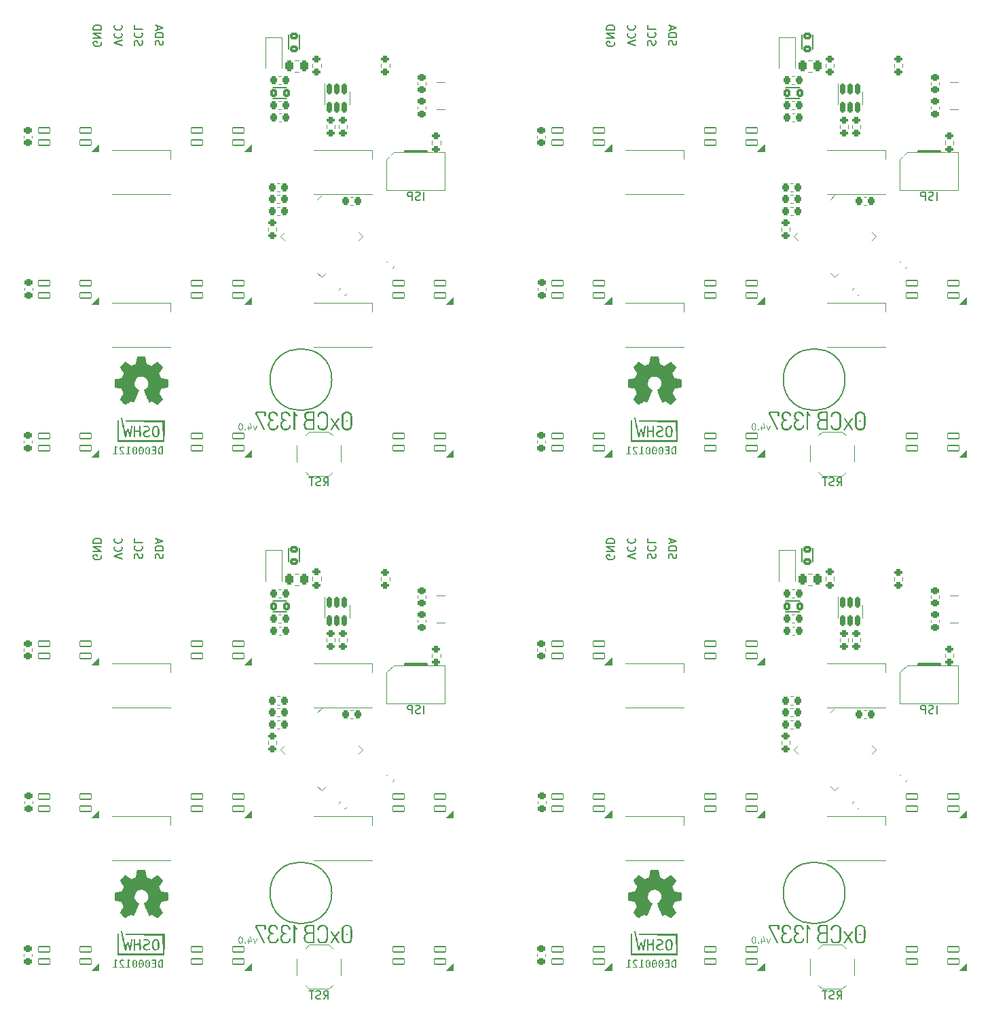
<source format=gbr>
%TF.GenerationSoftware,KiCad,Pcbnew,6.0.0*%
%TF.CreationDate,2022-01-09T18:32:07+01:00*%
%TF.ProjectId,panel,70616e65-6c2e-46b6-9963-61645f706362,rev?*%
%TF.SameCoordinates,Original*%
%TF.FileFunction,Legend,Bot*%
%TF.FilePolarity,Positive*%
%FSLAX46Y46*%
G04 Gerber Fmt 4.6, Leading zero omitted, Abs format (unit mm)*
G04 Created by KiCad (PCBNEW 6.0.0) date 2022-01-09 18:32:07*
%MOMM*%
%LPD*%
G01*
G04 APERTURE LIST*
G04 Aperture macros list*
%AMRoundRect*
0 Rectangle with rounded corners*
0 $1 Rounding radius*
0 $2 $3 $4 $5 $6 $7 $8 $9 X,Y pos of 4 corners*
0 Add a 4 corners polygon primitive as box body*
4,1,4,$2,$3,$4,$5,$6,$7,$8,$9,$2,$3,0*
0 Add four circle primitives for the rounded corners*
1,1,$1+$1,$2,$3*
1,1,$1+$1,$4,$5*
1,1,$1+$1,$6,$7*
1,1,$1+$1,$8,$9*
0 Add four rect primitives between the rounded corners*
20,1,$1+$1,$2,$3,$4,$5,0*
20,1,$1+$1,$4,$5,$6,$7,0*
20,1,$1+$1,$6,$7,$8,$9,0*
20,1,$1+$1,$8,$9,$2,$3,0*%
%AMRotRect*
0 Rectangle, with rotation*
0 The origin of the aperture is its center*
0 $1 length*
0 $2 width*
0 $3 Rotation angle, in degrees counterclockwise*
0 Add horizontal line*
21,1,$1,$2,0,0,$3*%
G04 Aperture macros list end*
%ADD10C,0.150000*%
%ADD11C,0.120000*%
%ADD12C,0.100000*%
%ADD13C,0.200000*%
%ADD14C,0.010000*%
%ADD15C,3.750000*%
%ADD16C,0.500000*%
%ADD17C,1.750000*%
%ADD18C,4.000000*%
%ADD19C,2.500000*%
%ADD20RoundRect,0.082000X-0.718000X0.328000X-0.718000X-0.328000X0.718000X-0.328000X0.718000X0.328000X0*%
%ADD21R,2.000000X2.000000*%
%ADD22C,2.000000*%
%ADD23R,3.200000X2.000000*%
%ADD24R,1.600000X2.000000*%
%ADD25O,1.600000X2.000000*%
%ADD26C,1.500000*%
%ADD27RoundRect,0.200000X-0.275000X0.200000X-0.275000X-0.200000X0.275000X-0.200000X0.275000X0.200000X0*%
%ADD28RoundRect,0.225000X0.225000X0.250000X-0.225000X0.250000X-0.225000X-0.250000X0.225000X-0.250000X0*%
%ADD29RoundRect,0.225000X-0.250000X0.225000X-0.250000X-0.225000X0.250000X-0.225000X0.250000X0.225000X0*%
%ADD30RoundRect,0.170000X-0.330000X0.255000X-0.330000X-0.255000X0.330000X-0.255000X0.330000X0.255000X0*%
%ADD31R,1.500000X1.000000*%
%ADD32C,1.000000*%
%ADD33R,0.600000X1.150000*%
%ADD34R,0.300000X1.150000*%
%ADD35O,1.000000X1.800000*%
%ADD36O,1.000000X2.200000*%
%ADD37RoundRect,0.225000X-0.017678X0.335876X-0.335876X0.017678X0.017678X-0.335876X0.335876X-0.017678X0*%
%ADD38R,1.100000X1.100000*%
%ADD39C,1.700000*%
%ADD40R,1.700000X1.000000*%
%ADD41RoundRect,0.225000X-0.225000X-0.250000X0.225000X-0.250000X0.225000X0.250000X-0.225000X0.250000X0*%
%ADD42RoundRect,0.200000X0.275000X-0.200000X0.275000X0.200000X-0.275000X0.200000X-0.275000X-0.200000X0*%
%ADD43RoundRect,0.243750X0.243750X0.456250X-0.243750X0.456250X-0.243750X-0.456250X0.243750X-0.456250X0*%
%ADD44R,0.800000X0.500000*%
%ADD45R,0.800000X0.400000*%
%ADD46RoundRect,0.300000X0.070711X0.494975X-0.494975X-0.070711X-0.070711X-0.494975X0.494975X0.070711X0*%
%ADD47RoundRect,0.170000X-0.255000X-0.330000X0.255000X-0.330000X0.255000X0.330000X-0.255000X0.330000X0*%
%ADD48RoundRect,0.150000X-0.150000X0.512500X-0.150000X-0.512500X0.150000X-0.512500X0.150000X0.512500X0*%
%ADD49RoundRect,0.225000X0.250000X-0.225000X0.250000X0.225000X-0.250000X0.225000X-0.250000X-0.225000X0*%
%ADD50RoundRect,0.225000X0.017678X-0.335876X0.335876X-0.017678X-0.017678X0.335876X-0.335876X0.017678X0*%
%ADD51RoundRect,0.062500X0.291682X0.380070X-0.380070X-0.291682X-0.291682X-0.380070X0.380070X0.291682X0*%
%ADD52RoundRect,0.062500X-0.291682X0.380070X-0.380070X0.291682X0.291682X-0.380070X0.380070X-0.291682X0*%
%ADD53RotRect,5.200000X5.200000X225.000000*%
G04 APERTURE END LIST*
D10*
X73065704Y-37939160D02*
X70235704Y-37939160D01*
X70235704Y-37939160D02*
X70235704Y-37749160D01*
X70235704Y-37749160D02*
X73065704Y-37749160D01*
X73065704Y-37749160D02*
X73065704Y-37939160D01*
G36*
X73065704Y-37939160D02*
G01*
X70235704Y-37939160D01*
X70235704Y-37749160D01*
X73065704Y-37749160D01*
X73065704Y-37939160D01*
G37*
X137065707Y-37939160D02*
X134235707Y-37939160D01*
X134235707Y-37939160D02*
X134235707Y-37749160D01*
X134235707Y-37749160D02*
X137065707Y-37749160D01*
X137065707Y-37749160D02*
X137065707Y-37939160D01*
G36*
X137065707Y-37939160D02*
G01*
X134235707Y-37939160D01*
X134235707Y-37749160D01*
X137065707Y-37749160D01*
X137065707Y-37939160D01*
G37*
X73065704Y-101939168D02*
X70235704Y-101939168D01*
X70235704Y-101939168D02*
X70235704Y-101749168D01*
X70235704Y-101749168D02*
X73065704Y-101749168D01*
X73065704Y-101749168D02*
X73065704Y-101939168D01*
G36*
X73065704Y-101939168D02*
G01*
X70235704Y-101939168D01*
X70235704Y-101749168D01*
X73065704Y-101749168D01*
X73065704Y-101939168D01*
G37*
X137065707Y-101939168D02*
X134235707Y-101939168D01*
X134235707Y-101939168D02*
X134235707Y-101749168D01*
X134235707Y-101749168D02*
X137065707Y-101749168D01*
X137065707Y-101749168D02*
X137065707Y-101939168D01*
G36*
X137065707Y-101939168D02*
G01*
X134235707Y-101939168D01*
X134235707Y-101749168D01*
X137065707Y-101749168D01*
X137065707Y-101939168D01*
G37*
X60168323Y-79551540D02*
X60501656Y-79075350D01*
X60739751Y-79551540D02*
X60739751Y-78551540D01*
X60358799Y-78551540D01*
X60263561Y-78599160D01*
X60215942Y-78646779D01*
X60168323Y-78742017D01*
X60168323Y-78884874D01*
X60215942Y-78980112D01*
X60263561Y-79027731D01*
X60358799Y-79075350D01*
X60739751Y-79075350D01*
X59787370Y-79503921D02*
X59644513Y-79551540D01*
X59406418Y-79551540D01*
X59311180Y-79503921D01*
X59263561Y-79456302D01*
X59215942Y-79361064D01*
X59215942Y-79265826D01*
X59263561Y-79170588D01*
X59311180Y-79122969D01*
X59406418Y-79075350D01*
X59596894Y-79027731D01*
X59692132Y-78980112D01*
X59739751Y-78932493D01*
X59787370Y-78837255D01*
X59787370Y-78742017D01*
X59739751Y-78646779D01*
X59692132Y-78599160D01*
X59596894Y-78551540D01*
X59358799Y-78551540D01*
X59215942Y-78599160D01*
X58930227Y-78551540D02*
X58358799Y-78551540D01*
X58644513Y-79551540D02*
X58644513Y-78551540D01*
X124168326Y-79551540D02*
X124501659Y-79075350D01*
X124739754Y-79551540D02*
X124739754Y-78551540D01*
X124358802Y-78551540D01*
X124263564Y-78599160D01*
X124215945Y-78646779D01*
X124168326Y-78742017D01*
X124168326Y-78884874D01*
X124215945Y-78980112D01*
X124263564Y-79027731D01*
X124358802Y-79075350D01*
X124739754Y-79075350D01*
X123787373Y-79503921D02*
X123644516Y-79551540D01*
X123406421Y-79551540D01*
X123311183Y-79503921D01*
X123263564Y-79456302D01*
X123215945Y-79361064D01*
X123215945Y-79265826D01*
X123263564Y-79170588D01*
X123311183Y-79122969D01*
X123406421Y-79075350D01*
X123596897Y-79027731D01*
X123692135Y-78980112D01*
X123739754Y-78932493D01*
X123787373Y-78837255D01*
X123787373Y-78742017D01*
X123739754Y-78646779D01*
X123692135Y-78599160D01*
X123596897Y-78551540D01*
X123358802Y-78551540D01*
X123215945Y-78599160D01*
X122930230Y-78551540D02*
X122358802Y-78551540D01*
X122644516Y-79551540D02*
X122644516Y-78551540D01*
X60168323Y-143551548D02*
X60501656Y-143075358D01*
X60739751Y-143551548D02*
X60739751Y-142551548D01*
X60358799Y-142551548D01*
X60263561Y-142599168D01*
X60215942Y-142646787D01*
X60168323Y-142742025D01*
X60168323Y-142884882D01*
X60215942Y-142980120D01*
X60263561Y-143027739D01*
X60358799Y-143075358D01*
X60739751Y-143075358D01*
X59787370Y-143503929D02*
X59644513Y-143551548D01*
X59406418Y-143551548D01*
X59311180Y-143503929D01*
X59263561Y-143456310D01*
X59215942Y-143361072D01*
X59215942Y-143265834D01*
X59263561Y-143170596D01*
X59311180Y-143122977D01*
X59406418Y-143075358D01*
X59596894Y-143027739D01*
X59692132Y-142980120D01*
X59739751Y-142932501D01*
X59787370Y-142837263D01*
X59787370Y-142742025D01*
X59739751Y-142646787D01*
X59692132Y-142599168D01*
X59596894Y-142551548D01*
X59358799Y-142551548D01*
X59215942Y-142599168D01*
X58930227Y-142551548D02*
X58358799Y-142551548D01*
X58644513Y-143551548D02*
X58644513Y-142551548D01*
X124168326Y-143551548D02*
X124501659Y-143075358D01*
X124739754Y-143551548D02*
X124739754Y-142551548D01*
X124358802Y-142551548D01*
X124263564Y-142599168D01*
X124215945Y-142646787D01*
X124168326Y-142742025D01*
X124168326Y-142884882D01*
X124215945Y-142980120D01*
X124263564Y-143027739D01*
X124358802Y-143075358D01*
X124739754Y-143075358D01*
X123787373Y-143503929D02*
X123644516Y-143551548D01*
X123406421Y-143551548D01*
X123311183Y-143503929D01*
X123263564Y-143456310D01*
X123215945Y-143361072D01*
X123215945Y-143265834D01*
X123263564Y-143170596D01*
X123311183Y-143122977D01*
X123406421Y-143075358D01*
X123596897Y-143027739D01*
X123692135Y-142980120D01*
X123739754Y-142932501D01*
X123787373Y-142837263D01*
X123787373Y-142742025D01*
X123739754Y-142646787D01*
X123692135Y-142599168D01*
X123596897Y-142551548D01*
X123358802Y-142551548D01*
X123215945Y-142599168D01*
X122930230Y-142551548D02*
X122358802Y-142551548D01*
X122644516Y-143551548D02*
X122644516Y-142551548D01*
D11*
X51783561Y-72037731D02*
X51593084Y-72571064D01*
X51402608Y-72037731D01*
X50754989Y-72037731D02*
X50754989Y-72571064D01*
X50945465Y-71732969D02*
X51135942Y-72304398D01*
X50640704Y-72304398D01*
X50335942Y-72494874D02*
X50297846Y-72532969D01*
X50335942Y-72571064D01*
X50374037Y-72532969D01*
X50335942Y-72494874D01*
X50335942Y-72571064D01*
X49802608Y-71771064D02*
X49726418Y-71771064D01*
X49650227Y-71809160D01*
X49612132Y-71847255D01*
X49574037Y-71923445D01*
X49535942Y-72075826D01*
X49535942Y-72266302D01*
X49574037Y-72418683D01*
X49612132Y-72494874D01*
X49650227Y-72532969D01*
X49726418Y-72571064D01*
X49802608Y-72571064D01*
X49878799Y-72532969D01*
X49916894Y-72494874D01*
X49954989Y-72418683D01*
X49993084Y-72266302D01*
X49993084Y-72075826D01*
X49954989Y-71923445D01*
X49916894Y-71847255D01*
X49878799Y-71809160D01*
X49802608Y-71771064D01*
X115783564Y-72037731D02*
X115593087Y-72571064D01*
X115402611Y-72037731D01*
X114754992Y-72037731D02*
X114754992Y-72571064D01*
X114945468Y-71732969D02*
X115135945Y-72304398D01*
X114640707Y-72304398D01*
X114335945Y-72494874D02*
X114297849Y-72532969D01*
X114335945Y-72571064D01*
X114374040Y-72532969D01*
X114335945Y-72494874D01*
X114335945Y-72571064D01*
X113802611Y-71771064D02*
X113726421Y-71771064D01*
X113650230Y-71809160D01*
X113612135Y-71847255D01*
X113574040Y-71923445D01*
X113535945Y-72075826D01*
X113535945Y-72266302D01*
X113574040Y-72418683D01*
X113612135Y-72494874D01*
X113650230Y-72532969D01*
X113726421Y-72571064D01*
X113802611Y-72571064D01*
X113878802Y-72532969D01*
X113916897Y-72494874D01*
X113954992Y-72418683D01*
X113993087Y-72266302D01*
X113993087Y-72075826D01*
X113954992Y-71923445D01*
X113916897Y-71847255D01*
X113878802Y-71809160D01*
X113802611Y-71771064D01*
X51783561Y-136037739D02*
X51593084Y-136571072D01*
X51402608Y-136037739D01*
X50754989Y-136037739D02*
X50754989Y-136571072D01*
X50945465Y-135732977D02*
X51135942Y-136304406D01*
X50640704Y-136304406D01*
X50335942Y-136494882D02*
X50297846Y-136532977D01*
X50335942Y-136571072D01*
X50374037Y-136532977D01*
X50335942Y-136494882D01*
X50335942Y-136571072D01*
X49802608Y-135771072D02*
X49726418Y-135771072D01*
X49650227Y-135809168D01*
X49612132Y-135847263D01*
X49574037Y-135923453D01*
X49535942Y-136075834D01*
X49535942Y-136266310D01*
X49574037Y-136418691D01*
X49612132Y-136494882D01*
X49650227Y-136532977D01*
X49726418Y-136571072D01*
X49802608Y-136571072D01*
X49878799Y-136532977D01*
X49916894Y-136494882D01*
X49954989Y-136418691D01*
X49993084Y-136266310D01*
X49993084Y-136075834D01*
X49954989Y-135923453D01*
X49916894Y-135847263D01*
X49878799Y-135809168D01*
X49802608Y-135771072D01*
X115783564Y-136037739D02*
X115593087Y-136571072D01*
X115402611Y-136037739D01*
X114754992Y-136037739D02*
X114754992Y-136571072D01*
X114945468Y-135732977D02*
X115135945Y-136304406D01*
X114640707Y-136304406D01*
X114335945Y-136494882D02*
X114297849Y-136532977D01*
X114335945Y-136571072D01*
X114374040Y-136532977D01*
X114335945Y-136494882D01*
X114335945Y-136571072D01*
X113802611Y-135771072D02*
X113726421Y-135771072D01*
X113650230Y-135809168D01*
X113612135Y-135847263D01*
X113574040Y-135923453D01*
X113535945Y-136075834D01*
X113535945Y-136266310D01*
X113574040Y-136418691D01*
X113612135Y-136494882D01*
X113650230Y-136532977D01*
X113726421Y-136571072D01*
X113802611Y-136571072D01*
X113878802Y-136532977D01*
X113916897Y-136494882D01*
X113954992Y-136418691D01*
X113993087Y-136266310D01*
X113993087Y-136075834D01*
X113954992Y-135923453D01*
X113916897Y-135847263D01*
X113878802Y-135809168D01*
X113802611Y-135771072D01*
D10*
X72606894Y-43941540D02*
X72606894Y-42941540D01*
X72178323Y-43893921D02*
X72035465Y-43941540D01*
X71797370Y-43941540D01*
X71702132Y-43893921D01*
X71654513Y-43846302D01*
X71606894Y-43751064D01*
X71606894Y-43655826D01*
X71654513Y-43560588D01*
X71702132Y-43512969D01*
X71797370Y-43465350D01*
X71987846Y-43417731D01*
X72083084Y-43370112D01*
X72130704Y-43322493D01*
X72178323Y-43227255D01*
X72178323Y-43132017D01*
X72130704Y-43036779D01*
X72083084Y-42989160D01*
X71987846Y-42941540D01*
X71749751Y-42941540D01*
X71606894Y-42989160D01*
X71178323Y-43941540D02*
X71178323Y-42941540D01*
X70797370Y-42941540D01*
X70702132Y-42989160D01*
X70654513Y-43036779D01*
X70606894Y-43132017D01*
X70606894Y-43274874D01*
X70654513Y-43370112D01*
X70702132Y-43417731D01*
X70797370Y-43465350D01*
X71178323Y-43465350D01*
X136606897Y-43941540D02*
X136606897Y-42941540D01*
X136178326Y-43893921D02*
X136035468Y-43941540D01*
X135797373Y-43941540D01*
X135702135Y-43893921D01*
X135654516Y-43846302D01*
X135606897Y-43751064D01*
X135606897Y-43655826D01*
X135654516Y-43560588D01*
X135702135Y-43512969D01*
X135797373Y-43465350D01*
X135987849Y-43417731D01*
X136083087Y-43370112D01*
X136130707Y-43322493D01*
X136178326Y-43227255D01*
X136178326Y-43132017D01*
X136130707Y-43036779D01*
X136083087Y-42989160D01*
X135987849Y-42941540D01*
X135749754Y-42941540D01*
X135606897Y-42989160D01*
X135178326Y-43941540D02*
X135178326Y-42941540D01*
X134797373Y-42941540D01*
X134702135Y-42989160D01*
X134654516Y-43036779D01*
X134606897Y-43132017D01*
X134606897Y-43274874D01*
X134654516Y-43370112D01*
X134702135Y-43417731D01*
X134797373Y-43465350D01*
X135178326Y-43465350D01*
X72606894Y-107941548D02*
X72606894Y-106941548D01*
X72178323Y-107893929D02*
X72035465Y-107941548D01*
X71797370Y-107941548D01*
X71702132Y-107893929D01*
X71654513Y-107846310D01*
X71606894Y-107751072D01*
X71606894Y-107655834D01*
X71654513Y-107560596D01*
X71702132Y-107512977D01*
X71797370Y-107465358D01*
X71987846Y-107417739D01*
X72083084Y-107370120D01*
X72130704Y-107322501D01*
X72178323Y-107227263D01*
X72178323Y-107132025D01*
X72130704Y-107036787D01*
X72083084Y-106989168D01*
X71987846Y-106941548D01*
X71749751Y-106941548D01*
X71606894Y-106989168D01*
X71178323Y-107941548D02*
X71178323Y-106941548D01*
X70797370Y-106941548D01*
X70702132Y-106989168D01*
X70654513Y-107036787D01*
X70606894Y-107132025D01*
X70606894Y-107274882D01*
X70654513Y-107370120D01*
X70702132Y-107417739D01*
X70797370Y-107465358D01*
X71178323Y-107465358D01*
X136606897Y-107941548D02*
X136606897Y-106941548D01*
X136178326Y-107893929D02*
X136035468Y-107941548D01*
X135797373Y-107941548D01*
X135702135Y-107893929D01*
X135654516Y-107846310D01*
X135606897Y-107751072D01*
X135606897Y-107655834D01*
X135654516Y-107560596D01*
X135702135Y-107512977D01*
X135797373Y-107465358D01*
X135987849Y-107417739D01*
X136083087Y-107370120D01*
X136130707Y-107322501D01*
X136178326Y-107227263D01*
X136178326Y-107132025D01*
X136130707Y-107036787D01*
X136083087Y-106989168D01*
X135987849Y-106941548D01*
X135749754Y-106941548D01*
X135606897Y-106989168D01*
X135178326Y-107941548D02*
X135178326Y-106941548D01*
X134797373Y-106941548D01*
X134702135Y-106989168D01*
X134654516Y-107036787D01*
X134606897Y-107132025D01*
X134606897Y-107274882D01*
X134654516Y-107370120D01*
X134702135Y-107417739D01*
X134797373Y-107465358D01*
X135178326Y-107465358D01*
%TO.C,U1*%
X35032552Y-88678272D02*
X34032552Y-88344939D01*
X35032552Y-88011605D01*
X34127790Y-87106843D02*
X34080171Y-87154462D01*
X34032552Y-87297319D01*
X34032552Y-87392558D01*
X34080171Y-87535415D01*
X34175409Y-87630653D01*
X34270647Y-87678272D01*
X34461123Y-87725891D01*
X34603980Y-87725891D01*
X34794456Y-87678272D01*
X34889694Y-87630653D01*
X34984933Y-87535415D01*
X35032552Y-87392558D01*
X35032552Y-87297319D01*
X34984933Y-87154462D01*
X34937313Y-87106843D01*
X34127790Y-86106843D02*
X34080171Y-86154462D01*
X34032552Y-86297319D01*
X34032552Y-86392558D01*
X34080171Y-86535415D01*
X34175409Y-86630653D01*
X34270647Y-86678272D01*
X34461123Y-86725891D01*
X34603980Y-86725891D01*
X34794456Y-86678272D01*
X34889694Y-86630653D01*
X34984933Y-86535415D01*
X35032552Y-86392558D01*
X35032552Y-86297319D01*
X34984933Y-86154462D01*
X34937313Y-86106843D01*
X36600171Y-88625415D02*
X36552552Y-88482558D01*
X36552552Y-88244462D01*
X36600171Y-88149224D01*
X36647790Y-88101605D01*
X36743028Y-88053986D01*
X36838266Y-88053986D01*
X36933504Y-88101605D01*
X36981123Y-88149224D01*
X37028742Y-88244462D01*
X37076361Y-88434939D01*
X37123980Y-88530177D01*
X37171599Y-88577796D01*
X37266837Y-88625415D01*
X37362075Y-88625415D01*
X37457313Y-88577796D01*
X37504933Y-88530177D01*
X37552552Y-88434939D01*
X37552552Y-88196843D01*
X37504933Y-88053986D01*
X36647790Y-87053986D02*
X36600171Y-87101605D01*
X36552552Y-87244462D01*
X36552552Y-87339700D01*
X36600171Y-87482558D01*
X36695409Y-87577796D01*
X36790647Y-87625415D01*
X36981123Y-87673034D01*
X37123980Y-87673034D01*
X37314456Y-87625415D01*
X37409694Y-87577796D01*
X37504933Y-87482558D01*
X37552552Y-87339700D01*
X37552552Y-87244462D01*
X37504933Y-87101605D01*
X37457313Y-87053986D01*
X36552552Y-86149224D02*
X36552552Y-86625415D01*
X37552552Y-86625415D01*
X39210171Y-88619224D02*
X39162552Y-88476367D01*
X39162552Y-88238272D01*
X39210171Y-88143034D01*
X39257790Y-88095415D01*
X39353028Y-88047796D01*
X39448266Y-88047796D01*
X39543504Y-88095415D01*
X39591123Y-88143034D01*
X39638742Y-88238272D01*
X39686361Y-88428748D01*
X39733980Y-88523986D01*
X39781599Y-88571605D01*
X39876837Y-88619224D01*
X39972075Y-88619224D01*
X40067313Y-88571605D01*
X40114933Y-88523986D01*
X40162552Y-88428748D01*
X40162552Y-88190653D01*
X40114933Y-88047796D01*
X39162552Y-87619224D02*
X40162552Y-87619224D01*
X40162552Y-87381129D01*
X40114933Y-87238272D01*
X40019694Y-87143034D01*
X39924456Y-87095415D01*
X39733980Y-87047796D01*
X39591123Y-87047796D01*
X39400647Y-87095415D01*
X39305409Y-87143034D01*
X39210171Y-87238272D01*
X39162552Y-87381129D01*
X39162552Y-87619224D01*
X39448266Y-86666843D02*
X39448266Y-86190653D01*
X39162552Y-86762081D02*
X40162552Y-86428748D01*
X39162552Y-86095415D01*
X32394933Y-88206843D02*
X32442552Y-88302081D01*
X32442552Y-88444939D01*
X32394933Y-88587796D01*
X32299694Y-88683034D01*
X32204456Y-88730653D01*
X32013980Y-88778272D01*
X31871123Y-88778272D01*
X31680647Y-88730653D01*
X31585409Y-88683034D01*
X31490171Y-88587796D01*
X31442552Y-88444939D01*
X31442552Y-88349700D01*
X31490171Y-88206843D01*
X31537790Y-88159224D01*
X31871123Y-88159224D01*
X31871123Y-88349700D01*
X31442552Y-87730653D02*
X32442552Y-87730653D01*
X31442552Y-87159224D01*
X32442552Y-87159224D01*
X31442552Y-86683034D02*
X32442552Y-86683034D01*
X32442552Y-86444939D01*
X32394933Y-86302081D01*
X32299694Y-86206843D01*
X32204456Y-86159224D01*
X32013980Y-86111605D01*
X31871123Y-86111605D01*
X31680647Y-86159224D01*
X31585409Y-86206843D01*
X31490171Y-86302081D01*
X31442552Y-86444939D01*
X31442552Y-86683034D01*
X39210171Y-24619216D02*
X39162552Y-24476359D01*
X39162552Y-24238264D01*
X39210171Y-24143026D01*
X39257790Y-24095407D01*
X39353028Y-24047788D01*
X39448266Y-24047788D01*
X39543504Y-24095407D01*
X39591123Y-24143026D01*
X39638742Y-24238264D01*
X39686361Y-24428740D01*
X39733980Y-24523978D01*
X39781599Y-24571597D01*
X39876837Y-24619216D01*
X39972075Y-24619216D01*
X40067313Y-24571597D01*
X40114933Y-24523978D01*
X40162552Y-24428740D01*
X40162552Y-24190645D01*
X40114933Y-24047788D01*
X39162552Y-23619216D02*
X40162552Y-23619216D01*
X40162552Y-23381121D01*
X40114933Y-23238264D01*
X40019694Y-23143026D01*
X39924456Y-23095407D01*
X39733980Y-23047788D01*
X39591123Y-23047788D01*
X39400647Y-23095407D01*
X39305409Y-23143026D01*
X39210171Y-23238264D01*
X39162552Y-23381121D01*
X39162552Y-23619216D01*
X39448266Y-22666835D02*
X39448266Y-22190645D01*
X39162552Y-22762073D02*
X40162552Y-22428740D01*
X39162552Y-22095407D01*
X36600171Y-24625407D02*
X36552552Y-24482550D01*
X36552552Y-24244454D01*
X36600171Y-24149216D01*
X36647790Y-24101597D01*
X36743028Y-24053978D01*
X36838266Y-24053978D01*
X36933504Y-24101597D01*
X36981123Y-24149216D01*
X37028742Y-24244454D01*
X37076361Y-24434931D01*
X37123980Y-24530169D01*
X37171599Y-24577788D01*
X37266837Y-24625407D01*
X37362075Y-24625407D01*
X37457313Y-24577788D01*
X37504933Y-24530169D01*
X37552552Y-24434931D01*
X37552552Y-24196835D01*
X37504933Y-24053978D01*
X36647790Y-23053978D02*
X36600171Y-23101597D01*
X36552552Y-23244454D01*
X36552552Y-23339692D01*
X36600171Y-23482550D01*
X36695409Y-23577788D01*
X36790647Y-23625407D01*
X36981123Y-23673026D01*
X37123980Y-23673026D01*
X37314456Y-23625407D01*
X37409694Y-23577788D01*
X37504933Y-23482550D01*
X37552552Y-23339692D01*
X37552552Y-23244454D01*
X37504933Y-23101597D01*
X37457313Y-23053978D01*
X36552552Y-22149216D02*
X36552552Y-22625407D01*
X37552552Y-22625407D01*
X32394933Y-24206835D02*
X32442552Y-24302073D01*
X32442552Y-24444931D01*
X32394933Y-24587788D01*
X32299694Y-24683026D01*
X32204456Y-24730645D01*
X32013980Y-24778264D01*
X31871123Y-24778264D01*
X31680647Y-24730645D01*
X31585409Y-24683026D01*
X31490171Y-24587788D01*
X31442552Y-24444931D01*
X31442552Y-24349692D01*
X31490171Y-24206835D01*
X31537790Y-24159216D01*
X31871123Y-24159216D01*
X31871123Y-24349692D01*
X31442552Y-23730645D02*
X32442552Y-23730645D01*
X31442552Y-23159216D01*
X32442552Y-23159216D01*
X31442552Y-22683026D02*
X32442552Y-22683026D01*
X32442552Y-22444931D01*
X32394933Y-22302073D01*
X32299694Y-22206835D01*
X32204456Y-22159216D01*
X32013980Y-22111597D01*
X31871123Y-22111597D01*
X31680647Y-22159216D01*
X31585409Y-22206835D01*
X31490171Y-22302073D01*
X31442552Y-22444931D01*
X31442552Y-22683026D01*
X35032552Y-24678264D02*
X34032552Y-24344931D01*
X35032552Y-24011597D01*
X34127790Y-23106835D02*
X34080171Y-23154454D01*
X34032552Y-23297311D01*
X34032552Y-23392550D01*
X34080171Y-23535407D01*
X34175409Y-23630645D01*
X34270647Y-23678264D01*
X34461123Y-23725883D01*
X34603980Y-23725883D01*
X34794456Y-23678264D01*
X34889694Y-23630645D01*
X34984933Y-23535407D01*
X35032552Y-23392550D01*
X35032552Y-23297311D01*
X34984933Y-23154454D01*
X34937313Y-23106835D01*
X34127790Y-22106835D02*
X34080171Y-22154454D01*
X34032552Y-22297311D01*
X34032552Y-22392550D01*
X34080171Y-22535407D01*
X34175409Y-22630645D01*
X34270647Y-22678264D01*
X34461123Y-22725883D01*
X34603980Y-22725883D01*
X34794456Y-22678264D01*
X34889694Y-22630645D01*
X34984933Y-22535407D01*
X35032552Y-22392550D01*
X35032552Y-22297311D01*
X34984933Y-22154454D01*
X34937313Y-22106835D01*
X96394936Y-88206843D02*
X96442555Y-88302081D01*
X96442555Y-88444939D01*
X96394936Y-88587796D01*
X96299697Y-88683034D01*
X96204459Y-88730653D01*
X96013983Y-88778272D01*
X95871126Y-88778272D01*
X95680650Y-88730653D01*
X95585412Y-88683034D01*
X95490174Y-88587796D01*
X95442555Y-88444939D01*
X95442555Y-88349700D01*
X95490174Y-88206843D01*
X95537793Y-88159224D01*
X95871126Y-88159224D01*
X95871126Y-88349700D01*
X95442555Y-87730653D02*
X96442555Y-87730653D01*
X95442555Y-87159224D01*
X96442555Y-87159224D01*
X95442555Y-86683034D02*
X96442555Y-86683034D01*
X96442555Y-86444939D01*
X96394936Y-86302081D01*
X96299697Y-86206843D01*
X96204459Y-86159224D01*
X96013983Y-86111605D01*
X95871126Y-86111605D01*
X95680650Y-86159224D01*
X95585412Y-86206843D01*
X95490174Y-86302081D01*
X95442555Y-86444939D01*
X95442555Y-86683034D01*
X99032555Y-88678272D02*
X98032555Y-88344939D01*
X99032555Y-88011605D01*
X98127793Y-87106843D02*
X98080174Y-87154462D01*
X98032555Y-87297319D01*
X98032555Y-87392558D01*
X98080174Y-87535415D01*
X98175412Y-87630653D01*
X98270650Y-87678272D01*
X98461126Y-87725891D01*
X98603983Y-87725891D01*
X98794459Y-87678272D01*
X98889697Y-87630653D01*
X98984936Y-87535415D01*
X99032555Y-87392558D01*
X99032555Y-87297319D01*
X98984936Y-87154462D01*
X98937316Y-87106843D01*
X98127793Y-86106843D02*
X98080174Y-86154462D01*
X98032555Y-86297319D01*
X98032555Y-86392558D01*
X98080174Y-86535415D01*
X98175412Y-86630653D01*
X98270650Y-86678272D01*
X98461126Y-86725891D01*
X98603983Y-86725891D01*
X98794459Y-86678272D01*
X98889697Y-86630653D01*
X98984936Y-86535415D01*
X99032555Y-86392558D01*
X99032555Y-86297319D01*
X98984936Y-86154462D01*
X98937316Y-86106843D01*
X100600174Y-88625415D02*
X100552555Y-88482558D01*
X100552555Y-88244462D01*
X100600174Y-88149224D01*
X100647793Y-88101605D01*
X100743031Y-88053986D01*
X100838269Y-88053986D01*
X100933507Y-88101605D01*
X100981126Y-88149224D01*
X101028745Y-88244462D01*
X101076364Y-88434939D01*
X101123983Y-88530177D01*
X101171602Y-88577796D01*
X101266840Y-88625415D01*
X101362078Y-88625415D01*
X101457316Y-88577796D01*
X101504936Y-88530177D01*
X101552555Y-88434939D01*
X101552555Y-88196843D01*
X101504936Y-88053986D01*
X100647793Y-87053986D02*
X100600174Y-87101605D01*
X100552555Y-87244462D01*
X100552555Y-87339700D01*
X100600174Y-87482558D01*
X100695412Y-87577796D01*
X100790650Y-87625415D01*
X100981126Y-87673034D01*
X101123983Y-87673034D01*
X101314459Y-87625415D01*
X101409697Y-87577796D01*
X101504936Y-87482558D01*
X101552555Y-87339700D01*
X101552555Y-87244462D01*
X101504936Y-87101605D01*
X101457316Y-87053986D01*
X100552555Y-86149224D02*
X100552555Y-86625415D01*
X101552555Y-86625415D01*
X103210174Y-88619224D02*
X103162555Y-88476367D01*
X103162555Y-88238272D01*
X103210174Y-88143034D01*
X103257793Y-88095415D01*
X103353031Y-88047796D01*
X103448269Y-88047796D01*
X103543507Y-88095415D01*
X103591126Y-88143034D01*
X103638745Y-88238272D01*
X103686364Y-88428748D01*
X103733983Y-88523986D01*
X103781602Y-88571605D01*
X103876840Y-88619224D01*
X103972078Y-88619224D01*
X104067316Y-88571605D01*
X104114936Y-88523986D01*
X104162555Y-88428748D01*
X104162555Y-88190653D01*
X104114936Y-88047796D01*
X103162555Y-87619224D02*
X104162555Y-87619224D01*
X104162555Y-87381129D01*
X104114936Y-87238272D01*
X104019697Y-87143034D01*
X103924459Y-87095415D01*
X103733983Y-87047796D01*
X103591126Y-87047796D01*
X103400650Y-87095415D01*
X103305412Y-87143034D01*
X103210174Y-87238272D01*
X103162555Y-87381129D01*
X103162555Y-87619224D01*
X103448269Y-86666843D02*
X103448269Y-86190653D01*
X103162555Y-86762081D02*
X104162555Y-86428748D01*
X103162555Y-86095415D01*
X100600174Y-24625407D02*
X100552555Y-24482550D01*
X100552555Y-24244454D01*
X100600174Y-24149216D01*
X100647793Y-24101597D01*
X100743031Y-24053978D01*
X100838269Y-24053978D01*
X100933507Y-24101597D01*
X100981126Y-24149216D01*
X101028745Y-24244454D01*
X101076364Y-24434931D01*
X101123983Y-24530169D01*
X101171602Y-24577788D01*
X101266840Y-24625407D01*
X101362078Y-24625407D01*
X101457316Y-24577788D01*
X101504936Y-24530169D01*
X101552555Y-24434931D01*
X101552555Y-24196835D01*
X101504936Y-24053978D01*
X100647793Y-23053978D02*
X100600174Y-23101597D01*
X100552555Y-23244454D01*
X100552555Y-23339692D01*
X100600174Y-23482550D01*
X100695412Y-23577788D01*
X100790650Y-23625407D01*
X100981126Y-23673026D01*
X101123983Y-23673026D01*
X101314459Y-23625407D01*
X101409697Y-23577788D01*
X101504936Y-23482550D01*
X101552555Y-23339692D01*
X101552555Y-23244454D01*
X101504936Y-23101597D01*
X101457316Y-23053978D01*
X100552555Y-22149216D02*
X100552555Y-22625407D01*
X101552555Y-22625407D01*
X103210174Y-24619216D02*
X103162555Y-24476359D01*
X103162555Y-24238264D01*
X103210174Y-24143026D01*
X103257793Y-24095407D01*
X103353031Y-24047788D01*
X103448269Y-24047788D01*
X103543507Y-24095407D01*
X103591126Y-24143026D01*
X103638745Y-24238264D01*
X103686364Y-24428740D01*
X103733983Y-24523978D01*
X103781602Y-24571597D01*
X103876840Y-24619216D01*
X103972078Y-24619216D01*
X104067316Y-24571597D01*
X104114936Y-24523978D01*
X104162555Y-24428740D01*
X104162555Y-24190645D01*
X104114936Y-24047788D01*
X103162555Y-23619216D02*
X104162555Y-23619216D01*
X104162555Y-23381121D01*
X104114936Y-23238264D01*
X104019697Y-23143026D01*
X103924459Y-23095407D01*
X103733983Y-23047788D01*
X103591126Y-23047788D01*
X103400650Y-23095407D01*
X103305412Y-23143026D01*
X103210174Y-23238264D01*
X103162555Y-23381121D01*
X103162555Y-23619216D01*
X103448269Y-22666835D02*
X103448269Y-22190645D01*
X103162555Y-22762073D02*
X104162555Y-22428740D01*
X103162555Y-22095407D01*
X96394936Y-24206835D02*
X96442555Y-24302073D01*
X96442555Y-24444931D01*
X96394936Y-24587788D01*
X96299697Y-24683026D01*
X96204459Y-24730645D01*
X96013983Y-24778264D01*
X95871126Y-24778264D01*
X95680650Y-24730645D01*
X95585412Y-24683026D01*
X95490174Y-24587788D01*
X95442555Y-24444931D01*
X95442555Y-24349692D01*
X95490174Y-24206835D01*
X95537793Y-24159216D01*
X95871126Y-24159216D01*
X95871126Y-24349692D01*
X95442555Y-23730645D02*
X96442555Y-23730645D01*
X95442555Y-23159216D01*
X96442555Y-23159216D01*
X95442555Y-22683026D02*
X96442555Y-22683026D01*
X96442555Y-22444931D01*
X96394936Y-22302073D01*
X96299697Y-22206835D01*
X96204459Y-22159216D01*
X96013983Y-22111597D01*
X95871126Y-22111597D01*
X95680650Y-22159216D01*
X95585412Y-22206835D01*
X95490174Y-22302073D01*
X95442555Y-22444931D01*
X95442555Y-22683026D01*
X99032555Y-24678264D02*
X98032555Y-24344931D01*
X99032555Y-24011597D01*
X98127793Y-23106835D02*
X98080174Y-23154454D01*
X98032555Y-23297311D01*
X98032555Y-23392550D01*
X98080174Y-23535407D01*
X98175412Y-23630645D01*
X98270650Y-23678264D01*
X98461126Y-23725883D01*
X98603983Y-23725883D01*
X98794459Y-23678264D01*
X98889697Y-23630645D01*
X98984936Y-23535407D01*
X99032555Y-23392550D01*
X99032555Y-23297311D01*
X98984936Y-23154454D01*
X98937316Y-23106835D01*
X98127793Y-22106835D02*
X98080174Y-22154454D01*
X98032555Y-22297311D01*
X98032555Y-22392550D01*
X98080174Y-22535407D01*
X98175412Y-22630645D01*
X98270650Y-22678264D01*
X98461126Y-22725883D01*
X98603983Y-22725883D01*
X98794459Y-22678264D01*
X98889697Y-22630645D01*
X98984936Y-22535407D01*
X99032555Y-22392550D01*
X99032555Y-22297311D01*
X98984936Y-22154454D01*
X98937316Y-22106835D01*
D12*
%TO.C,D2*%
X115146186Y-36998680D02*
X114246186Y-37898680D01*
X114246186Y-37898680D02*
X115146186Y-37898680D01*
X115146186Y-37898680D02*
X115146186Y-36998680D01*
G36*
X115146186Y-37898680D02*
G01*
X114246186Y-37898680D01*
X115146186Y-36998680D01*
X115146186Y-37898680D01*
G37*
X115146186Y-37898680D02*
X114246186Y-37898680D01*
X115146186Y-36998680D01*
X115146186Y-37898680D01*
%TO.C,D7*%
X115146186Y-139098688D02*
X114246186Y-139998688D01*
X114246186Y-139998688D02*
X115146186Y-139998688D01*
X115146186Y-139998688D02*
X115146186Y-139098688D01*
G36*
X115146186Y-139998688D02*
G01*
X114246186Y-139998688D01*
X115146186Y-139098688D01*
X115146186Y-139998688D01*
G37*
X115146186Y-139998688D02*
X114246186Y-139998688D01*
X115146186Y-139098688D01*
X115146186Y-139998688D01*
%TO.C,D6*%
X96096186Y-139098688D02*
X95196186Y-139998688D01*
X95196186Y-139998688D02*
X96096186Y-139998688D01*
X96096186Y-139998688D02*
X96096186Y-139098688D01*
G36*
X96096186Y-139998688D02*
G01*
X95196186Y-139998688D01*
X96096186Y-139098688D01*
X96096186Y-139998688D01*
G37*
X96096186Y-139998688D02*
X95196186Y-139998688D01*
X96096186Y-139098688D01*
X96096186Y-139998688D01*
X96096186Y-75098680D02*
X95196186Y-75998680D01*
X95196186Y-75998680D02*
X96096186Y-75998680D01*
X96096186Y-75998680D02*
X96096186Y-75098680D01*
G36*
X96096186Y-75998680D02*
G01*
X95196186Y-75998680D01*
X96096186Y-75098680D01*
X96096186Y-75998680D01*
G37*
X96096186Y-75998680D02*
X95196186Y-75998680D01*
X96096186Y-75098680D01*
X96096186Y-75998680D01*
%TO.C,D2*%
X115146186Y-100998688D02*
X114246186Y-101898688D01*
X114246186Y-101898688D02*
X115146186Y-101898688D01*
X115146186Y-101898688D02*
X115146186Y-100998688D01*
G36*
X115146186Y-101898688D02*
G01*
X114246186Y-101898688D01*
X115146186Y-100998688D01*
X115146186Y-101898688D01*
G37*
X115146186Y-101898688D02*
X114246186Y-101898688D01*
X115146186Y-100998688D01*
X115146186Y-101898688D01*
%TO.C,D3*%
X96096186Y-120048688D02*
X95196186Y-120948688D01*
X95196186Y-120948688D02*
X96096186Y-120948688D01*
X96096186Y-120948688D02*
X96096186Y-120048688D01*
G36*
X96096186Y-120948688D02*
G01*
X95196186Y-120948688D01*
X96096186Y-120048688D01*
X96096186Y-120948688D01*
G37*
X96096186Y-120948688D02*
X95196186Y-120948688D01*
X96096186Y-120048688D01*
X96096186Y-120948688D01*
X96096186Y-56048680D02*
X95196186Y-56948680D01*
X95196186Y-56948680D02*
X96096186Y-56948680D01*
X96096186Y-56948680D02*
X96096186Y-56048680D01*
G36*
X96096186Y-56948680D02*
G01*
X95196186Y-56948680D01*
X96096186Y-56048680D01*
X96096186Y-56948680D01*
G37*
X96096186Y-56948680D02*
X95196186Y-56948680D01*
X96096186Y-56048680D01*
X96096186Y-56948680D01*
%TO.C,D6*%
X32096183Y-139098688D02*
X31196183Y-139998688D01*
X31196183Y-139998688D02*
X32096183Y-139998688D01*
X32096183Y-139998688D02*
X32096183Y-139098688D01*
G36*
X32096183Y-139998688D02*
G01*
X31196183Y-139998688D01*
X32096183Y-139098688D01*
X32096183Y-139998688D01*
G37*
X32096183Y-139998688D02*
X31196183Y-139998688D01*
X32096183Y-139098688D01*
X32096183Y-139998688D01*
%TO.C,D4*%
X51146183Y-56048680D02*
X50246183Y-56948680D01*
X50246183Y-56948680D02*
X51146183Y-56948680D01*
X51146183Y-56948680D02*
X51146183Y-56048680D01*
G36*
X51146183Y-56948680D02*
G01*
X50246183Y-56948680D01*
X51146183Y-56048680D01*
X51146183Y-56948680D01*
G37*
X51146183Y-56948680D02*
X50246183Y-56948680D01*
X51146183Y-56048680D01*
X51146183Y-56948680D01*
X115146186Y-56048680D02*
X114246186Y-56948680D01*
X114246186Y-56948680D02*
X115146186Y-56948680D01*
X115146186Y-56948680D02*
X115146186Y-56048680D01*
G36*
X115146186Y-56948680D02*
G01*
X114246186Y-56948680D01*
X115146186Y-56048680D01*
X115146186Y-56948680D01*
G37*
X115146186Y-56948680D02*
X114246186Y-56948680D01*
X115146186Y-56048680D01*
X115146186Y-56948680D01*
%TO.C,D2*%
X51146183Y-36998680D02*
X50246183Y-37898680D01*
X50246183Y-37898680D02*
X51146183Y-37898680D01*
X51146183Y-37898680D02*
X51146183Y-36998680D01*
G36*
X51146183Y-37898680D02*
G01*
X50246183Y-37898680D01*
X51146183Y-36998680D01*
X51146183Y-37898680D01*
G37*
X51146183Y-37898680D02*
X50246183Y-37898680D01*
X51146183Y-36998680D01*
X51146183Y-37898680D01*
%TO.C,D1*%
X32096183Y-100998688D02*
X31196183Y-101898688D01*
X31196183Y-101898688D02*
X32096183Y-101898688D01*
X32096183Y-101898688D02*
X32096183Y-100998688D01*
G36*
X32096183Y-101898688D02*
G01*
X31196183Y-101898688D01*
X32096183Y-100998688D01*
X32096183Y-101898688D01*
G37*
X32096183Y-101898688D02*
X31196183Y-101898688D01*
X32096183Y-100998688D01*
X32096183Y-101898688D01*
X96096186Y-100998688D02*
X95196186Y-101898688D01*
X95196186Y-101898688D02*
X96096186Y-101898688D01*
X96096186Y-101898688D02*
X96096186Y-100998688D01*
G36*
X96096186Y-101898688D02*
G01*
X95196186Y-101898688D01*
X96096186Y-100998688D01*
X96096186Y-101898688D01*
G37*
X96096186Y-101898688D02*
X95196186Y-101898688D01*
X96096186Y-100998688D01*
X96096186Y-101898688D01*
%TO.C,D5*%
X76296183Y-56048680D02*
X75396183Y-56948680D01*
X75396183Y-56948680D02*
X76296183Y-56948680D01*
X76296183Y-56948680D02*
X76296183Y-56048680D01*
G36*
X76296183Y-56948680D02*
G01*
X75396183Y-56948680D01*
X76296183Y-56048680D01*
X76296183Y-56948680D01*
G37*
X76296183Y-56948680D02*
X75396183Y-56948680D01*
X76296183Y-56048680D01*
X76296183Y-56948680D01*
X140296186Y-120048688D02*
X139396186Y-120948688D01*
X139396186Y-120948688D02*
X140296186Y-120948688D01*
X140296186Y-120948688D02*
X140296186Y-120048688D01*
G36*
X140296186Y-120948688D02*
G01*
X139396186Y-120948688D01*
X140296186Y-120048688D01*
X140296186Y-120948688D01*
G37*
X140296186Y-120948688D02*
X139396186Y-120948688D01*
X140296186Y-120048688D01*
X140296186Y-120948688D01*
%TO.C,D6*%
X32096183Y-75098680D02*
X31196183Y-75998680D01*
X31196183Y-75998680D02*
X32096183Y-75998680D01*
X32096183Y-75998680D02*
X32096183Y-75098680D01*
G36*
X32096183Y-75998680D02*
G01*
X31196183Y-75998680D01*
X32096183Y-75098680D01*
X32096183Y-75998680D01*
G37*
X32096183Y-75998680D02*
X31196183Y-75998680D01*
X32096183Y-75098680D01*
X32096183Y-75998680D01*
%TO.C,D3*%
X32096183Y-120048688D02*
X31196183Y-120948688D01*
X31196183Y-120948688D02*
X32096183Y-120948688D01*
X32096183Y-120948688D02*
X32096183Y-120048688D01*
G36*
X32096183Y-120948688D02*
G01*
X31196183Y-120948688D01*
X32096183Y-120048688D01*
X32096183Y-120948688D01*
G37*
X32096183Y-120948688D02*
X31196183Y-120948688D01*
X32096183Y-120048688D01*
X32096183Y-120948688D01*
X32096183Y-56048680D02*
X31196183Y-56948680D01*
X31196183Y-56948680D02*
X32096183Y-56948680D01*
X32096183Y-56948680D02*
X32096183Y-56048680D01*
G36*
X32096183Y-56948680D02*
G01*
X31196183Y-56948680D01*
X32096183Y-56048680D01*
X32096183Y-56948680D01*
G37*
X32096183Y-56948680D02*
X31196183Y-56948680D01*
X32096183Y-56048680D01*
X32096183Y-56948680D01*
%TO.C,D8*%
X76296183Y-75098680D02*
X75396183Y-75998680D01*
X75396183Y-75998680D02*
X76296183Y-75998680D01*
X76296183Y-75998680D02*
X76296183Y-75098680D01*
G36*
X76296183Y-75998680D02*
G01*
X75396183Y-75998680D01*
X76296183Y-75098680D01*
X76296183Y-75998680D01*
G37*
X76296183Y-75998680D02*
X75396183Y-75998680D01*
X76296183Y-75098680D01*
X76296183Y-75998680D01*
%TO.C,D2*%
X51146183Y-100998688D02*
X50246183Y-101898688D01*
X50246183Y-101898688D02*
X51146183Y-101898688D01*
X51146183Y-101898688D02*
X51146183Y-100998688D01*
G36*
X51146183Y-101898688D02*
G01*
X50246183Y-101898688D01*
X51146183Y-100998688D01*
X51146183Y-101898688D01*
G37*
X51146183Y-101898688D02*
X50246183Y-101898688D01*
X51146183Y-100998688D01*
X51146183Y-101898688D01*
%TO.C,D1*%
X32096183Y-36998680D02*
X31196183Y-37898680D01*
X31196183Y-37898680D02*
X32096183Y-37898680D01*
X32096183Y-37898680D02*
X32096183Y-36998680D01*
G36*
X32096183Y-37898680D02*
G01*
X31196183Y-37898680D01*
X32096183Y-36998680D01*
X32096183Y-37898680D01*
G37*
X32096183Y-37898680D02*
X31196183Y-37898680D01*
X32096183Y-36998680D01*
X32096183Y-37898680D01*
%TO.C,D7*%
X115146186Y-75098680D02*
X114246186Y-75998680D01*
X114246186Y-75998680D02*
X115146186Y-75998680D01*
X115146186Y-75998680D02*
X115146186Y-75098680D01*
G36*
X115146186Y-75998680D02*
G01*
X114246186Y-75998680D01*
X115146186Y-75098680D01*
X115146186Y-75998680D01*
G37*
X115146186Y-75998680D02*
X114246186Y-75998680D01*
X115146186Y-75098680D01*
X115146186Y-75998680D01*
X51146183Y-75098680D02*
X50246183Y-75998680D01*
X50246183Y-75998680D02*
X51146183Y-75998680D01*
X51146183Y-75998680D02*
X51146183Y-75098680D01*
G36*
X51146183Y-75998680D02*
G01*
X50246183Y-75998680D01*
X51146183Y-75098680D01*
X51146183Y-75998680D01*
G37*
X51146183Y-75998680D02*
X50246183Y-75998680D01*
X51146183Y-75098680D01*
X51146183Y-75998680D01*
%TO.C,D5*%
X140296186Y-56048680D02*
X139396186Y-56948680D01*
X139396186Y-56948680D02*
X140296186Y-56948680D01*
X140296186Y-56948680D02*
X140296186Y-56048680D01*
G36*
X140296186Y-56948680D02*
G01*
X139396186Y-56948680D01*
X140296186Y-56048680D01*
X140296186Y-56948680D01*
G37*
X140296186Y-56948680D02*
X139396186Y-56948680D01*
X140296186Y-56048680D01*
X140296186Y-56948680D01*
%TO.C,D7*%
X51146183Y-139098688D02*
X50246183Y-139998688D01*
X50246183Y-139998688D02*
X51146183Y-139998688D01*
X51146183Y-139998688D02*
X51146183Y-139098688D01*
G36*
X51146183Y-139998688D02*
G01*
X50246183Y-139998688D01*
X51146183Y-139098688D01*
X51146183Y-139998688D01*
G37*
X51146183Y-139998688D02*
X50246183Y-139998688D01*
X51146183Y-139098688D01*
X51146183Y-139998688D01*
%TO.C,D8*%
X140296186Y-75098680D02*
X139396186Y-75998680D01*
X139396186Y-75998680D02*
X140296186Y-75998680D01*
X140296186Y-75998680D02*
X140296186Y-75098680D01*
G36*
X140296186Y-75998680D02*
G01*
X139396186Y-75998680D01*
X140296186Y-75098680D01*
X140296186Y-75998680D01*
G37*
X140296186Y-75998680D02*
X139396186Y-75998680D01*
X140296186Y-75098680D01*
X140296186Y-75998680D01*
%TO.C,D4*%
X115146186Y-120048688D02*
X114246186Y-120948688D01*
X114246186Y-120948688D02*
X115146186Y-120948688D01*
X115146186Y-120948688D02*
X115146186Y-120048688D01*
G36*
X115146186Y-120948688D02*
G01*
X114246186Y-120948688D01*
X115146186Y-120048688D01*
X115146186Y-120948688D01*
G37*
X115146186Y-120948688D02*
X114246186Y-120948688D01*
X115146186Y-120048688D01*
X115146186Y-120948688D01*
X51146183Y-120048688D02*
X50246183Y-120948688D01*
X50246183Y-120948688D02*
X51146183Y-120948688D01*
X51146183Y-120948688D02*
X51146183Y-120048688D01*
G36*
X51146183Y-120948688D02*
G01*
X50246183Y-120948688D01*
X51146183Y-120048688D01*
X51146183Y-120948688D01*
G37*
X51146183Y-120948688D02*
X50246183Y-120948688D01*
X51146183Y-120048688D01*
X51146183Y-120948688D01*
%TO.C,D8*%
X76296183Y-139098688D02*
X75396183Y-139998688D01*
X75396183Y-139998688D02*
X76296183Y-139998688D01*
X76296183Y-139998688D02*
X76296183Y-139098688D01*
G36*
X76296183Y-139998688D02*
G01*
X75396183Y-139998688D01*
X76296183Y-139098688D01*
X76296183Y-139998688D01*
G37*
X76296183Y-139998688D02*
X75396183Y-139998688D01*
X76296183Y-139098688D01*
X76296183Y-139998688D01*
%TO.C,D1*%
X96096186Y-36998680D02*
X95196186Y-37898680D01*
X95196186Y-37898680D02*
X96096186Y-37898680D01*
X96096186Y-37898680D02*
X96096186Y-36998680D01*
G36*
X96096186Y-37898680D02*
G01*
X95196186Y-37898680D01*
X96096186Y-36998680D01*
X96096186Y-37898680D01*
G37*
X96096186Y-37898680D02*
X95196186Y-37898680D01*
X96096186Y-36998680D01*
X96096186Y-37898680D01*
%TO.C,D8*%
X140296186Y-139098688D02*
X139396186Y-139998688D01*
X139396186Y-139998688D02*
X140296186Y-139998688D01*
X140296186Y-139998688D02*
X140296186Y-139098688D01*
G36*
X140296186Y-139998688D02*
G01*
X139396186Y-139998688D01*
X140296186Y-139098688D01*
X140296186Y-139998688D01*
G37*
X140296186Y-139998688D02*
X139396186Y-139998688D01*
X140296186Y-139098688D01*
X140296186Y-139998688D01*
%TO.C,D5*%
X76296183Y-120048688D02*
X75396183Y-120948688D01*
X75396183Y-120948688D02*
X76296183Y-120948688D01*
X76296183Y-120948688D02*
X76296183Y-120048688D01*
G36*
X76296183Y-120948688D02*
G01*
X75396183Y-120948688D01*
X76296183Y-120048688D01*
X76296183Y-120948688D01*
G37*
X76296183Y-120948688D02*
X75396183Y-120948688D01*
X76296183Y-120048688D01*
X76296183Y-120948688D01*
%TO.C,kibuzzard-61BA68AC*%
G36*
X120525482Y-134300293D02*
G01*
X120557232Y-134333630D01*
X120817582Y-134701930D01*
X120849332Y-134744793D01*
X120865207Y-134797180D01*
X120841394Y-134860680D01*
X120782657Y-134889255D01*
X120750907Y-134879730D01*
X120722332Y-134851155D01*
X120595332Y-134644780D01*
X120595332Y-136527556D01*
X120563582Y-136589468D01*
X120511194Y-136610106D01*
X120471507Y-136610106D01*
X120419119Y-136589468D01*
X120385782Y-136527556D01*
X120385782Y-134365380D01*
X120414357Y-134306643D01*
X120477857Y-134286005D01*
X120525482Y-134300293D01*
G37*
G36*
X127146945Y-135378205D02*
G01*
X127180282Y-135460756D01*
X127146945Y-135543306D01*
X127062807Y-135578231D01*
X126980257Y-135543306D01*
X126948507Y-135460756D01*
X126980257Y-135378205D01*
X127062807Y-135346455D01*
X127146945Y-135378205D01*
G37*
G36*
X126062682Y-135105155D02*
G01*
X126111895Y-135144843D01*
X126132532Y-135194055D01*
X126126182Y-135214693D01*
X126116657Y-135235330D01*
X125703907Y-135851281D01*
X126126182Y-136486281D01*
X126138882Y-136530731D01*
X126118245Y-136576768D01*
X126069032Y-136616456D01*
X126029345Y-136632331D01*
X126008707Y-136632331D01*
X125981720Y-136624393D01*
X125951557Y-136600581D01*
X125567382Y-136006856D01*
X125180032Y-136600581D01*
X125153045Y-136624393D01*
X125119707Y-136632331D01*
X125062557Y-136616456D01*
X125014932Y-136576768D01*
X124995882Y-136530731D01*
X124999057Y-136505331D01*
X125008582Y-136486281D01*
X125434032Y-135851281D01*
X125018107Y-135235330D01*
X125002232Y-135194055D01*
X125022870Y-135141668D01*
X125072082Y-135103568D01*
X125129232Y-135089280D01*
X125162570Y-135097218D01*
X125189557Y-135121030D01*
X125567382Y-135702056D01*
X125942032Y-135121030D01*
X125972195Y-135095630D01*
X126005532Y-135089280D01*
X126062682Y-135105155D01*
G37*
G36*
X119571394Y-134302674D02*
G01*
X119709507Y-134343155D01*
X119898419Y-134478093D01*
X119993669Y-134646368D01*
X120020657Y-134800355D01*
X120011132Y-134873380D01*
X119979382Y-134911480D01*
X119912707Y-134921005D01*
X119834919Y-134892430D01*
X119811107Y-134819405D01*
X119795232Y-134708280D01*
X119734907Y-134598743D01*
X119609494Y-134513018D01*
X119404707Y-134479680D01*
X119231669Y-134505080D01*
X119112607Y-134581280D01*
X119043551Y-134709074D01*
X119020532Y-134889255D01*
X119066569Y-135133730D01*
X119201507Y-135259143D01*
X119417407Y-135295655D01*
X119477732Y-135324230D01*
X119496782Y-135387730D01*
X119477732Y-135449643D01*
X119417407Y-135476631D01*
X119231669Y-135502031D01*
X119087207Y-135578231D01*
X118994338Y-135709199D01*
X118963382Y-135898906D01*
X118963382Y-135959230D01*
X118992751Y-136171559D01*
X119080857Y-136319593D01*
X119225319Y-136406509D01*
X119423757Y-136435481D01*
X119639657Y-136400556D01*
X119776182Y-136311656D01*
X119847619Y-136195768D01*
X119868257Y-136083056D01*
X119890482Y-136017968D01*
X119979382Y-135994156D01*
X120050819Y-136016381D01*
X120074632Y-136105281D01*
X120036532Y-136286256D01*
X119915882Y-136454531D01*
X119709507Y-136579943D01*
X119501544Y-136629156D01*
X119325332Y-136629156D01*
X119082444Y-136562481D01*
X118947110Y-136475962D01*
X118842732Y-136349756D01*
X118776057Y-136179099D01*
X118753832Y-135959230D01*
X118753832Y-135898906D01*
X118776851Y-135710787D01*
X118845907Y-135565531D01*
X118949888Y-135458374D01*
X119077682Y-135384555D01*
X118975685Y-135310737D01*
X118891944Y-135197230D01*
X118835985Y-135043243D01*
X118817332Y-134847980D01*
X118835985Y-134662640D01*
X118891944Y-134519368D01*
X118980448Y-134414196D01*
X119096732Y-134343155D01*
X119237226Y-134302674D01*
X119398357Y-134289180D01*
X119571394Y-134302674D01*
G37*
G36*
X122984520Y-136586293D02*
G01*
X122936895Y-136610106D01*
X122316182Y-136610106D01*
X122149495Y-136594231D01*
X121998682Y-136546606D01*
X121870888Y-136463262D01*
X121773257Y-136340231D01*
X121711345Y-136172749D01*
X121690707Y-135956056D01*
X121690707Y-135946531D01*
X121900257Y-135946531D01*
X121929626Y-136158065D01*
X122017732Y-136303718D01*
X122158226Y-136388252D01*
X122344757Y-136416431D01*
X122801957Y-136416431D01*
X122801957Y-135441705D01*
X122344757Y-135441705D01*
X122158226Y-135467106D01*
X122017732Y-135543306D01*
X121929626Y-135681418D01*
X121900257Y-135892556D01*
X121900257Y-135946531D01*
X121690707Y-135946531D01*
X121690707Y-135898906D01*
X121701026Y-135748887D01*
X121731982Y-135629031D01*
X121846282Y-135457580D01*
X122017732Y-135352805D01*
X121908591Y-135278590D01*
X121822470Y-135163893D01*
X121766510Y-135012684D01*
X121750113Y-134851155D01*
X121957407Y-134851155D01*
X121983601Y-135043243D01*
X122062182Y-135168655D01*
X122196326Y-135237712D01*
X122389207Y-135260730D01*
X122801957Y-135260730D01*
X122801957Y-134482855D01*
X122401907Y-134482855D01*
X122170132Y-134513018D01*
X122014557Y-134622555D01*
X121957407Y-134851155D01*
X121750113Y-134851155D01*
X121747857Y-134828930D01*
X121769685Y-134630890D01*
X121835170Y-134487618D01*
X121937563Y-134390384D01*
X122070120Y-134330455D01*
X122225298Y-134299499D01*
X122395557Y-134289180D01*
X122916257Y-134289180D01*
X122981345Y-134309818D01*
X123011507Y-134368555D01*
X123011507Y-136530731D01*
X122984520Y-136586293D01*
G37*
G36*
X127635895Y-136346581D02*
G01*
X127533104Y-136475168D01*
X127399357Y-136562481D01*
X127158057Y-136629156D01*
X126972320Y-136629156D01*
X126729432Y-136562481D01*
X126595288Y-136475168D01*
X126491307Y-136346581D01*
X126424632Y-136172749D01*
X126402407Y-135949706D01*
X126611957Y-135949706D01*
X126642120Y-136167193D01*
X126732607Y-136318006D01*
X126876276Y-136406112D01*
X127065982Y-136435481D01*
X127254895Y-136406112D01*
X127396182Y-136318006D01*
X127484288Y-136167193D01*
X127513657Y-135949706D01*
X127513657Y-134965455D01*
X127484288Y-134750349D01*
X127396182Y-134600330D01*
X127254895Y-134512224D01*
X127065982Y-134482855D01*
X126876276Y-134512224D01*
X126732607Y-134600330D01*
X126642120Y-134750349D01*
X126611957Y-134965455D01*
X126611957Y-135949706D01*
X126402407Y-135949706D01*
X126402407Y-134965455D01*
X126424632Y-134744793D01*
X126491307Y-134571755D01*
X126595288Y-134443168D01*
X126729432Y-134355855D01*
X126888182Y-134305849D01*
X127065982Y-134289180D01*
X127243385Y-134305849D01*
X127400945Y-134355855D01*
X127533501Y-134443168D01*
X127635895Y-134571755D01*
X127701379Y-134744793D01*
X127723207Y-134965455D01*
X127723207Y-135949706D01*
X127701379Y-136172749D01*
X127635895Y-136346581D01*
G37*
G36*
X124210466Y-134305849D02*
G01*
X124368820Y-134355855D01*
X124504551Y-134443168D01*
X124610120Y-134571755D01*
X124677985Y-134744793D01*
X124700607Y-134965455D01*
X124700607Y-135949706D01*
X124678382Y-136172749D01*
X124611707Y-136346581D01*
X124507329Y-136475168D01*
X124371995Y-136562481D01*
X124132282Y-136629156D01*
X123938607Y-136629156D01*
X123823116Y-136610502D01*
X123686195Y-136554543D01*
X123555623Y-136468024D01*
X123459182Y-136357693D01*
X123399651Y-136230296D01*
X123379807Y-136092581D01*
X123406795Y-135989393D01*
X123487757Y-135962406D01*
X123560782Y-135983043D01*
X123589357Y-136044956D01*
X123614757Y-136170368D01*
X123673495Y-136297368D01*
X123798907Y-136395793D01*
X124024332Y-136435481D01*
X124225548Y-136406112D01*
X124371995Y-136318006D01*
X124461291Y-136167193D01*
X124491057Y-135949706D01*
X124491057Y-134965455D01*
X124461688Y-134750349D01*
X124373582Y-134600330D01*
X124229913Y-134512224D01*
X124033857Y-134482855D01*
X123806845Y-134522543D01*
X123673495Y-134622555D01*
X123609995Y-134749555D01*
X123589357Y-134867030D01*
X123565545Y-134922593D01*
X123484582Y-134946405D01*
X123406795Y-134921005D01*
X123379807Y-134819405D01*
X123399254Y-134682087D01*
X123457595Y-134555880D01*
X123552448Y-134447137D01*
X123681432Y-134362205D01*
X123843357Y-134307437D01*
X124037032Y-134289180D01*
X124210466Y-134305849D01*
G37*
G36*
X116948844Y-134314580D02*
G01*
X116979007Y-134368555D01*
X116979007Y-134847980D01*
X116947257Y-134903543D01*
X116874232Y-134927355D01*
X116801207Y-134903543D01*
X116769457Y-134847980D01*
X116769457Y-134482855D01*
X115867757Y-134482855D01*
X115867757Y-134654305D01*
X116817082Y-136470406D01*
X116829782Y-136514856D01*
X116812319Y-136568831D01*
X116764694Y-136602168D01*
X116718657Y-136613281D01*
X116677382Y-136613281D01*
X116632932Y-136575181D01*
X115689957Y-134733680D01*
X115666144Y-134686055D01*
X115658207Y-134641605D01*
X115658207Y-134368555D01*
X115689957Y-134314580D01*
X115756632Y-134289180D01*
X116883757Y-134289180D01*
X116948844Y-134314580D01*
G37*
G36*
X118021994Y-134302674D02*
G01*
X118160107Y-134343155D01*
X118349019Y-134478093D01*
X118444269Y-134646368D01*
X118471257Y-134800355D01*
X118461732Y-134873380D01*
X118429982Y-134911480D01*
X118363307Y-134921005D01*
X118285519Y-134892430D01*
X118261707Y-134819405D01*
X118245832Y-134708280D01*
X118185507Y-134598743D01*
X118060094Y-134513018D01*
X117855307Y-134479680D01*
X117682269Y-134505080D01*
X117563207Y-134581280D01*
X117494151Y-134709074D01*
X117471132Y-134889255D01*
X117517169Y-135133730D01*
X117652107Y-135259143D01*
X117868007Y-135295655D01*
X117928332Y-135324230D01*
X117947382Y-135387730D01*
X117928332Y-135449643D01*
X117868007Y-135476631D01*
X117682269Y-135502031D01*
X117537807Y-135578231D01*
X117444938Y-135709199D01*
X117413982Y-135898906D01*
X117413982Y-135959230D01*
X117443351Y-136171559D01*
X117531457Y-136319593D01*
X117675920Y-136406509D01*
X117874357Y-136435481D01*
X118090257Y-136400556D01*
X118226782Y-136311656D01*
X118298219Y-136195768D01*
X118318857Y-136083056D01*
X118341082Y-136017968D01*
X118429982Y-135994156D01*
X118501419Y-136016381D01*
X118525232Y-136105281D01*
X118487132Y-136286256D01*
X118366482Y-136454531D01*
X118160107Y-136579943D01*
X117952144Y-136629156D01*
X117775932Y-136629156D01*
X117533044Y-136562481D01*
X117397710Y-136475962D01*
X117293332Y-136349756D01*
X117226657Y-136179099D01*
X117204432Y-135959230D01*
X117204432Y-135898906D01*
X117227451Y-135710787D01*
X117296507Y-135565531D01*
X117400488Y-135458374D01*
X117528282Y-135384555D01*
X117426285Y-135310737D01*
X117342544Y-135197230D01*
X117286585Y-135043243D01*
X117267932Y-134847980D01*
X117286585Y-134662640D01*
X117342544Y-134519368D01*
X117431048Y-134414196D01*
X117547332Y-134343155D01*
X117687826Y-134302674D01*
X117848957Y-134289180D01*
X118021994Y-134302674D01*
G37*
%TO.C,G\u002A\u002A\u002A*%
G36*
X99178213Y-138659772D02*
G01*
X99266261Y-138703865D01*
X99300707Y-138774319D01*
X99300329Y-138790712D01*
X99282656Y-138830130D01*
X99223337Y-138810040D01*
X99216695Y-138806561D01*
X99082742Y-138767663D01*
X98968485Y-138789231D01*
X98893818Y-138867779D01*
X98891735Y-138872410D01*
X98872226Y-138944272D01*
X98890808Y-139016837D01*
X98954683Y-139119939D01*
X98978711Y-139153271D01*
X99087423Y-139287309D01*
X99200714Y-139408639D01*
X99245684Y-139455002D01*
X99313863Y-139539843D01*
X99340707Y-139596479D01*
X99337258Y-139608844D01*
X99293701Y-139632104D01*
X99191729Y-139644789D01*
X99020707Y-139648633D01*
X98878971Y-139646722D01*
X98770466Y-139637894D01*
X98715780Y-139619418D01*
X98700707Y-139588633D01*
X98700763Y-139586059D01*
X98722335Y-139551506D01*
X98793234Y-139533688D01*
X98928554Y-139528633D01*
X99156401Y-139528633D01*
X99035264Y-139398633D01*
X98931259Y-139280345D01*
X98798299Y-139091068D01*
X98737270Y-138933849D01*
X98747823Y-138807517D01*
X98829608Y-138710901D01*
X98933071Y-138663018D01*
X99059503Y-138645126D01*
X99178213Y-138659772D01*
G37*
G36*
X102504726Y-139405663D02*
G01*
X102475319Y-139480104D01*
X102423735Y-139545410D01*
X102373390Y-139590556D01*
X102236365Y-139646186D01*
X102082500Y-139623785D01*
X102052123Y-139607804D01*
X101975586Y-139515828D01*
X101926007Y-139375730D01*
X101903388Y-139208082D01*
X101904866Y-139148633D01*
X102045707Y-139148633D01*
X102049214Y-139251958D01*
X102067525Y-139386893D01*
X102098105Y-139465497D01*
X102174099Y-139518793D01*
X102267070Y-139517104D01*
X102339300Y-139451262D01*
X102355118Y-139404526D01*
X102373533Y-139288385D01*
X102380707Y-139148633D01*
X102379527Y-139083590D01*
X102357135Y-138907165D01*
X102305657Y-138802904D01*
X102224198Y-138768633D01*
X102172841Y-138776153D01*
X102100258Y-138834823D01*
X102058857Y-138956904D01*
X102045707Y-139148633D01*
X101904866Y-139148633D01*
X101907728Y-139033459D01*
X101939026Y-138872435D01*
X101997283Y-138745584D01*
X102082500Y-138673480D01*
X102147361Y-138654794D01*
X102294829Y-138664507D01*
X102423735Y-138751855D01*
X102472034Y-138811837D01*
X102503022Y-138884632D01*
X102517273Y-138988821D01*
X102520707Y-139148633D01*
X102517876Y-139297857D01*
X102504726Y-139405663D01*
G37*
G36*
X103300707Y-139648633D02*
G01*
X103000707Y-139648633D01*
X102885545Y-139647258D01*
X102773212Y-139638858D01*
X102716423Y-139620281D01*
X102700707Y-139588633D01*
X102719729Y-139552921D01*
X102788034Y-139534019D01*
X102920707Y-139528633D01*
X103140707Y-139528633D01*
X103140707Y-139168633D01*
X102917374Y-139168633D01*
X102785267Y-139159909D01*
X102712687Y-139135680D01*
X102714111Y-139104570D01*
X102788260Y-139075287D01*
X102933852Y-139056542D01*
X103049453Y-139047903D01*
X103113656Y-139029542D01*
X103137321Y-138987319D01*
X103140707Y-138906542D01*
X103140707Y-138768633D01*
X102920707Y-138768633D01*
X102789764Y-138763445D01*
X102720459Y-138744816D01*
X102700707Y-138708633D01*
X102707581Y-138685600D01*
X102749579Y-138663133D01*
X102842466Y-138651776D01*
X103000707Y-138648633D01*
X103300707Y-138648633D01*
X103300707Y-139648633D01*
G37*
G36*
X101415108Y-139049677D02*
G01*
X101473159Y-139087727D01*
X101491926Y-139153526D01*
X101458446Y-139210030D01*
X101420593Y-139227006D01*
X101362043Y-139210329D01*
X101340707Y-139126272D01*
X101351653Y-139081824D01*
X101401963Y-139048633D01*
X101415108Y-139049677D01*
G37*
G36*
X100550707Y-136055850D02*
G01*
X100565540Y-136058298D01*
X100606760Y-136075873D01*
X100631046Y-136120284D01*
X100644318Y-136209252D01*
X100652497Y-136360495D01*
X100664287Y-136652357D01*
X101160707Y-136628633D01*
X101172511Y-136336087D01*
X101175573Y-136265032D01*
X101184270Y-136143326D01*
X101199473Y-136078717D01*
X101226962Y-136055030D01*
X101272511Y-136056087D01*
X101301591Y-136062172D01*
X101326245Y-136079328D01*
X101343428Y-136118486D01*
X101354853Y-136191244D01*
X101362237Y-136309199D01*
X101367294Y-136483951D01*
X101371739Y-136727097D01*
X101373748Y-136880292D01*
X101374550Y-137088341D01*
X101372904Y-137260228D01*
X101368993Y-137381348D01*
X101362994Y-137437097D01*
X101337310Y-137466352D01*
X101261963Y-137488633D01*
X101233787Y-137486342D01*
X101204947Y-137467039D01*
X101188984Y-137414768D01*
X101182152Y-137313856D01*
X101180707Y-137148633D01*
X101180707Y-136808633D01*
X100660707Y-136808633D01*
X100660707Y-137148633D01*
X100659815Y-137311975D01*
X100654028Y-137413021D01*
X100638686Y-137465586D01*
X100609132Y-137485511D01*
X100560707Y-137488633D01*
X100460707Y-137488633D01*
X100460707Y-136043068D01*
X100550707Y-136055850D01*
G37*
G36*
X103937631Y-139648633D02*
G01*
X103933105Y-139648628D01*
X103798575Y-139639870D01*
X103705600Y-139605349D01*
X103617631Y-139531709D01*
X103557772Y-139465231D01*
X103520513Y-139394071D01*
X103504270Y-139297640D01*
X103500766Y-139151088D01*
X103641901Y-139151088D01*
X103664702Y-139326202D01*
X103732398Y-139458633D01*
X103786055Y-139499744D01*
X103886907Y-139528633D01*
X103898255Y-139528560D01*
X103937794Y-139522726D01*
X103962113Y-139496791D01*
X103974908Y-139435780D01*
X103979874Y-139324719D01*
X103980707Y-139148633D01*
X103980696Y-139115167D01*
X103979336Y-138950540D01*
X103973199Y-138848566D01*
X103958744Y-138794314D01*
X103932427Y-138772851D01*
X103890707Y-138769245D01*
X103781043Y-138788405D01*
X103707140Y-138857180D01*
X103660325Y-138990330D01*
X103641901Y-139151088D01*
X103500766Y-139151088D01*
X103500707Y-139148633D01*
X103503615Y-139009467D01*
X103518509Y-138909761D01*
X103553736Y-138837560D01*
X103617631Y-138765556D01*
X103620241Y-138762953D01*
X103707867Y-138690538D01*
X103801480Y-138656883D01*
X103937631Y-138648633D01*
X104140707Y-138648633D01*
X104140707Y-139648633D01*
X103937631Y-139648633D01*
G37*
G36*
X101704726Y-139405663D02*
G01*
X101675319Y-139480104D01*
X101623735Y-139545410D01*
X101573390Y-139590556D01*
X101436365Y-139646186D01*
X101282500Y-139623785D01*
X101252123Y-139607804D01*
X101175586Y-139515828D01*
X101126007Y-139375730D01*
X101103388Y-139208082D01*
X101104866Y-139148633D01*
X101245707Y-139148633D01*
X101249214Y-139251958D01*
X101267525Y-139386893D01*
X101298105Y-139465497D01*
X101374099Y-139518793D01*
X101467070Y-139517104D01*
X101539300Y-139451262D01*
X101555118Y-139404526D01*
X101573533Y-139288385D01*
X101580707Y-139148633D01*
X101579527Y-139083590D01*
X101557135Y-138907165D01*
X101505657Y-138802904D01*
X101424198Y-138768633D01*
X101372841Y-138776153D01*
X101300258Y-138834823D01*
X101258857Y-138956904D01*
X101245707Y-139148633D01*
X101104866Y-139148633D01*
X101107728Y-139033459D01*
X101139026Y-138872435D01*
X101197283Y-138745584D01*
X101282500Y-138673480D01*
X101347361Y-138654794D01*
X101494829Y-138664507D01*
X101623735Y-138751855D01*
X101672034Y-138811837D01*
X101703022Y-138884632D01*
X101717273Y-138988821D01*
X101720707Y-139148633D01*
X101717876Y-139297857D01*
X101704726Y-139405663D01*
G37*
G36*
X100615108Y-139049677D02*
G01*
X100673159Y-139087727D01*
X100691926Y-139153526D01*
X100658446Y-139210030D01*
X100620593Y-139227006D01*
X100562043Y-139210329D01*
X100540707Y-139126272D01*
X100551653Y-139081824D01*
X100601963Y-139048633D01*
X100615108Y-139049677D01*
G37*
G36*
X98997732Y-135020752D02*
G01*
X99042126Y-135058633D01*
X99053171Y-135101428D01*
X99078866Y-135213722D01*
X99116363Y-135383543D01*
X99163271Y-135599937D01*
X99217198Y-135851951D01*
X99275753Y-136128633D01*
X99314411Y-136310459D01*
X99380311Y-136609263D01*
X99433066Y-136831189D01*
X99473011Y-136977531D01*
X99500484Y-137049582D01*
X99515823Y-137048633D01*
X99531257Y-136984796D01*
X99561038Y-136855649D01*
X99593870Y-136708633D01*
X99617865Y-136607197D01*
X99649825Y-136516551D01*
X99689575Y-136472642D01*
X99748802Y-136456442D01*
X99773755Y-136454118D01*
X99819246Y-136461300D01*
X99851672Y-136499328D01*
X99880669Y-136584059D01*
X99915873Y-136731349D01*
X99918615Y-136743548D01*
X99950002Y-136891792D01*
X99972254Y-137012374D01*
X99980707Y-137080206D01*
X99983072Y-137108593D01*
X99998398Y-137124275D01*
X100001161Y-137116107D01*
X100013833Y-137047715D01*
X100032775Y-136925303D01*
X100055533Y-136767009D01*
X100079654Y-136590969D01*
X100102685Y-136415321D01*
X100122173Y-136258203D01*
X100135665Y-136137752D01*
X100140707Y-136072106D01*
X100147451Y-136060944D01*
X100199727Y-136049219D01*
X100269263Y-136055641D01*
X100314184Y-136078633D01*
X100315410Y-136095690D01*
X100309001Y-136178937D01*
X100293503Y-136316141D01*
X100271189Y-136491247D01*
X100244334Y-136688197D01*
X100215213Y-136890936D01*
X100186098Y-137083405D01*
X100159266Y-137249549D01*
X100136991Y-137373310D01*
X100121546Y-137438633D01*
X100102020Y-137468514D01*
X100036907Y-137490113D01*
X99965530Y-137464595D01*
X99921293Y-137398633D01*
X99918448Y-137386401D01*
X99896432Y-137291723D01*
X99863616Y-137150570D01*
X99825972Y-136988633D01*
X99751588Y-136668633D01*
X99659536Y-137078633D01*
X99654316Y-137101832D01*
X99612996Y-137277879D01*
X99580606Y-137390783D01*
X99550930Y-137454343D01*
X99517752Y-137482360D01*
X99474858Y-137488633D01*
X99409432Y-137473326D01*
X99361220Y-137398633D01*
X99358116Y-137385267D01*
X99329367Y-137257938D01*
X99289929Y-137079092D01*
X99242315Y-136860522D01*
X99189040Y-136614016D01*
X99132618Y-136351367D01*
X99075562Y-136084364D01*
X99020387Y-135824798D01*
X98969606Y-135584460D01*
X98925734Y-135375139D01*
X98891284Y-135208628D01*
X98868771Y-135096716D01*
X98860707Y-135051195D01*
X98872215Y-135027051D01*
X98928381Y-135009704D01*
X98997732Y-135020752D01*
G37*
G36*
X102225650Y-136074958D02*
G01*
X102374897Y-136152760D01*
X102468364Y-136281154D01*
X102500707Y-136457103D01*
X102494134Y-136541289D01*
X102442068Y-136668264D01*
X102330138Y-136761620D01*
X102148842Y-136831471D01*
X101991151Y-136889946D01*
X101861975Y-136976607D01*
X101799679Y-137075118D01*
X101808429Y-137178215D01*
X101892392Y-137278633D01*
X101963900Y-137311120D01*
X102098681Y-137326734D01*
X102249225Y-137311983D01*
X102382694Y-137267605D01*
X102394401Y-137261562D01*
X102468306Y-137228436D01*
X102496319Y-137241617D01*
X102500707Y-137308894D01*
X102486113Y-137381013D01*
X102410707Y-137447386D01*
X102359629Y-137461275D01*
X102237077Y-137478367D01*
X102093777Y-137486097D01*
X102073605Y-137486247D01*
X101933360Y-137478639D01*
X101834651Y-137448158D01*
X101743777Y-137385077D01*
X101735624Y-137378160D01*
X101661911Y-137301489D01*
X101628541Y-137216868D01*
X101620707Y-137088633D01*
X101620713Y-137083733D01*
X101629315Y-136956628D01*
X101663829Y-136872635D01*
X101738368Y-136796739D01*
X101783611Y-136764479D01*
X101915986Y-136697330D01*
X102061402Y-136648466D01*
X102111798Y-136634918D01*
X102248639Y-136570791D01*
X102313265Y-136480350D01*
X102309741Y-136358858D01*
X102300519Y-136333653D01*
X102224801Y-136257804D01*
X102099272Y-136219741D01*
X101941914Y-136222464D01*
X101770707Y-136268971D01*
X101755613Y-136274431D01*
X101712015Y-136267806D01*
X101700707Y-136197912D01*
X101702699Y-136164901D01*
X101735437Y-136105405D01*
X101825707Y-136073633D01*
X102025970Y-136050783D01*
X102225650Y-136074958D01*
G37*
G36*
X102215108Y-139049677D02*
G01*
X102273159Y-139087727D01*
X102291926Y-139153526D01*
X102258446Y-139210030D01*
X102220593Y-139227006D01*
X102162043Y-139210329D01*
X102140707Y-139126272D01*
X102151653Y-139081824D01*
X102201963Y-139048633D01*
X102215108Y-139049677D01*
G37*
G36*
X98660707Y-137848633D02*
G01*
X104101973Y-137848633D01*
X104080707Y-135628633D01*
X99460707Y-135607983D01*
X99460707Y-135368633D01*
X104340707Y-135368633D01*
X104340707Y-136721966D01*
X104340278Y-136962996D01*
X104338441Y-137266218D01*
X104335326Y-137536704D01*
X104331119Y-137764999D01*
X104326003Y-137941652D01*
X104320163Y-138057211D01*
X104313783Y-138102224D01*
X104276453Y-138106159D01*
X104164867Y-138109965D01*
X103985473Y-138113257D01*
X103744613Y-138115999D01*
X103448628Y-138118154D01*
X103103859Y-138119688D01*
X102716649Y-138120565D01*
X102293339Y-138120748D01*
X101840269Y-138120202D01*
X101363783Y-138118890D01*
X98440707Y-138108633D01*
X98419657Y-135368633D01*
X98660707Y-135368633D01*
X98660707Y-137848633D01*
G37*
G36*
X98324725Y-138662768D02*
G01*
X98423914Y-138701282D01*
X98460707Y-138757961D01*
X98439449Y-138798403D01*
X98360707Y-138798842D01*
X98260707Y-138779726D01*
X98260707Y-139154179D01*
X98260725Y-139209554D01*
X98262181Y-139364677D01*
X98268875Y-139459050D01*
X98284841Y-139507771D01*
X98314107Y-139525933D01*
X98360707Y-139528633D01*
X98425935Y-139540376D01*
X98460707Y-139588633D01*
X98456625Y-139607417D01*
X98419904Y-139632416D01*
X98332836Y-139645104D01*
X98180707Y-139648633D01*
X98093048Y-139647758D01*
X97976383Y-139639889D01*
X97917174Y-139621232D01*
X97900707Y-139588633D01*
X97920280Y-139549496D01*
X98000707Y-139528633D01*
X98100707Y-139528633D01*
X98100707Y-139088633D01*
X98100889Y-138962820D01*
X98103202Y-138812625D01*
X98110495Y-138720060D01*
X98125612Y-138671227D01*
X98151401Y-138652232D01*
X98190707Y-138649179D01*
X98324725Y-138662768D01*
G37*
G36*
X99924725Y-138662768D02*
G01*
X100023914Y-138701282D01*
X100060707Y-138757961D01*
X100039449Y-138798403D01*
X99960707Y-138798842D01*
X99860707Y-138779726D01*
X99860707Y-139154179D01*
X99860725Y-139209554D01*
X99862181Y-139364677D01*
X99868875Y-139459050D01*
X99884841Y-139507771D01*
X99914107Y-139525933D01*
X99960707Y-139528633D01*
X100025935Y-139540376D01*
X100060707Y-139588633D01*
X100056625Y-139607417D01*
X100019904Y-139632416D01*
X99932836Y-139645104D01*
X99780707Y-139648633D01*
X99693048Y-139647758D01*
X99576383Y-139639889D01*
X99517174Y-139621232D01*
X99500707Y-139588633D01*
X99520280Y-139549496D01*
X99600707Y-139528633D01*
X99700707Y-139528633D01*
X99700707Y-139088633D01*
X99700889Y-138962820D01*
X99703202Y-138812625D01*
X99710495Y-138720060D01*
X99725612Y-138671227D01*
X99751401Y-138652232D01*
X99790707Y-138649179D01*
X99924725Y-138662768D01*
G37*
G36*
X103658665Y-137070546D02*
G01*
X103598023Y-137255068D01*
X103513103Y-137385328D01*
X103459796Y-137431912D01*
X103362462Y-137476303D01*
X103225253Y-137487360D01*
X103145038Y-137482433D01*
X102986307Y-137433272D01*
X102871426Y-137326842D01*
X102795700Y-137157481D01*
X102754436Y-136919526D01*
X102748397Y-136834553D01*
X102751143Y-136760335D01*
X102959003Y-136760335D01*
X102966744Y-136948528D01*
X102991429Y-137111421D01*
X103033058Y-137222572D01*
X103070702Y-137266550D01*
X103175759Y-137322443D01*
X103289860Y-137323263D01*
X103383397Y-137265392D01*
X103383459Y-137265317D01*
X103430776Y-137164768D01*
X103459937Y-137014039D01*
X103471554Y-136834606D01*
X103466237Y-136647946D01*
X103444597Y-136475534D01*
X103407244Y-136338846D01*
X103354790Y-136259359D01*
X103249615Y-136212837D01*
X103130227Y-136227935D01*
X103033058Y-136314693D01*
X102994357Y-136413819D01*
X102968208Y-136573285D01*
X102959003Y-136760335D01*
X102751143Y-136760335D01*
X102758239Y-136568593D01*
X102813173Y-136350656D01*
X102909834Y-136187108D01*
X103044857Y-136084312D01*
X103214876Y-136048633D01*
X103236345Y-136049029D01*
X103409063Y-136089425D01*
X103540753Y-136196854D01*
X103632277Y-136372355D01*
X103684495Y-136616971D01*
X103686208Y-136632453D01*
X103689471Y-136834606D01*
X103689803Y-136855195D01*
X103658665Y-137070546D01*
G37*
G36*
X100904726Y-139405663D02*
G01*
X100875319Y-139480104D01*
X100823735Y-139545410D01*
X100773390Y-139590556D01*
X100636365Y-139646186D01*
X100482500Y-139623785D01*
X100452123Y-139607804D01*
X100375586Y-139515828D01*
X100326007Y-139375730D01*
X100303388Y-139208082D01*
X100304866Y-139148633D01*
X100445707Y-139148633D01*
X100449214Y-139251958D01*
X100467525Y-139386893D01*
X100498105Y-139465497D01*
X100574099Y-139518793D01*
X100667070Y-139517104D01*
X100739300Y-139451262D01*
X100755118Y-139404526D01*
X100773533Y-139288385D01*
X100780707Y-139148633D01*
X100779527Y-139083590D01*
X100757135Y-138907165D01*
X100705657Y-138802904D01*
X100624198Y-138768633D01*
X100572841Y-138776153D01*
X100500258Y-138834823D01*
X100458857Y-138956904D01*
X100445707Y-139148633D01*
X100304866Y-139148633D01*
X100307728Y-139033459D01*
X100339026Y-138872435D01*
X100397283Y-138745584D01*
X100482500Y-138673480D01*
X100547361Y-138654794D01*
X100694829Y-138664507D01*
X100823735Y-138751855D01*
X100872034Y-138811837D01*
X100903022Y-138884632D01*
X100917273Y-138988821D01*
X100920707Y-139148633D01*
X100917876Y-139297857D01*
X100904726Y-139405663D01*
G37*
D11*
%TO.C,R1*%
X67317433Y-26932673D02*
X67317433Y-27407189D01*
X68362433Y-26932673D02*
X68362433Y-27407189D01*
%TO.C,C8*%
X54655513Y-108334939D02*
X54374353Y-108334939D01*
X54655513Y-107314939D02*
X54374353Y-107314939D01*
%TO.C,C6*%
X22804933Y-99884359D02*
X22804933Y-100165519D01*
X23824933Y-99884359D02*
X23824933Y-100165519D01*
D10*
%TO.C,FB1*%
X119824936Y-87344939D02*
X119824936Y-89044939D01*
X121124936Y-87344939D02*
X121124936Y-89044939D01*
D11*
%TO.C,D12*%
X130214936Y-120743689D02*
X130214936Y-121893689D01*
X122914936Y-120743689D02*
X130214936Y-120743689D01*
X122914936Y-126243689D02*
X130214936Y-126243689D01*
%TO.C,C5*%
X118855516Y-98184939D02*
X118574356Y-98184939D01*
X118855516Y-97164939D02*
X118574356Y-97164939D01*
%TO.C,C11*%
X132904966Y-52206150D02*
X132706155Y-52404961D01*
X132183717Y-51484901D02*
X131984906Y-51683712D01*
%TO.C,D9*%
X116929936Y-87609939D02*
X118929936Y-87609939D01*
X116929936Y-87609939D02*
X116929936Y-91459939D01*
X118929936Y-87609939D02*
X118929936Y-91459939D01*
%TO.C,J2*%
X139279936Y-42719931D02*
X131999936Y-42719931D01*
X132889936Y-37979931D02*
X139279936Y-37979931D01*
X131999936Y-38849931D02*
X132889936Y-37979931D01*
X131999936Y-42719931D02*
X131999936Y-38849931D01*
X139279936Y-37979931D02*
X139279936Y-42719931D01*
%TO.C,SW1*%
X121864936Y-137249939D02*
X122314936Y-136799939D01*
X125264936Y-141849939D02*
X124814936Y-142299939D01*
X124814936Y-136799939D02*
X122314936Y-136799939D01*
X124814936Y-142299939D02*
X122314936Y-142299939D01*
X126314936Y-138549939D02*
X126314936Y-140549939D01*
X121864936Y-141849939D02*
X122314936Y-142299939D01*
X120814936Y-138549939D02*
X120814936Y-140549939D01*
X125264936Y-137249939D02*
X124814936Y-136799939D01*
%TO.C,C9*%
X63524353Y-107514939D02*
X63805513Y-107514939D01*
X63524353Y-108534939D02*
X63805513Y-108534939D01*
D13*
%TO.C,G\u002A\u002A\u002A*%
X125170707Y-66319160D02*
G75*
G03*
X125170707Y-66319160I-3850000J0D01*
G01*
D14*
%TO.C,REF\u002A\u002A*%
X100854144Y-127912004D02*
X100770323Y-128356628D01*
X100770323Y-128356628D02*
X100461038Y-128484126D01*
X100461038Y-128484126D02*
X100151752Y-128611624D01*
X100151752Y-128611624D02*
X99780712Y-128359319D01*
X99780712Y-128359319D02*
X99676801Y-128289069D01*
X99676801Y-128289069D02*
X99582871Y-128226345D01*
X99582871Y-128226345D02*
X99503306Y-128174011D01*
X99503306Y-128174011D02*
X99442488Y-128134930D01*
X99442488Y-128134930D02*
X99404801Y-128111966D01*
X99404801Y-128111966D02*
X99394537Y-128107015D01*
X99394537Y-128107015D02*
X99376048Y-128119749D01*
X99376048Y-128119749D02*
X99336538Y-128154955D01*
X99336538Y-128154955D02*
X99280436Y-128208135D01*
X99280436Y-128208135D02*
X99212171Y-128274791D01*
X99212171Y-128274791D02*
X99136172Y-128350427D01*
X99136172Y-128350427D02*
X99056866Y-128430545D01*
X99056866Y-128430545D02*
X98978683Y-128510647D01*
X98978683Y-128510647D02*
X98906051Y-128586237D01*
X98906051Y-128586237D02*
X98843399Y-128652818D01*
X98843399Y-128652818D02*
X98795155Y-128705891D01*
X98795155Y-128705891D02*
X98765748Y-128740960D01*
X98765748Y-128740960D02*
X98758717Y-128752696D01*
X98758717Y-128752696D02*
X98768835Y-128774333D01*
X98768835Y-128774333D02*
X98797199Y-128821735D01*
X98797199Y-128821735D02*
X98840829Y-128890266D01*
X98840829Y-128890266D02*
X98896740Y-128975288D01*
X98896740Y-128975288D02*
X98961952Y-129072166D01*
X98961952Y-129072166D02*
X98999739Y-129127423D01*
X98999739Y-129127423D02*
X99068615Y-129228321D01*
X99068615Y-129228321D02*
X99129818Y-129319372D01*
X99129818Y-129319372D02*
X99180380Y-129396043D01*
X99180380Y-129396043D02*
X99217330Y-129453801D01*
X99217330Y-129453801D02*
X99237700Y-129488116D01*
X99237700Y-129488116D02*
X99240761Y-129495327D01*
X99240761Y-129495327D02*
X99233822Y-129515821D01*
X99233822Y-129515821D02*
X99214907Y-129563586D01*
X99214907Y-129563586D02*
X99186871Y-129631905D01*
X99186871Y-129631905D02*
X99152567Y-129714062D01*
X99152567Y-129714062D02*
X99114849Y-129803343D01*
X99114849Y-129803343D02*
X99076571Y-129893031D01*
X99076571Y-129893031D02*
X99040588Y-129976411D01*
X99040588Y-129976411D02*
X99009752Y-130046767D01*
X99009752Y-130046767D02*
X98986919Y-130097383D01*
X98986919Y-130097383D02*
X98974941Y-130121544D01*
X98974941Y-130121544D02*
X98974234Y-130122495D01*
X98974234Y-130122495D02*
X98955427Y-130127109D01*
X98955427Y-130127109D02*
X98905340Y-130137401D01*
X98905340Y-130137401D02*
X98829165Y-130152360D01*
X98829165Y-130152360D02*
X98732093Y-130170974D01*
X98732093Y-130170974D02*
X98619315Y-130192232D01*
X98619315Y-130192232D02*
X98553516Y-130204491D01*
X98553516Y-130204491D02*
X98433008Y-130227435D01*
X98433008Y-130227435D02*
X98324161Y-130249268D01*
X98324161Y-130249268D02*
X98232482Y-130268795D01*
X98232482Y-130268795D02*
X98163477Y-130284821D01*
X98163477Y-130284821D02*
X98122654Y-130296152D01*
X98122654Y-130296152D02*
X98114447Y-130299747D01*
X98114447Y-130299747D02*
X98106410Y-130324079D01*
X98106410Y-130324079D02*
X98099925Y-130379032D01*
X98099925Y-130379032D02*
X98094988Y-130458181D01*
X98094988Y-130458181D02*
X98091594Y-130555099D01*
X98091594Y-130555099D02*
X98089740Y-130663360D01*
X98089740Y-130663360D02*
X98089420Y-130776538D01*
X98089420Y-130776538D02*
X98090631Y-130888208D01*
X98090631Y-130888208D02*
X98093368Y-130991941D01*
X98093368Y-130991941D02*
X98097627Y-131081314D01*
X98097627Y-131081314D02*
X98103403Y-131149899D01*
X98103403Y-131149899D02*
X98110691Y-131191270D01*
X98110691Y-131191270D02*
X98115063Y-131199883D01*
X98115063Y-131199883D02*
X98141194Y-131210206D01*
X98141194Y-131210206D02*
X98196565Y-131224965D01*
X98196565Y-131224965D02*
X98273851Y-131242425D01*
X98273851Y-131242425D02*
X98365728Y-131260853D01*
X98365728Y-131260853D02*
X98397800Y-131266814D01*
X98397800Y-131266814D02*
X98552434Y-131295139D01*
X98552434Y-131295139D02*
X98674583Y-131317949D01*
X98674583Y-131317949D02*
X98768285Y-131336153D01*
X98768285Y-131336153D02*
X98837574Y-131350656D01*
X98837574Y-131350656D02*
X98886487Y-131362365D01*
X98886487Y-131362365D02*
X98919061Y-131372188D01*
X98919061Y-131372188D02*
X98939330Y-131381029D01*
X98939330Y-131381029D02*
X98951332Y-131389797D01*
X98951332Y-131389797D02*
X98953011Y-131391530D01*
X98953011Y-131391530D02*
X98969774Y-131419444D01*
X98969774Y-131419444D02*
X98995344Y-131473768D01*
X98995344Y-131473768D02*
X99027170Y-131547850D01*
X99027170Y-131547850D02*
X99062698Y-131635038D01*
X99062698Y-131635038D02*
X99099375Y-131728681D01*
X99099375Y-131728681D02*
X99134647Y-131822125D01*
X99134647Y-131822125D02*
X99165962Y-131908720D01*
X99165962Y-131908720D02*
X99190765Y-131981813D01*
X99190765Y-131981813D02*
X99206504Y-132034751D01*
X99206504Y-132034751D02*
X99210626Y-132060884D01*
X99210626Y-132060884D02*
X99210282Y-132061799D01*
X99210282Y-132061799D02*
X99196317Y-132083159D01*
X99196317Y-132083159D02*
X99164636Y-132130157D01*
X99164636Y-132130157D02*
X99118567Y-132197900D01*
X99118567Y-132197900D02*
X99061440Y-132281496D01*
X99061440Y-132281496D02*
X98996585Y-132376055D01*
X98996585Y-132376055D02*
X98978115Y-132402927D01*
X98978115Y-132402927D02*
X98912259Y-132500348D01*
X98912259Y-132500348D02*
X98854308Y-132589236D01*
X98854308Y-132589236D02*
X98807420Y-132664485D01*
X98807420Y-132664485D02*
X98774751Y-132720993D01*
X98774751Y-132720993D02*
X98759458Y-132753654D01*
X98759458Y-132753654D02*
X98758717Y-132757666D01*
X98758717Y-132757666D02*
X98771566Y-132778757D01*
X98771566Y-132778757D02*
X98807070Y-132820537D01*
X98807070Y-132820537D02*
X98860665Y-132878518D01*
X98860665Y-132878518D02*
X98927787Y-132948208D01*
X98927787Y-132948208D02*
X99003871Y-133025118D01*
X99003871Y-133025118D02*
X99084354Y-133104756D01*
X99084354Y-133104756D02*
X99164671Y-133182634D01*
X99164671Y-133182634D02*
X99240259Y-133254259D01*
X99240259Y-133254259D02*
X99306553Y-133315143D01*
X99306553Y-133315143D02*
X99358989Y-133360794D01*
X99358989Y-133360794D02*
X99393003Y-133386723D01*
X99393003Y-133386723D02*
X99402413Y-133390956D01*
X99402413Y-133390956D02*
X99424315Y-133380985D01*
X99424315Y-133380985D02*
X99469158Y-133354093D01*
X99469158Y-133354093D02*
X99529637Y-133314809D01*
X99529637Y-133314809D02*
X99576169Y-133283190D01*
X99576169Y-133283190D02*
X99660483Y-133225171D01*
X99660483Y-133225171D02*
X99760332Y-133156857D01*
X99760332Y-133156857D02*
X99860485Y-133088652D01*
X99860485Y-133088652D02*
X99914331Y-133052148D01*
X99914331Y-133052148D02*
X100096587Y-132928873D01*
X100096587Y-132928873D02*
X100249577Y-133011593D01*
X100249577Y-133011593D02*
X100319276Y-133047832D01*
X100319276Y-133047832D02*
X100378544Y-133075999D01*
X100378544Y-133075999D02*
X100418647Y-133092064D01*
X100418647Y-133092064D02*
X100428855Y-133094299D01*
X100428855Y-133094299D02*
X100441129Y-133077795D01*
X100441129Y-133077795D02*
X100465345Y-133031155D01*
X100465345Y-133031155D02*
X100499695Y-132958682D01*
X100499695Y-132958682D02*
X100542370Y-132864679D01*
X100542370Y-132864679D02*
X100591564Y-132753447D01*
X100591564Y-132753447D02*
X100645468Y-132629288D01*
X100645468Y-132629288D02*
X100702274Y-132496505D01*
X100702274Y-132496505D02*
X100760176Y-132359400D01*
X100760176Y-132359400D02*
X100817365Y-132222275D01*
X100817365Y-132222275D02*
X100872034Y-132089431D01*
X100872034Y-132089431D02*
X100922374Y-131965171D01*
X100922374Y-131965171D02*
X100966578Y-131853798D01*
X100966578Y-131853798D02*
X101002839Y-131759612D01*
X101002839Y-131759612D02*
X101029349Y-131686917D01*
X101029349Y-131686917D02*
X101044300Y-131640014D01*
X101044300Y-131640014D02*
X101046704Y-131623906D01*
X101046704Y-131623906D02*
X101027647Y-131603359D01*
X101027647Y-131603359D02*
X100985922Y-131570006D01*
X100985922Y-131570006D02*
X100930252Y-131530775D01*
X100930252Y-131530775D02*
X100925580Y-131527672D01*
X100925580Y-131527672D02*
X100781694Y-131412496D01*
X100781694Y-131412496D02*
X100665675Y-131278126D01*
X100665675Y-131278126D02*
X100578528Y-131128857D01*
X100578528Y-131128857D02*
X100521259Y-130968986D01*
X100521259Y-130968986D02*
X100494872Y-130802810D01*
X100494872Y-130802810D02*
X100500373Y-130634625D01*
X100500373Y-130634625D02*
X100538768Y-130468728D01*
X100538768Y-130468728D02*
X100611063Y-130309415D01*
X100611063Y-130309415D02*
X100632332Y-130274560D01*
X100632332Y-130274560D02*
X100742962Y-130133810D01*
X100742962Y-130133810D02*
X100873656Y-130020787D01*
X100873656Y-130020787D02*
X101019894Y-129936076D01*
X101019894Y-129936076D02*
X101177150Y-129880267D01*
X101177150Y-129880267D02*
X101340901Y-129853947D01*
X101340901Y-129853947D02*
X101506625Y-129857703D01*
X101506625Y-129857703D02*
X101669796Y-129892123D01*
X101669796Y-129892123D02*
X101825893Y-129957796D01*
X101825893Y-129957796D02*
X101970391Y-130055308D01*
X101970391Y-130055308D02*
X102015089Y-130094886D01*
X102015089Y-130094886D02*
X102128846Y-130218776D01*
X102128846Y-130218776D02*
X102211740Y-130349197D01*
X102211740Y-130349197D02*
X102268602Y-130495388D01*
X102268602Y-130495388D02*
X102300271Y-130640161D01*
X102300271Y-130640161D02*
X102308089Y-130802933D01*
X102308089Y-130802933D02*
X102282020Y-130966513D01*
X102282020Y-130966513D02*
X102224713Y-131125371D01*
X102224713Y-131125371D02*
X102138814Y-131273979D01*
X102138814Y-131273979D02*
X102026972Y-131406808D01*
X102026972Y-131406808D02*
X101891835Y-131518329D01*
X101891835Y-131518329D02*
X101874075Y-131530084D01*
X101874075Y-131530084D02*
X101817808Y-131568581D01*
X101817808Y-131568581D02*
X101775035Y-131601936D01*
X101775035Y-131601936D02*
X101754586Y-131623233D01*
X101754586Y-131623233D02*
X101754289Y-131623906D01*
X101754289Y-131623906D02*
X101758679Y-131646944D01*
X101758679Y-131646944D02*
X101776082Y-131699230D01*
X101776082Y-131699230D02*
X101804690Y-131776463D01*
X101804690Y-131776463D02*
X101842693Y-131874341D01*
X101842693Y-131874341D02*
X101888284Y-131988564D01*
X101888284Y-131988564D02*
X101939655Y-132114831D01*
X101939655Y-132114831D02*
X101994996Y-132248840D01*
X101994996Y-132248840D02*
X102052500Y-132386291D01*
X102052500Y-132386291D02*
X102110357Y-132522881D01*
X102110357Y-132522881D02*
X102166760Y-132654310D01*
X102166760Y-132654310D02*
X102219900Y-132776278D01*
X102219900Y-132776278D02*
X102267968Y-132884482D01*
X102267968Y-132884482D02*
X102309157Y-132974622D01*
X102309157Y-132974622D02*
X102341657Y-133042396D01*
X102341657Y-133042396D02*
X102363661Y-133083503D01*
X102363661Y-133083503D02*
X102372522Y-133094299D01*
X102372522Y-133094299D02*
X102399598Y-133085892D01*
X102399598Y-133085892D02*
X102450261Y-133063345D01*
X102450261Y-133063345D02*
X102515775Y-133030686D01*
X102515775Y-133030686D02*
X102551799Y-133011593D01*
X102551799Y-133011593D02*
X102704790Y-132928873D01*
X102704790Y-132928873D02*
X102887046Y-133052148D01*
X102887046Y-133052148D02*
X102980083Y-133115301D01*
X102980083Y-133115301D02*
X103081943Y-133184800D01*
X103081943Y-133184800D02*
X103177396Y-133250238D01*
X103177396Y-133250238D02*
X103225208Y-133283190D01*
X103225208Y-133283190D02*
X103292453Y-133328346D01*
X103292453Y-133328346D02*
X103349394Y-133364130D01*
X103349394Y-133364130D02*
X103388604Y-133386011D01*
X103388604Y-133386011D02*
X103401339Y-133390636D01*
X103401339Y-133390636D02*
X103419875Y-133378158D01*
X103419875Y-133378158D02*
X103460899Y-133343325D01*
X103460899Y-133343325D02*
X103520433Y-133289751D01*
X103520433Y-133289751D02*
X103594500Y-133221056D01*
X103594500Y-133221056D02*
X103679123Y-133140854D01*
X103679123Y-133140854D02*
X103732643Y-133089359D01*
X103732643Y-133089359D02*
X103826277Y-132997359D01*
X103826277Y-132997359D02*
X103907199Y-132915072D01*
X103907199Y-132915072D02*
X103972135Y-132846018D01*
X103972135Y-132846018D02*
X104017816Y-132793717D01*
X104017816Y-132793717D02*
X104040969Y-132761689D01*
X104040969Y-132761689D02*
X104043190Y-132755189D01*
X104043190Y-132755189D02*
X104032882Y-132730467D01*
X104032882Y-132730467D02*
X104004397Y-132680478D01*
X104004397Y-132680478D02*
X103960895Y-132610285D01*
X103960895Y-132610285D02*
X103905535Y-132524948D01*
X103905535Y-132524948D02*
X103841478Y-132429529D01*
X103841478Y-132429529D02*
X103823261Y-132402927D01*
X103823261Y-132402927D02*
X103756885Y-132306240D01*
X103756885Y-132306240D02*
X103697336Y-132219190D01*
X103697336Y-132219190D02*
X103647942Y-132146668D01*
X103647942Y-132146668D02*
X103612033Y-132093566D01*
X103612033Y-132093566D02*
X103592939Y-132064776D01*
X103592939Y-132064776D02*
X103591094Y-132061799D01*
X103591094Y-132061799D02*
X103593853Y-132038855D01*
X103593853Y-132038855D02*
X103608496Y-131988409D01*
X103608496Y-131988409D02*
X103632471Y-131917114D01*
X103632471Y-131917114D02*
X103663224Y-131831620D01*
X103663224Y-131831620D02*
X103698202Y-131738580D01*
X103698202Y-131738580D02*
X103734851Y-131644647D01*
X103734851Y-131644647D02*
X103770619Y-131556472D01*
X103770619Y-131556472D02*
X103802952Y-131480707D01*
X103802952Y-131480707D02*
X103829296Y-131424004D01*
X103829296Y-131424004D02*
X103847100Y-131393016D01*
X103847100Y-131393016D02*
X103848365Y-131391530D01*
X103848365Y-131391530D02*
X103859252Y-131382674D01*
X103859252Y-131382674D02*
X103877640Y-131373916D01*
X103877640Y-131373916D02*
X103907564Y-131364350D01*
X103907564Y-131364350D02*
X103953061Y-131353069D01*
X103953061Y-131353069D02*
X104018167Y-131339166D01*
X104018167Y-131339166D02*
X104106919Y-131321736D01*
X104106919Y-131321736D02*
X104223351Y-131299871D01*
X104223351Y-131299871D02*
X104371500Y-131272664D01*
X104371500Y-131272664D02*
X104403576Y-131266814D01*
X104403576Y-131266814D02*
X104498644Y-131248447D01*
X104498644Y-131248447D02*
X104581523Y-131230478D01*
X104581523Y-131230478D02*
X104644888Y-131214642D01*
X104644888Y-131214642D02*
X104681416Y-131202673D01*
X104681416Y-131202673D02*
X104686314Y-131199883D01*
X104686314Y-131199883D02*
X104694385Y-131175145D01*
X104694385Y-131175145D02*
X104700945Y-131119863D01*
X104700945Y-131119863D02*
X104705991Y-131040462D01*
X104705991Y-131040462D02*
X104709517Y-130943369D01*
X104709517Y-130943369D02*
X104711519Y-130835011D01*
X104711519Y-130835011D02*
X104711994Y-130721813D01*
X104711994Y-130721813D02*
X104710935Y-130610201D01*
X104710935Y-130610201D02*
X104708340Y-130506602D01*
X104708340Y-130506602D02*
X104704204Y-130417441D01*
X104704204Y-130417441D02*
X104698521Y-130349145D01*
X104698521Y-130349145D02*
X104691289Y-130308139D01*
X104691289Y-130308139D02*
X104686929Y-130299747D01*
X104686929Y-130299747D02*
X104662656Y-130291281D01*
X104662656Y-130291281D02*
X104607384Y-130277508D01*
X104607384Y-130277508D02*
X104526620Y-130259623D01*
X104526620Y-130259623D02*
X104425870Y-130238821D01*
X104425870Y-130238821D02*
X104310641Y-130216296D01*
X104310641Y-130216296D02*
X104247860Y-130204491D01*
X104247860Y-130204491D02*
X104128745Y-130182224D01*
X104128745Y-130182224D02*
X104022523Y-130162052D01*
X104022523Y-130162052D02*
X103934385Y-130144988D01*
X103934385Y-130144988D02*
X103869524Y-130132042D01*
X103869524Y-130132042D02*
X103833132Y-130124228D01*
X103833132Y-130124228D02*
X103827142Y-130122495D01*
X103827142Y-130122495D02*
X103817019Y-130102963D01*
X103817019Y-130102963D02*
X103795620Y-130055916D01*
X103795620Y-130055916D02*
X103765797Y-129988076D01*
X103765797Y-129988076D02*
X103730403Y-129906164D01*
X103730403Y-129906164D02*
X103692290Y-129816901D01*
X103692290Y-129816901D02*
X103654311Y-129727008D01*
X103654311Y-129727008D02*
X103619318Y-129643208D01*
X103619318Y-129643208D02*
X103590164Y-129572220D01*
X103590164Y-129572220D02*
X103569701Y-129520767D01*
X103569701Y-129520767D02*
X103560781Y-129495570D01*
X103560781Y-129495570D02*
X103560615Y-129494469D01*
X103560615Y-129494469D02*
X103570727Y-129474592D01*
X103570727Y-129474592D02*
X103599075Y-129428850D01*
X103599075Y-129428850D02*
X103642681Y-129361790D01*
X103642681Y-129361790D02*
X103698564Y-129277957D01*
X103698564Y-129277957D02*
X103763745Y-129181899D01*
X103763745Y-129181899D02*
X103801637Y-129126723D01*
X103801637Y-129126723D02*
X103870683Y-129025554D01*
X103870683Y-129025554D02*
X103932008Y-128933703D01*
X103932008Y-128933703D02*
X103982621Y-128855817D01*
X103982621Y-128855817D02*
X104019529Y-128796542D01*
X104019529Y-128796542D02*
X104039740Y-128760524D01*
X104039740Y-128760524D02*
X104042659Y-128752450D01*
X104042659Y-128752450D02*
X104030111Y-128733657D01*
X104030111Y-128733657D02*
X103995421Y-128693530D01*
X103995421Y-128693530D02*
X103943021Y-128636566D01*
X103943021Y-128636566D02*
X103877342Y-128567258D01*
X103877342Y-128567258D02*
X103802814Y-128490104D01*
X103802814Y-128490104D02*
X103723871Y-128409598D01*
X103723871Y-128409598D02*
X103644941Y-128330236D01*
X103644941Y-128330236D02*
X103570458Y-128256513D01*
X103570458Y-128256513D02*
X103504852Y-128192925D01*
X103504852Y-128192925D02*
X103452554Y-128143967D01*
X103452554Y-128143967D02*
X103417997Y-128114134D01*
X103417997Y-128114134D02*
X103406436Y-128107015D01*
X103406436Y-128107015D02*
X103387612Y-128117026D01*
X103387612Y-128117026D02*
X103342589Y-128145151D01*
X103342589Y-128145151D02*
X103275745Y-128188527D01*
X103275745Y-128188527D02*
X103191457Y-128244291D01*
X103191457Y-128244291D02*
X103094102Y-128309579D01*
X103094102Y-128309579D02*
X103020665Y-128359319D01*
X103020665Y-128359319D02*
X102649625Y-128611624D01*
X102649625Y-128611624D02*
X102031053Y-128356628D01*
X102031053Y-128356628D02*
X101947233Y-127912004D01*
X101947233Y-127912004D02*
X101863412Y-127467380D01*
X101863412Y-127467380D02*
X100937964Y-127467380D01*
X100937964Y-127467380D02*
X100854144Y-127912004D01*
X100854144Y-127912004D02*
X100854144Y-127912004D01*
G36*
X101947233Y-127912004D02*
G01*
X102031053Y-128356628D01*
X102649625Y-128611624D01*
X103020665Y-128359319D01*
X103094102Y-128309579D01*
X103191457Y-128244291D01*
X103275745Y-128188527D01*
X103342589Y-128145151D01*
X103387612Y-128117026D01*
X103406436Y-128107015D01*
X103417997Y-128114134D01*
X103452554Y-128143967D01*
X103504852Y-128192925D01*
X103570458Y-128256513D01*
X103644941Y-128330236D01*
X103723871Y-128409598D01*
X103802814Y-128490104D01*
X103877342Y-128567258D01*
X103943021Y-128636566D01*
X103995421Y-128693530D01*
X104030111Y-128733657D01*
X104042659Y-128752450D01*
X104039740Y-128760524D01*
X104019529Y-128796542D01*
X103982621Y-128855817D01*
X103932008Y-128933703D01*
X103870683Y-129025554D01*
X103801637Y-129126723D01*
X103763745Y-129181899D01*
X103698564Y-129277957D01*
X103642681Y-129361790D01*
X103599075Y-129428850D01*
X103570727Y-129474592D01*
X103560615Y-129494469D01*
X103560781Y-129495570D01*
X103569701Y-129520767D01*
X103590164Y-129572220D01*
X103619318Y-129643208D01*
X103654311Y-129727008D01*
X103692290Y-129816901D01*
X103730403Y-129906164D01*
X103765797Y-129988076D01*
X103795620Y-130055916D01*
X103817019Y-130102963D01*
X103827142Y-130122495D01*
X103833132Y-130124228D01*
X103869524Y-130132042D01*
X103934385Y-130144988D01*
X104022523Y-130162052D01*
X104128745Y-130182224D01*
X104247860Y-130204491D01*
X104310641Y-130216296D01*
X104425870Y-130238821D01*
X104526620Y-130259623D01*
X104607384Y-130277508D01*
X104662656Y-130291281D01*
X104686929Y-130299747D01*
X104691289Y-130308139D01*
X104698521Y-130349145D01*
X104704204Y-130417441D01*
X104708340Y-130506602D01*
X104710935Y-130610201D01*
X104711994Y-130721813D01*
X104711519Y-130835011D01*
X104709517Y-130943369D01*
X104705991Y-131040462D01*
X104700945Y-131119863D01*
X104694385Y-131175145D01*
X104686314Y-131199883D01*
X104681416Y-131202673D01*
X104644888Y-131214642D01*
X104581523Y-131230478D01*
X104498644Y-131248447D01*
X104403576Y-131266814D01*
X104371500Y-131272664D01*
X104223351Y-131299871D01*
X104106919Y-131321736D01*
X104018167Y-131339166D01*
X103953061Y-131353069D01*
X103907564Y-131364350D01*
X103877640Y-131373916D01*
X103859252Y-131382674D01*
X103848365Y-131391530D01*
X103847100Y-131393016D01*
X103829296Y-131424004D01*
X103802952Y-131480707D01*
X103770619Y-131556472D01*
X103734851Y-131644647D01*
X103698202Y-131738580D01*
X103663224Y-131831620D01*
X103632471Y-131917114D01*
X103608496Y-131988409D01*
X103593853Y-132038855D01*
X103591094Y-132061799D01*
X103592939Y-132064776D01*
X103612033Y-132093566D01*
X103647942Y-132146668D01*
X103697336Y-132219190D01*
X103756885Y-132306240D01*
X103823261Y-132402927D01*
X103841478Y-132429529D01*
X103905535Y-132524948D01*
X103960895Y-132610285D01*
X104004397Y-132680478D01*
X104032882Y-132730467D01*
X104043190Y-132755189D01*
X104040969Y-132761689D01*
X104017816Y-132793717D01*
X103972135Y-132846018D01*
X103907199Y-132915072D01*
X103826277Y-132997359D01*
X103732643Y-133089359D01*
X103679123Y-133140854D01*
X103594500Y-133221056D01*
X103520433Y-133289751D01*
X103460899Y-133343325D01*
X103419875Y-133378158D01*
X103401339Y-133390636D01*
X103388604Y-133386011D01*
X103349394Y-133364130D01*
X103292453Y-133328346D01*
X103225208Y-133283190D01*
X103177396Y-133250238D01*
X103081943Y-133184800D01*
X102980083Y-133115301D01*
X102887046Y-133052148D01*
X102704790Y-132928873D01*
X102551799Y-133011593D01*
X102515775Y-133030686D01*
X102450261Y-133063345D01*
X102399598Y-133085892D01*
X102372522Y-133094299D01*
X102363661Y-133083503D01*
X102341657Y-133042396D01*
X102309157Y-132974622D01*
X102267968Y-132884482D01*
X102219900Y-132776278D01*
X102166760Y-132654310D01*
X102110357Y-132522881D01*
X102052500Y-132386291D01*
X101994996Y-132248840D01*
X101939655Y-132114831D01*
X101888284Y-131988564D01*
X101842693Y-131874341D01*
X101804690Y-131776463D01*
X101776082Y-131699230D01*
X101758679Y-131646944D01*
X101754289Y-131623906D01*
X101754586Y-131623233D01*
X101775035Y-131601936D01*
X101817808Y-131568581D01*
X101874075Y-131530084D01*
X101891835Y-131518329D01*
X102026972Y-131406808D01*
X102138814Y-131273979D01*
X102224713Y-131125371D01*
X102282020Y-130966513D01*
X102308089Y-130802933D01*
X102300271Y-130640161D01*
X102268602Y-130495388D01*
X102211740Y-130349197D01*
X102128846Y-130218776D01*
X102015089Y-130094886D01*
X101970391Y-130055308D01*
X101825893Y-129957796D01*
X101669796Y-129892123D01*
X101506625Y-129857703D01*
X101340901Y-129853947D01*
X101177150Y-129880267D01*
X101019894Y-129936076D01*
X100873656Y-130020787D01*
X100742962Y-130133810D01*
X100632332Y-130274560D01*
X100611063Y-130309415D01*
X100538768Y-130468728D01*
X100500373Y-130634625D01*
X100494872Y-130802810D01*
X100521259Y-130968986D01*
X100578528Y-131128857D01*
X100665675Y-131278126D01*
X100781694Y-131412496D01*
X100925580Y-131527672D01*
X100930252Y-131530775D01*
X100985922Y-131570006D01*
X101027647Y-131603359D01*
X101046704Y-131623906D01*
X101044300Y-131640014D01*
X101029349Y-131686917D01*
X101002839Y-131759612D01*
X100966578Y-131853798D01*
X100922374Y-131965171D01*
X100872034Y-132089431D01*
X100817365Y-132222275D01*
X100760176Y-132359400D01*
X100702274Y-132496505D01*
X100645468Y-132629288D01*
X100591564Y-132753447D01*
X100542370Y-132864679D01*
X100499695Y-132958682D01*
X100465345Y-133031155D01*
X100441129Y-133077795D01*
X100428855Y-133094299D01*
X100418647Y-133092064D01*
X100378544Y-133075999D01*
X100319276Y-133047832D01*
X100249577Y-133011593D01*
X100096587Y-132928873D01*
X99914331Y-133052148D01*
X99860485Y-133088652D01*
X99760332Y-133156857D01*
X99660483Y-133225171D01*
X99576169Y-133283190D01*
X99529637Y-133314809D01*
X99469158Y-133354093D01*
X99424315Y-133380985D01*
X99402413Y-133390956D01*
X99393003Y-133386723D01*
X99358989Y-133360794D01*
X99306553Y-133315143D01*
X99240259Y-133254259D01*
X99164671Y-133182634D01*
X99084354Y-133104756D01*
X99003871Y-133025118D01*
X98927787Y-132948208D01*
X98860665Y-132878518D01*
X98807070Y-132820537D01*
X98771566Y-132778757D01*
X98758717Y-132757666D01*
X98759458Y-132753654D01*
X98774751Y-132720993D01*
X98807420Y-132664485D01*
X98854308Y-132589236D01*
X98912259Y-132500348D01*
X98978115Y-132402927D01*
X98996585Y-132376055D01*
X99061440Y-132281496D01*
X99118567Y-132197900D01*
X99164636Y-132130157D01*
X99196317Y-132083159D01*
X99210282Y-132061799D01*
X99210626Y-132060884D01*
X99206504Y-132034751D01*
X99190765Y-131981813D01*
X99165962Y-131908720D01*
X99134647Y-131822125D01*
X99099375Y-131728681D01*
X99062698Y-131635038D01*
X99027170Y-131547850D01*
X98995344Y-131473768D01*
X98969774Y-131419444D01*
X98953011Y-131391530D01*
X98951332Y-131389797D01*
X98939330Y-131381029D01*
X98919061Y-131372188D01*
X98886487Y-131362365D01*
X98837574Y-131350656D01*
X98768285Y-131336153D01*
X98674583Y-131317949D01*
X98552434Y-131295139D01*
X98397800Y-131266814D01*
X98365728Y-131260853D01*
X98273851Y-131242425D01*
X98196565Y-131224965D01*
X98141194Y-131210206D01*
X98115063Y-131199883D01*
X98110691Y-131191270D01*
X98103403Y-131149899D01*
X98097627Y-131081314D01*
X98093368Y-130991941D01*
X98090631Y-130888208D01*
X98089420Y-130776538D01*
X98089740Y-130663360D01*
X98091594Y-130555099D01*
X98094988Y-130458181D01*
X98099925Y-130379032D01*
X98106410Y-130324079D01*
X98114447Y-130299747D01*
X98122654Y-130296152D01*
X98163477Y-130284821D01*
X98232482Y-130268795D01*
X98324161Y-130249268D01*
X98433008Y-130227435D01*
X98553516Y-130204491D01*
X98619315Y-130192232D01*
X98732093Y-130170974D01*
X98829165Y-130152360D01*
X98905340Y-130137401D01*
X98955427Y-130127109D01*
X98974234Y-130122495D01*
X98974941Y-130121544D01*
X98986919Y-130097383D01*
X99009752Y-130046767D01*
X99040588Y-129976411D01*
X99076571Y-129893031D01*
X99114849Y-129803343D01*
X99152567Y-129714062D01*
X99186871Y-129631905D01*
X99214907Y-129563586D01*
X99233822Y-129515821D01*
X99240761Y-129495327D01*
X99237700Y-129488116D01*
X99217330Y-129453801D01*
X99180380Y-129396043D01*
X99129818Y-129319372D01*
X99068615Y-129228321D01*
X98999739Y-129127423D01*
X98961952Y-129072166D01*
X98896740Y-128975288D01*
X98840829Y-128890266D01*
X98797199Y-128821735D01*
X98768835Y-128774333D01*
X98758717Y-128752696D01*
X98765748Y-128740960D01*
X98795155Y-128705891D01*
X98843399Y-128652818D01*
X98906051Y-128586237D01*
X98978683Y-128510647D01*
X99056866Y-128430545D01*
X99136172Y-128350427D01*
X99212171Y-128274791D01*
X99280436Y-128208135D01*
X99336538Y-128154955D01*
X99376048Y-128119749D01*
X99394537Y-128107015D01*
X99404801Y-128111966D01*
X99442488Y-128134930D01*
X99503306Y-128174011D01*
X99582871Y-128226345D01*
X99676801Y-128289069D01*
X99780712Y-128359319D01*
X100151752Y-128611624D01*
X100461038Y-128484126D01*
X100770323Y-128356628D01*
X100854144Y-127912004D01*
X100937964Y-127467380D01*
X101863412Y-127467380D01*
X101947233Y-127912004D01*
G37*
X101947233Y-127912004D02*
X102031053Y-128356628D01*
X102649625Y-128611624D01*
X103020665Y-128359319D01*
X103094102Y-128309579D01*
X103191457Y-128244291D01*
X103275745Y-128188527D01*
X103342589Y-128145151D01*
X103387612Y-128117026D01*
X103406436Y-128107015D01*
X103417997Y-128114134D01*
X103452554Y-128143967D01*
X103504852Y-128192925D01*
X103570458Y-128256513D01*
X103644941Y-128330236D01*
X103723871Y-128409598D01*
X103802814Y-128490104D01*
X103877342Y-128567258D01*
X103943021Y-128636566D01*
X103995421Y-128693530D01*
X104030111Y-128733657D01*
X104042659Y-128752450D01*
X104039740Y-128760524D01*
X104019529Y-128796542D01*
X103982621Y-128855817D01*
X103932008Y-128933703D01*
X103870683Y-129025554D01*
X103801637Y-129126723D01*
X103763745Y-129181899D01*
X103698564Y-129277957D01*
X103642681Y-129361790D01*
X103599075Y-129428850D01*
X103570727Y-129474592D01*
X103560615Y-129494469D01*
X103560781Y-129495570D01*
X103569701Y-129520767D01*
X103590164Y-129572220D01*
X103619318Y-129643208D01*
X103654311Y-129727008D01*
X103692290Y-129816901D01*
X103730403Y-129906164D01*
X103765797Y-129988076D01*
X103795620Y-130055916D01*
X103817019Y-130102963D01*
X103827142Y-130122495D01*
X103833132Y-130124228D01*
X103869524Y-130132042D01*
X103934385Y-130144988D01*
X104022523Y-130162052D01*
X104128745Y-130182224D01*
X104247860Y-130204491D01*
X104310641Y-130216296D01*
X104425870Y-130238821D01*
X104526620Y-130259623D01*
X104607384Y-130277508D01*
X104662656Y-130291281D01*
X104686929Y-130299747D01*
X104691289Y-130308139D01*
X104698521Y-130349145D01*
X104704204Y-130417441D01*
X104708340Y-130506602D01*
X104710935Y-130610201D01*
X104711994Y-130721813D01*
X104711519Y-130835011D01*
X104709517Y-130943369D01*
X104705991Y-131040462D01*
X104700945Y-131119863D01*
X104694385Y-131175145D01*
X104686314Y-131199883D01*
X104681416Y-131202673D01*
X104644888Y-131214642D01*
X104581523Y-131230478D01*
X104498644Y-131248447D01*
X104403576Y-131266814D01*
X104371500Y-131272664D01*
X104223351Y-131299871D01*
X104106919Y-131321736D01*
X104018167Y-131339166D01*
X103953061Y-131353069D01*
X103907564Y-131364350D01*
X103877640Y-131373916D01*
X103859252Y-131382674D01*
X103848365Y-131391530D01*
X103847100Y-131393016D01*
X103829296Y-131424004D01*
X103802952Y-131480707D01*
X103770619Y-131556472D01*
X103734851Y-131644647D01*
X103698202Y-131738580D01*
X103663224Y-131831620D01*
X103632471Y-131917114D01*
X103608496Y-131988409D01*
X103593853Y-132038855D01*
X103591094Y-132061799D01*
X103592939Y-132064776D01*
X103612033Y-132093566D01*
X103647942Y-132146668D01*
X103697336Y-132219190D01*
X103756885Y-132306240D01*
X103823261Y-132402927D01*
X103841478Y-132429529D01*
X103905535Y-132524948D01*
X103960895Y-132610285D01*
X104004397Y-132680478D01*
X104032882Y-132730467D01*
X104043190Y-132755189D01*
X104040969Y-132761689D01*
X104017816Y-132793717D01*
X103972135Y-132846018D01*
X103907199Y-132915072D01*
X103826277Y-132997359D01*
X103732643Y-133089359D01*
X103679123Y-133140854D01*
X103594500Y-133221056D01*
X103520433Y-133289751D01*
X103460899Y-133343325D01*
X103419875Y-133378158D01*
X103401339Y-133390636D01*
X103388604Y-133386011D01*
X103349394Y-133364130D01*
X103292453Y-133328346D01*
X103225208Y-133283190D01*
X103177396Y-133250238D01*
X103081943Y-133184800D01*
X102980083Y-133115301D01*
X102887046Y-133052148D01*
X102704790Y-132928873D01*
X102551799Y-133011593D01*
X102515775Y-133030686D01*
X102450261Y-133063345D01*
X102399598Y-133085892D01*
X102372522Y-133094299D01*
X102363661Y-133083503D01*
X102341657Y-133042396D01*
X102309157Y-132974622D01*
X102267968Y-132884482D01*
X102219900Y-132776278D01*
X102166760Y-132654310D01*
X102110357Y-132522881D01*
X102052500Y-132386291D01*
X101994996Y-132248840D01*
X101939655Y-132114831D01*
X101888284Y-131988564D01*
X101842693Y-131874341D01*
X101804690Y-131776463D01*
X101776082Y-131699230D01*
X101758679Y-131646944D01*
X101754289Y-131623906D01*
X101754586Y-131623233D01*
X101775035Y-131601936D01*
X101817808Y-131568581D01*
X101874075Y-131530084D01*
X101891835Y-131518329D01*
X102026972Y-131406808D01*
X102138814Y-131273979D01*
X102224713Y-131125371D01*
X102282020Y-130966513D01*
X102308089Y-130802933D01*
X102300271Y-130640161D01*
X102268602Y-130495388D01*
X102211740Y-130349197D01*
X102128846Y-130218776D01*
X102015089Y-130094886D01*
X101970391Y-130055308D01*
X101825893Y-129957796D01*
X101669796Y-129892123D01*
X101506625Y-129857703D01*
X101340901Y-129853947D01*
X101177150Y-129880267D01*
X101019894Y-129936076D01*
X100873656Y-130020787D01*
X100742962Y-130133810D01*
X100632332Y-130274560D01*
X100611063Y-130309415D01*
X100538768Y-130468728D01*
X100500373Y-130634625D01*
X100494872Y-130802810D01*
X100521259Y-130968986D01*
X100578528Y-131128857D01*
X100665675Y-131278126D01*
X100781694Y-131412496D01*
X100925580Y-131527672D01*
X100930252Y-131530775D01*
X100985922Y-131570006D01*
X101027647Y-131603359D01*
X101046704Y-131623906D01*
X101044300Y-131640014D01*
X101029349Y-131686917D01*
X101002839Y-131759612D01*
X100966578Y-131853798D01*
X100922374Y-131965171D01*
X100872034Y-132089431D01*
X100817365Y-132222275D01*
X100760176Y-132359400D01*
X100702274Y-132496505D01*
X100645468Y-132629288D01*
X100591564Y-132753447D01*
X100542370Y-132864679D01*
X100499695Y-132958682D01*
X100465345Y-133031155D01*
X100441129Y-133077795D01*
X100428855Y-133094299D01*
X100418647Y-133092064D01*
X100378544Y-133075999D01*
X100319276Y-133047832D01*
X100249577Y-133011593D01*
X100096587Y-132928873D01*
X99914331Y-133052148D01*
X99860485Y-133088652D01*
X99760332Y-133156857D01*
X99660483Y-133225171D01*
X99576169Y-133283190D01*
X99529637Y-133314809D01*
X99469158Y-133354093D01*
X99424315Y-133380985D01*
X99402413Y-133390956D01*
X99393003Y-133386723D01*
X99358989Y-133360794D01*
X99306553Y-133315143D01*
X99240259Y-133254259D01*
X99164671Y-133182634D01*
X99084354Y-133104756D01*
X99003871Y-133025118D01*
X98927787Y-132948208D01*
X98860665Y-132878518D01*
X98807070Y-132820537D01*
X98771566Y-132778757D01*
X98758717Y-132757666D01*
X98759458Y-132753654D01*
X98774751Y-132720993D01*
X98807420Y-132664485D01*
X98854308Y-132589236D01*
X98912259Y-132500348D01*
X98978115Y-132402927D01*
X98996585Y-132376055D01*
X99061440Y-132281496D01*
X99118567Y-132197900D01*
X99164636Y-132130157D01*
X99196317Y-132083159D01*
X99210282Y-132061799D01*
X99210626Y-132060884D01*
X99206504Y-132034751D01*
X99190765Y-131981813D01*
X99165962Y-131908720D01*
X99134647Y-131822125D01*
X99099375Y-131728681D01*
X99062698Y-131635038D01*
X99027170Y-131547850D01*
X98995344Y-131473768D01*
X98969774Y-131419444D01*
X98953011Y-131391530D01*
X98951332Y-131389797D01*
X98939330Y-131381029D01*
X98919061Y-131372188D01*
X98886487Y-131362365D01*
X98837574Y-131350656D01*
X98768285Y-131336153D01*
X98674583Y-131317949D01*
X98552434Y-131295139D01*
X98397800Y-131266814D01*
X98365728Y-131260853D01*
X98273851Y-131242425D01*
X98196565Y-131224965D01*
X98141194Y-131210206D01*
X98115063Y-131199883D01*
X98110691Y-131191270D01*
X98103403Y-131149899D01*
X98097627Y-131081314D01*
X98093368Y-130991941D01*
X98090631Y-130888208D01*
X98089420Y-130776538D01*
X98089740Y-130663360D01*
X98091594Y-130555099D01*
X98094988Y-130458181D01*
X98099925Y-130379032D01*
X98106410Y-130324079D01*
X98114447Y-130299747D01*
X98122654Y-130296152D01*
X98163477Y-130284821D01*
X98232482Y-130268795D01*
X98324161Y-130249268D01*
X98433008Y-130227435D01*
X98553516Y-130204491D01*
X98619315Y-130192232D01*
X98732093Y-130170974D01*
X98829165Y-130152360D01*
X98905340Y-130137401D01*
X98955427Y-130127109D01*
X98974234Y-130122495D01*
X98974941Y-130121544D01*
X98986919Y-130097383D01*
X99009752Y-130046767D01*
X99040588Y-129976411D01*
X99076571Y-129893031D01*
X99114849Y-129803343D01*
X99152567Y-129714062D01*
X99186871Y-129631905D01*
X99214907Y-129563586D01*
X99233822Y-129515821D01*
X99240761Y-129495327D01*
X99237700Y-129488116D01*
X99217330Y-129453801D01*
X99180380Y-129396043D01*
X99129818Y-129319372D01*
X99068615Y-129228321D01*
X98999739Y-129127423D01*
X98961952Y-129072166D01*
X98896740Y-128975288D01*
X98840829Y-128890266D01*
X98797199Y-128821735D01*
X98768835Y-128774333D01*
X98758717Y-128752696D01*
X98765748Y-128740960D01*
X98795155Y-128705891D01*
X98843399Y-128652818D01*
X98906051Y-128586237D01*
X98978683Y-128510647D01*
X99056866Y-128430545D01*
X99136172Y-128350427D01*
X99212171Y-128274791D01*
X99280436Y-128208135D01*
X99336538Y-128154955D01*
X99376048Y-128119749D01*
X99394537Y-128107015D01*
X99404801Y-128111966D01*
X99442488Y-128134930D01*
X99503306Y-128174011D01*
X99582871Y-128226345D01*
X99676801Y-128289069D01*
X99780712Y-128359319D01*
X100151752Y-128611624D01*
X100461038Y-128484126D01*
X100770323Y-128356628D01*
X100854144Y-127912004D01*
X100937964Y-127467380D01*
X101863412Y-127467380D01*
X101947233Y-127912004D01*
D11*
%TO.C,R4*%
X124527436Y-99017197D02*
X124527436Y-98542681D01*
X125572436Y-99017197D02*
X125572436Y-98542681D01*
%TO.C,C8*%
X118655516Y-107314939D02*
X118374356Y-107314939D01*
X118655516Y-108334939D02*
X118374356Y-108334939D01*
D10*
%TO.C,FB1*%
X119824936Y-23344931D02*
X119824936Y-25044931D01*
X121124936Y-23344931D02*
X121124936Y-25044931D01*
D11*
%TO.C,F1*%
X121068514Y-91949939D02*
X120551358Y-91949939D01*
X121068514Y-90529939D02*
X120551358Y-90529939D01*
%TO.C,SW1*%
X62314933Y-138549939D02*
X62314933Y-140549939D01*
X57864933Y-141849939D02*
X58314933Y-142299939D01*
X60814933Y-142299939D02*
X58314933Y-142299939D01*
X61264933Y-137249939D02*
X60814933Y-136799939D01*
X57864933Y-137249939D02*
X58314933Y-136799939D01*
X61264933Y-141849939D02*
X60814933Y-142299939D01*
X60814933Y-136799939D02*
X58314933Y-136799939D01*
X56814933Y-138549939D02*
X56814933Y-140549939D01*
%TO.C,C10*%
X118655516Y-44814931D02*
X118374356Y-44814931D01*
X118655516Y-45834931D02*
X118374356Y-45834931D01*
%TO.C,R1*%
X132362436Y-90932681D02*
X132362436Y-91407197D01*
X131317436Y-90932681D02*
X131317436Y-91407197D01*
%TO.C,C9*%
X63524353Y-44534931D02*
X63805513Y-44534931D01*
X63524353Y-43514931D02*
X63805513Y-43514931D01*
%TO.C,RN1*%
X75227433Y-32598681D02*
X74227433Y-32598681D01*
X75227433Y-29238681D02*
X74227433Y-29238681D01*
%TO.C,J2*%
X67999933Y-106719939D02*
X67999933Y-102849939D01*
X75279933Y-101979939D02*
X75279933Y-106719939D01*
X68889933Y-101979939D02*
X75279933Y-101979939D01*
X67999933Y-102849939D02*
X68889933Y-101979939D01*
X75279933Y-106719939D02*
X67999933Y-106719939D01*
%TO.C,C7*%
X54655513Y-41814931D02*
X54374353Y-41814931D01*
X54655513Y-42834931D02*
X54374353Y-42834931D01*
%TO.C,C3*%
X118830516Y-96659939D02*
X118549356Y-96659939D01*
X118830516Y-95639939D02*
X118549356Y-95639939D01*
%TO.C,C6*%
X86804936Y-35884351D02*
X86804936Y-36165511D01*
X87824936Y-35884351D02*
X87824936Y-36165511D01*
%TO.C,SW1*%
X125264936Y-77849931D02*
X124814936Y-78299931D01*
X126314936Y-74549931D02*
X126314936Y-76549931D01*
X121864936Y-77849931D02*
X122314936Y-78299931D01*
X124814936Y-78299931D02*
X122314936Y-78299931D01*
X121864936Y-73249931D02*
X122314936Y-72799931D01*
X124814936Y-72799931D02*
X122314936Y-72799931D01*
X120814936Y-74549931D02*
X120814936Y-76549931D01*
X125264936Y-73249931D02*
X124814936Y-72799931D01*
%TO.C,C12*%
X23874933Y-118884359D02*
X23874933Y-119165519D01*
X22854933Y-118884359D02*
X22854933Y-119165519D01*
%TO.C,D11*%
X105071186Y-37693681D02*
X105071186Y-38843681D01*
X97771186Y-37693681D02*
X105071186Y-37693681D01*
X97771186Y-43193681D02*
X105071186Y-43193681D01*
%TO.C,G\u002A\u002A\u002A*%
G36*
X38225647Y-136074958D02*
G01*
X38374894Y-136152760D01*
X38468361Y-136281154D01*
X38500704Y-136457103D01*
X38494131Y-136541289D01*
X38442065Y-136668264D01*
X38330135Y-136761620D01*
X38148839Y-136831471D01*
X37991148Y-136889946D01*
X37861972Y-136976607D01*
X37799676Y-137075118D01*
X37808426Y-137178215D01*
X37892389Y-137278633D01*
X37963897Y-137311120D01*
X38098678Y-137326734D01*
X38249222Y-137311983D01*
X38382691Y-137267605D01*
X38394398Y-137261562D01*
X38468303Y-137228436D01*
X38496316Y-137241617D01*
X38500704Y-137308894D01*
X38486110Y-137381013D01*
X38410704Y-137447386D01*
X38359626Y-137461275D01*
X38237074Y-137478367D01*
X38093774Y-137486097D01*
X38073602Y-137486247D01*
X37933357Y-137478639D01*
X37834648Y-137448158D01*
X37743774Y-137385077D01*
X37735621Y-137378160D01*
X37661908Y-137301489D01*
X37628538Y-137216868D01*
X37620704Y-137088633D01*
X37620710Y-137083733D01*
X37629312Y-136956628D01*
X37663826Y-136872635D01*
X37738365Y-136796739D01*
X37783608Y-136764479D01*
X37915983Y-136697330D01*
X38061399Y-136648466D01*
X38111795Y-136634918D01*
X38248636Y-136570791D01*
X38313262Y-136480350D01*
X38309738Y-136358858D01*
X38300516Y-136333653D01*
X38224798Y-136257804D01*
X38099269Y-136219741D01*
X37941911Y-136222464D01*
X37770704Y-136268971D01*
X37755610Y-136274431D01*
X37712012Y-136267806D01*
X37700704Y-136197912D01*
X37702696Y-136164901D01*
X37735434Y-136105405D01*
X37825704Y-136073633D01*
X38025967Y-136050783D01*
X38225647Y-136074958D01*
G37*
G36*
X39658662Y-137070546D02*
G01*
X39598020Y-137255068D01*
X39513100Y-137385328D01*
X39459793Y-137431912D01*
X39362459Y-137476303D01*
X39225250Y-137487360D01*
X39145035Y-137482433D01*
X38986304Y-137433272D01*
X38871423Y-137326842D01*
X38795697Y-137157481D01*
X38754433Y-136919526D01*
X38748394Y-136834553D01*
X38751140Y-136760335D01*
X38959000Y-136760335D01*
X38966741Y-136948528D01*
X38991426Y-137111421D01*
X39033055Y-137222572D01*
X39070699Y-137266550D01*
X39175756Y-137322443D01*
X39289857Y-137323263D01*
X39383394Y-137265392D01*
X39383456Y-137265317D01*
X39430773Y-137164768D01*
X39459934Y-137014039D01*
X39471551Y-136834606D01*
X39466234Y-136647946D01*
X39444594Y-136475534D01*
X39407241Y-136338846D01*
X39354787Y-136259359D01*
X39249612Y-136212837D01*
X39130224Y-136227935D01*
X39033055Y-136314693D01*
X38994354Y-136413819D01*
X38968205Y-136573285D01*
X38959000Y-136760335D01*
X38751140Y-136760335D01*
X38758236Y-136568593D01*
X38813170Y-136350656D01*
X38909831Y-136187108D01*
X39044854Y-136084312D01*
X39214873Y-136048633D01*
X39236342Y-136049029D01*
X39409060Y-136089425D01*
X39540750Y-136196854D01*
X39632274Y-136372355D01*
X39684492Y-136616971D01*
X39686205Y-136632453D01*
X39689468Y-136834606D01*
X39689800Y-136855195D01*
X39658662Y-137070546D01*
G37*
G36*
X39937628Y-139648633D02*
G01*
X39933102Y-139648628D01*
X39798572Y-139639870D01*
X39705597Y-139605349D01*
X39617628Y-139531709D01*
X39557769Y-139465231D01*
X39520510Y-139394071D01*
X39504267Y-139297640D01*
X39500763Y-139151088D01*
X39641898Y-139151088D01*
X39664699Y-139326202D01*
X39732395Y-139458633D01*
X39786052Y-139499744D01*
X39886904Y-139528633D01*
X39898252Y-139528560D01*
X39937791Y-139522726D01*
X39962110Y-139496791D01*
X39974905Y-139435780D01*
X39979871Y-139324719D01*
X39980704Y-139148633D01*
X39980693Y-139115167D01*
X39979333Y-138950540D01*
X39973196Y-138848566D01*
X39958741Y-138794314D01*
X39932424Y-138772851D01*
X39890704Y-138769245D01*
X39781040Y-138788405D01*
X39707137Y-138857180D01*
X39660322Y-138990330D01*
X39641898Y-139151088D01*
X39500763Y-139151088D01*
X39500704Y-139148633D01*
X39503612Y-139009467D01*
X39518506Y-138909761D01*
X39553733Y-138837560D01*
X39617628Y-138765556D01*
X39620238Y-138762953D01*
X39707864Y-138690538D01*
X39801477Y-138656883D01*
X39937628Y-138648633D01*
X40140704Y-138648633D01*
X40140704Y-139648633D01*
X39937628Y-139648633D01*
G37*
G36*
X36615105Y-139049677D02*
G01*
X36673156Y-139087727D01*
X36691923Y-139153526D01*
X36658443Y-139210030D01*
X36620590Y-139227006D01*
X36562040Y-139210329D01*
X36540704Y-139126272D01*
X36551650Y-139081824D01*
X36601960Y-139048633D01*
X36615105Y-139049677D01*
G37*
G36*
X34324722Y-138662768D02*
G01*
X34423911Y-138701282D01*
X34460704Y-138757961D01*
X34439446Y-138798403D01*
X34360704Y-138798842D01*
X34260704Y-138779726D01*
X34260704Y-139154179D01*
X34260722Y-139209554D01*
X34262178Y-139364677D01*
X34268872Y-139459050D01*
X34284838Y-139507771D01*
X34314104Y-139525933D01*
X34360704Y-139528633D01*
X34425932Y-139540376D01*
X34460704Y-139588633D01*
X34456622Y-139607417D01*
X34419901Y-139632416D01*
X34332833Y-139645104D01*
X34180704Y-139648633D01*
X34093045Y-139647758D01*
X33976380Y-139639889D01*
X33917171Y-139621232D01*
X33900704Y-139588633D01*
X33920277Y-139549496D01*
X34000704Y-139528633D01*
X34100704Y-139528633D01*
X34100704Y-139088633D01*
X34100886Y-138962820D01*
X34103199Y-138812625D01*
X34110492Y-138720060D01*
X34125609Y-138671227D01*
X34151398Y-138652232D01*
X34190704Y-138649179D01*
X34324722Y-138662768D01*
G37*
G36*
X37415105Y-139049677D02*
G01*
X37473156Y-139087727D01*
X37491923Y-139153526D01*
X37458443Y-139210030D01*
X37420590Y-139227006D01*
X37362040Y-139210329D01*
X37340704Y-139126272D01*
X37351650Y-139081824D01*
X37401960Y-139048633D01*
X37415105Y-139049677D01*
G37*
G36*
X34660704Y-137848633D02*
G01*
X40101970Y-137848633D01*
X40080704Y-135628633D01*
X35460704Y-135607983D01*
X35460704Y-135368633D01*
X40340704Y-135368633D01*
X40340704Y-136721966D01*
X40340275Y-136962996D01*
X40338438Y-137266218D01*
X40335323Y-137536704D01*
X40331116Y-137764999D01*
X40326000Y-137941652D01*
X40320160Y-138057211D01*
X40313780Y-138102224D01*
X40276450Y-138106159D01*
X40164864Y-138109965D01*
X39985470Y-138113257D01*
X39744610Y-138115999D01*
X39448625Y-138118154D01*
X39103856Y-138119688D01*
X38716646Y-138120565D01*
X38293336Y-138120748D01*
X37840266Y-138120202D01*
X37363780Y-138118890D01*
X34440704Y-138108633D01*
X34419654Y-135368633D01*
X34660704Y-135368633D01*
X34660704Y-137848633D01*
G37*
G36*
X36904723Y-139405663D02*
G01*
X36875316Y-139480104D01*
X36823732Y-139545410D01*
X36773387Y-139590556D01*
X36636362Y-139646186D01*
X36482497Y-139623785D01*
X36452120Y-139607804D01*
X36375583Y-139515828D01*
X36326004Y-139375730D01*
X36303385Y-139208082D01*
X36304863Y-139148633D01*
X36445704Y-139148633D01*
X36449211Y-139251958D01*
X36467522Y-139386893D01*
X36498102Y-139465497D01*
X36574096Y-139518793D01*
X36667067Y-139517104D01*
X36739297Y-139451262D01*
X36755115Y-139404526D01*
X36773530Y-139288385D01*
X36780704Y-139148633D01*
X36779524Y-139083590D01*
X36757132Y-138907165D01*
X36705654Y-138802904D01*
X36624195Y-138768633D01*
X36572838Y-138776153D01*
X36500255Y-138834823D01*
X36458854Y-138956904D01*
X36445704Y-139148633D01*
X36304863Y-139148633D01*
X36307725Y-139033459D01*
X36339023Y-138872435D01*
X36397280Y-138745584D01*
X36482497Y-138673480D01*
X36547358Y-138654794D01*
X36694826Y-138664507D01*
X36823732Y-138751855D01*
X36872031Y-138811837D01*
X36903019Y-138884632D01*
X36917270Y-138988821D01*
X36920704Y-139148633D01*
X36917873Y-139297857D01*
X36904723Y-139405663D01*
G37*
G36*
X38504723Y-139405663D02*
G01*
X38475316Y-139480104D01*
X38423732Y-139545410D01*
X38373387Y-139590556D01*
X38236362Y-139646186D01*
X38082497Y-139623785D01*
X38052120Y-139607804D01*
X37975583Y-139515828D01*
X37926004Y-139375730D01*
X37903385Y-139208082D01*
X37904863Y-139148633D01*
X38045704Y-139148633D01*
X38049211Y-139251958D01*
X38067522Y-139386893D01*
X38098102Y-139465497D01*
X38174096Y-139518793D01*
X38267067Y-139517104D01*
X38339297Y-139451262D01*
X38355115Y-139404526D01*
X38373530Y-139288385D01*
X38380704Y-139148633D01*
X38379524Y-139083590D01*
X38357132Y-138907165D01*
X38305654Y-138802904D01*
X38224195Y-138768633D01*
X38172838Y-138776153D01*
X38100255Y-138834823D01*
X38058854Y-138956904D01*
X38045704Y-139148633D01*
X37904863Y-139148633D01*
X37907725Y-139033459D01*
X37939023Y-138872435D01*
X37997280Y-138745584D01*
X38082497Y-138673480D01*
X38147358Y-138654794D01*
X38294826Y-138664507D01*
X38423732Y-138751855D01*
X38472031Y-138811837D01*
X38503019Y-138884632D01*
X38517270Y-138988821D01*
X38520704Y-139148633D01*
X38517873Y-139297857D01*
X38504723Y-139405663D01*
G37*
G36*
X35178210Y-138659772D02*
G01*
X35266258Y-138703865D01*
X35300704Y-138774319D01*
X35300326Y-138790712D01*
X35282653Y-138830130D01*
X35223334Y-138810040D01*
X35216692Y-138806561D01*
X35082739Y-138767663D01*
X34968482Y-138789231D01*
X34893815Y-138867779D01*
X34891732Y-138872410D01*
X34872223Y-138944272D01*
X34890805Y-139016837D01*
X34954680Y-139119939D01*
X34978708Y-139153271D01*
X35087420Y-139287309D01*
X35200711Y-139408639D01*
X35245681Y-139455002D01*
X35313860Y-139539843D01*
X35340704Y-139596479D01*
X35337255Y-139608844D01*
X35293698Y-139632104D01*
X35191726Y-139644789D01*
X35020704Y-139648633D01*
X34878968Y-139646722D01*
X34770463Y-139637894D01*
X34715777Y-139619418D01*
X34700704Y-139588633D01*
X34700760Y-139586059D01*
X34722332Y-139551506D01*
X34793231Y-139533688D01*
X34928551Y-139528633D01*
X35156398Y-139528633D01*
X35035261Y-139398633D01*
X34931256Y-139280345D01*
X34798296Y-139091068D01*
X34737267Y-138933849D01*
X34747820Y-138807517D01*
X34829605Y-138710901D01*
X34933068Y-138663018D01*
X35059500Y-138645126D01*
X35178210Y-138659772D01*
G37*
G36*
X35924722Y-138662768D02*
G01*
X36023911Y-138701282D01*
X36060704Y-138757961D01*
X36039446Y-138798403D01*
X35960704Y-138798842D01*
X35860704Y-138779726D01*
X35860704Y-139154179D01*
X35860722Y-139209554D01*
X35862178Y-139364677D01*
X35868872Y-139459050D01*
X35884838Y-139507771D01*
X35914104Y-139525933D01*
X35960704Y-139528633D01*
X36025932Y-139540376D01*
X36060704Y-139588633D01*
X36056622Y-139607417D01*
X36019901Y-139632416D01*
X35932833Y-139645104D01*
X35780704Y-139648633D01*
X35693045Y-139647758D01*
X35576380Y-139639889D01*
X35517171Y-139621232D01*
X35500704Y-139588633D01*
X35520277Y-139549496D01*
X35600704Y-139528633D01*
X35700704Y-139528633D01*
X35700704Y-139088633D01*
X35700886Y-138962820D01*
X35703199Y-138812625D01*
X35710492Y-138720060D01*
X35725609Y-138671227D01*
X35751398Y-138652232D01*
X35790704Y-138649179D01*
X35924722Y-138662768D01*
G37*
G36*
X38215105Y-139049677D02*
G01*
X38273156Y-139087727D01*
X38291923Y-139153526D01*
X38258443Y-139210030D01*
X38220590Y-139227006D01*
X38162040Y-139210329D01*
X38140704Y-139126272D01*
X38151650Y-139081824D01*
X38201960Y-139048633D01*
X38215105Y-139049677D01*
G37*
G36*
X39300704Y-139648633D02*
G01*
X39000704Y-139648633D01*
X38885542Y-139647258D01*
X38773209Y-139638858D01*
X38716420Y-139620281D01*
X38700704Y-139588633D01*
X38719726Y-139552921D01*
X38788031Y-139534019D01*
X38920704Y-139528633D01*
X39140704Y-139528633D01*
X39140704Y-139168633D01*
X38917371Y-139168633D01*
X38785264Y-139159909D01*
X38712684Y-139135680D01*
X38714108Y-139104570D01*
X38788257Y-139075287D01*
X38933849Y-139056542D01*
X39049450Y-139047903D01*
X39113653Y-139029542D01*
X39137318Y-138987319D01*
X39140704Y-138906542D01*
X39140704Y-138768633D01*
X38920704Y-138768633D01*
X38789761Y-138763445D01*
X38720456Y-138744816D01*
X38700704Y-138708633D01*
X38707578Y-138685600D01*
X38749576Y-138663133D01*
X38842463Y-138651776D01*
X39000704Y-138648633D01*
X39300704Y-138648633D01*
X39300704Y-139648633D01*
G37*
G36*
X34997729Y-135020752D02*
G01*
X35042123Y-135058633D01*
X35053168Y-135101428D01*
X35078863Y-135213722D01*
X35116360Y-135383543D01*
X35163268Y-135599937D01*
X35217195Y-135851951D01*
X35275750Y-136128633D01*
X35314408Y-136310459D01*
X35380308Y-136609263D01*
X35433063Y-136831189D01*
X35473008Y-136977531D01*
X35500481Y-137049582D01*
X35515820Y-137048633D01*
X35531254Y-136984796D01*
X35561035Y-136855649D01*
X35593867Y-136708633D01*
X35617862Y-136607197D01*
X35649822Y-136516551D01*
X35689572Y-136472642D01*
X35748799Y-136456442D01*
X35773752Y-136454118D01*
X35819243Y-136461300D01*
X35851669Y-136499328D01*
X35880666Y-136584059D01*
X35915870Y-136731349D01*
X35918612Y-136743548D01*
X35949999Y-136891792D01*
X35972251Y-137012374D01*
X35980704Y-137080206D01*
X35983069Y-137108593D01*
X35998395Y-137124275D01*
X36001158Y-137116107D01*
X36013830Y-137047715D01*
X36032772Y-136925303D01*
X36055530Y-136767009D01*
X36079651Y-136590969D01*
X36102682Y-136415321D01*
X36122170Y-136258203D01*
X36135662Y-136137752D01*
X36140704Y-136072106D01*
X36147448Y-136060944D01*
X36199724Y-136049219D01*
X36269260Y-136055641D01*
X36314181Y-136078633D01*
X36315407Y-136095690D01*
X36308998Y-136178937D01*
X36293500Y-136316141D01*
X36271186Y-136491247D01*
X36244331Y-136688197D01*
X36215210Y-136890936D01*
X36186095Y-137083405D01*
X36159263Y-137249549D01*
X36136988Y-137373310D01*
X36121543Y-137438633D01*
X36102017Y-137468514D01*
X36036904Y-137490113D01*
X35965527Y-137464595D01*
X35921290Y-137398633D01*
X35918445Y-137386401D01*
X35896429Y-137291723D01*
X35863613Y-137150570D01*
X35825969Y-136988633D01*
X35751585Y-136668633D01*
X35659533Y-137078633D01*
X35654313Y-137101832D01*
X35612993Y-137277879D01*
X35580603Y-137390783D01*
X35550927Y-137454343D01*
X35517749Y-137482360D01*
X35474855Y-137488633D01*
X35409429Y-137473326D01*
X35361217Y-137398633D01*
X35358113Y-137385267D01*
X35329364Y-137257938D01*
X35289926Y-137079092D01*
X35242312Y-136860522D01*
X35189037Y-136614016D01*
X35132615Y-136351367D01*
X35075559Y-136084364D01*
X35020384Y-135824798D01*
X34969603Y-135584460D01*
X34925731Y-135375139D01*
X34891281Y-135208628D01*
X34868768Y-135096716D01*
X34860704Y-135051195D01*
X34872212Y-135027051D01*
X34928378Y-135009704D01*
X34997729Y-135020752D01*
G37*
G36*
X37704723Y-139405663D02*
G01*
X37675316Y-139480104D01*
X37623732Y-139545410D01*
X37573387Y-139590556D01*
X37436362Y-139646186D01*
X37282497Y-139623785D01*
X37252120Y-139607804D01*
X37175583Y-139515828D01*
X37126004Y-139375730D01*
X37103385Y-139208082D01*
X37104863Y-139148633D01*
X37245704Y-139148633D01*
X37249211Y-139251958D01*
X37267522Y-139386893D01*
X37298102Y-139465497D01*
X37374096Y-139518793D01*
X37467067Y-139517104D01*
X37539297Y-139451262D01*
X37555115Y-139404526D01*
X37573530Y-139288385D01*
X37580704Y-139148633D01*
X37579524Y-139083590D01*
X37557132Y-138907165D01*
X37505654Y-138802904D01*
X37424195Y-138768633D01*
X37372838Y-138776153D01*
X37300255Y-138834823D01*
X37258854Y-138956904D01*
X37245704Y-139148633D01*
X37104863Y-139148633D01*
X37107725Y-139033459D01*
X37139023Y-138872435D01*
X37197280Y-138745584D01*
X37282497Y-138673480D01*
X37347358Y-138654794D01*
X37494826Y-138664507D01*
X37623732Y-138751855D01*
X37672031Y-138811837D01*
X37703019Y-138884632D01*
X37717270Y-138988821D01*
X37720704Y-139148633D01*
X37717873Y-139297857D01*
X37704723Y-139405663D01*
G37*
G36*
X36550704Y-136055850D02*
G01*
X36565537Y-136058298D01*
X36606757Y-136075873D01*
X36631043Y-136120284D01*
X36644315Y-136209252D01*
X36652494Y-136360495D01*
X36664284Y-136652357D01*
X37160704Y-136628633D01*
X37172508Y-136336087D01*
X37175570Y-136265032D01*
X37184267Y-136143326D01*
X37199470Y-136078717D01*
X37226959Y-136055030D01*
X37272508Y-136056087D01*
X37301588Y-136062172D01*
X37326242Y-136079328D01*
X37343425Y-136118486D01*
X37354850Y-136191244D01*
X37362234Y-136309199D01*
X37367291Y-136483951D01*
X37371736Y-136727097D01*
X37373745Y-136880292D01*
X37374547Y-137088341D01*
X37372901Y-137260228D01*
X37368990Y-137381348D01*
X37362991Y-137437097D01*
X37337307Y-137466352D01*
X37261960Y-137488633D01*
X37233784Y-137486342D01*
X37204944Y-137467039D01*
X37188981Y-137414768D01*
X37182149Y-137313856D01*
X37180704Y-137148633D01*
X37180704Y-136808633D01*
X36660704Y-136808633D01*
X36660704Y-137148633D01*
X36659812Y-137311975D01*
X36654025Y-137413021D01*
X36638683Y-137465586D01*
X36609129Y-137485511D01*
X36560704Y-137488633D01*
X36460704Y-137488633D01*
X36460704Y-136043068D01*
X36550704Y-136055850D01*
G37*
%TO.C,C10*%
X118655516Y-109834939D02*
X118374356Y-109834939D01*
X118655516Y-108814939D02*
X118374356Y-108814939D01*
%TO.C,R6*%
X53242433Y-111337681D02*
X53242433Y-111812197D01*
X54287433Y-111337681D02*
X54287433Y-111812197D01*
%TO.C,J2*%
X67999933Y-42719931D02*
X67999933Y-38849931D01*
X68889933Y-37979931D02*
X75279933Y-37979931D01*
X75279933Y-37979931D02*
X75279933Y-42719931D01*
X75279933Y-42719931D02*
X67999933Y-42719931D01*
X67999933Y-38849931D02*
X68889933Y-37979931D01*
%TO.C,D12*%
X66214933Y-56743681D02*
X66214933Y-57893681D01*
X58914933Y-62243681D02*
X66214933Y-62243681D01*
X58914933Y-56743681D02*
X66214933Y-56743681D01*
%TO.C,C11*%
X132904966Y-116206158D02*
X132706155Y-116404969D01*
X132183717Y-115484909D02*
X131984906Y-115683720D01*
%TO.C,C4*%
X136894936Y-32264351D02*
X136894936Y-32545511D01*
X135874936Y-32264351D02*
X135874936Y-32545511D01*
D10*
%TO.C,FB2*%
X53799933Y-93939939D02*
X55499933Y-93939939D01*
X53799933Y-95239939D02*
X55499933Y-95239939D01*
D14*
%TO.C,REF\u002A\u002A*%
X36854141Y-127912004D02*
X36770320Y-128356628D01*
X36770320Y-128356628D02*
X36461035Y-128484126D01*
X36461035Y-128484126D02*
X36151749Y-128611624D01*
X36151749Y-128611624D02*
X35780709Y-128359319D01*
X35780709Y-128359319D02*
X35676798Y-128289069D01*
X35676798Y-128289069D02*
X35582868Y-128226345D01*
X35582868Y-128226345D02*
X35503303Y-128174011D01*
X35503303Y-128174011D02*
X35442485Y-128134930D01*
X35442485Y-128134930D02*
X35404798Y-128111966D01*
X35404798Y-128111966D02*
X35394534Y-128107015D01*
X35394534Y-128107015D02*
X35376045Y-128119749D01*
X35376045Y-128119749D02*
X35336535Y-128154955D01*
X35336535Y-128154955D02*
X35280433Y-128208135D01*
X35280433Y-128208135D02*
X35212168Y-128274791D01*
X35212168Y-128274791D02*
X35136169Y-128350427D01*
X35136169Y-128350427D02*
X35056863Y-128430545D01*
X35056863Y-128430545D02*
X34978680Y-128510647D01*
X34978680Y-128510647D02*
X34906048Y-128586237D01*
X34906048Y-128586237D02*
X34843396Y-128652818D01*
X34843396Y-128652818D02*
X34795152Y-128705891D01*
X34795152Y-128705891D02*
X34765745Y-128740960D01*
X34765745Y-128740960D02*
X34758714Y-128752696D01*
X34758714Y-128752696D02*
X34768832Y-128774333D01*
X34768832Y-128774333D02*
X34797196Y-128821735D01*
X34797196Y-128821735D02*
X34840826Y-128890266D01*
X34840826Y-128890266D02*
X34896737Y-128975288D01*
X34896737Y-128975288D02*
X34961949Y-129072166D01*
X34961949Y-129072166D02*
X34999736Y-129127423D01*
X34999736Y-129127423D02*
X35068612Y-129228321D01*
X35068612Y-129228321D02*
X35129815Y-129319372D01*
X35129815Y-129319372D02*
X35180377Y-129396043D01*
X35180377Y-129396043D02*
X35217327Y-129453801D01*
X35217327Y-129453801D02*
X35237697Y-129488116D01*
X35237697Y-129488116D02*
X35240758Y-129495327D01*
X35240758Y-129495327D02*
X35233819Y-129515821D01*
X35233819Y-129515821D02*
X35214904Y-129563586D01*
X35214904Y-129563586D02*
X35186868Y-129631905D01*
X35186868Y-129631905D02*
X35152564Y-129714062D01*
X35152564Y-129714062D02*
X35114846Y-129803343D01*
X35114846Y-129803343D02*
X35076568Y-129893031D01*
X35076568Y-129893031D02*
X35040585Y-129976411D01*
X35040585Y-129976411D02*
X35009749Y-130046767D01*
X35009749Y-130046767D02*
X34986916Y-130097383D01*
X34986916Y-130097383D02*
X34974938Y-130121544D01*
X34974938Y-130121544D02*
X34974231Y-130122495D01*
X34974231Y-130122495D02*
X34955424Y-130127109D01*
X34955424Y-130127109D02*
X34905337Y-130137401D01*
X34905337Y-130137401D02*
X34829162Y-130152360D01*
X34829162Y-130152360D02*
X34732090Y-130170974D01*
X34732090Y-130170974D02*
X34619312Y-130192232D01*
X34619312Y-130192232D02*
X34553513Y-130204491D01*
X34553513Y-130204491D02*
X34433005Y-130227435D01*
X34433005Y-130227435D02*
X34324158Y-130249268D01*
X34324158Y-130249268D02*
X34232479Y-130268795D01*
X34232479Y-130268795D02*
X34163474Y-130284821D01*
X34163474Y-130284821D02*
X34122651Y-130296152D01*
X34122651Y-130296152D02*
X34114444Y-130299747D01*
X34114444Y-130299747D02*
X34106407Y-130324079D01*
X34106407Y-130324079D02*
X34099922Y-130379032D01*
X34099922Y-130379032D02*
X34094985Y-130458181D01*
X34094985Y-130458181D02*
X34091591Y-130555099D01*
X34091591Y-130555099D02*
X34089737Y-130663360D01*
X34089737Y-130663360D02*
X34089417Y-130776538D01*
X34089417Y-130776538D02*
X34090628Y-130888208D01*
X34090628Y-130888208D02*
X34093365Y-130991941D01*
X34093365Y-130991941D02*
X34097624Y-131081314D01*
X34097624Y-131081314D02*
X34103400Y-131149899D01*
X34103400Y-131149899D02*
X34110688Y-131191270D01*
X34110688Y-131191270D02*
X34115060Y-131199883D01*
X34115060Y-131199883D02*
X34141191Y-131210206D01*
X34141191Y-131210206D02*
X34196562Y-131224965D01*
X34196562Y-131224965D02*
X34273848Y-131242425D01*
X34273848Y-131242425D02*
X34365725Y-131260853D01*
X34365725Y-131260853D02*
X34397797Y-131266814D01*
X34397797Y-131266814D02*
X34552431Y-131295139D01*
X34552431Y-131295139D02*
X34674580Y-131317949D01*
X34674580Y-131317949D02*
X34768282Y-131336153D01*
X34768282Y-131336153D02*
X34837571Y-131350656D01*
X34837571Y-131350656D02*
X34886484Y-131362365D01*
X34886484Y-131362365D02*
X34919058Y-131372188D01*
X34919058Y-131372188D02*
X34939327Y-131381029D01*
X34939327Y-131381029D02*
X34951329Y-131389797D01*
X34951329Y-131389797D02*
X34953008Y-131391530D01*
X34953008Y-131391530D02*
X34969771Y-131419444D01*
X34969771Y-131419444D02*
X34995341Y-131473768D01*
X34995341Y-131473768D02*
X35027167Y-131547850D01*
X35027167Y-131547850D02*
X35062695Y-131635038D01*
X35062695Y-131635038D02*
X35099372Y-131728681D01*
X35099372Y-131728681D02*
X35134644Y-131822125D01*
X35134644Y-131822125D02*
X35165959Y-131908720D01*
X35165959Y-131908720D02*
X35190762Y-131981813D01*
X35190762Y-131981813D02*
X35206501Y-132034751D01*
X35206501Y-132034751D02*
X35210623Y-132060884D01*
X35210623Y-132060884D02*
X35210279Y-132061799D01*
X35210279Y-132061799D02*
X35196314Y-132083159D01*
X35196314Y-132083159D02*
X35164633Y-132130157D01*
X35164633Y-132130157D02*
X35118564Y-132197900D01*
X35118564Y-132197900D02*
X35061437Y-132281496D01*
X35061437Y-132281496D02*
X34996582Y-132376055D01*
X34996582Y-132376055D02*
X34978112Y-132402927D01*
X34978112Y-132402927D02*
X34912256Y-132500348D01*
X34912256Y-132500348D02*
X34854305Y-132589236D01*
X34854305Y-132589236D02*
X34807417Y-132664485D01*
X34807417Y-132664485D02*
X34774748Y-132720993D01*
X34774748Y-132720993D02*
X34759455Y-132753654D01*
X34759455Y-132753654D02*
X34758714Y-132757666D01*
X34758714Y-132757666D02*
X34771563Y-132778757D01*
X34771563Y-132778757D02*
X34807067Y-132820537D01*
X34807067Y-132820537D02*
X34860662Y-132878518D01*
X34860662Y-132878518D02*
X34927784Y-132948208D01*
X34927784Y-132948208D02*
X35003868Y-133025118D01*
X35003868Y-133025118D02*
X35084351Y-133104756D01*
X35084351Y-133104756D02*
X35164668Y-133182634D01*
X35164668Y-133182634D02*
X35240256Y-133254259D01*
X35240256Y-133254259D02*
X35306550Y-133315143D01*
X35306550Y-133315143D02*
X35358986Y-133360794D01*
X35358986Y-133360794D02*
X35393000Y-133386723D01*
X35393000Y-133386723D02*
X35402410Y-133390956D01*
X35402410Y-133390956D02*
X35424312Y-133380985D01*
X35424312Y-133380985D02*
X35469155Y-133354093D01*
X35469155Y-133354093D02*
X35529634Y-133314809D01*
X35529634Y-133314809D02*
X35576166Y-133283190D01*
X35576166Y-133283190D02*
X35660480Y-133225171D01*
X35660480Y-133225171D02*
X35760329Y-133156857D01*
X35760329Y-133156857D02*
X35860482Y-133088652D01*
X35860482Y-133088652D02*
X35914328Y-133052148D01*
X35914328Y-133052148D02*
X36096584Y-132928873D01*
X36096584Y-132928873D02*
X36249574Y-133011593D01*
X36249574Y-133011593D02*
X36319273Y-133047832D01*
X36319273Y-133047832D02*
X36378541Y-133075999D01*
X36378541Y-133075999D02*
X36418644Y-133092064D01*
X36418644Y-133092064D02*
X36428852Y-133094299D01*
X36428852Y-133094299D02*
X36441126Y-133077795D01*
X36441126Y-133077795D02*
X36465342Y-133031155D01*
X36465342Y-133031155D02*
X36499692Y-132958682D01*
X36499692Y-132958682D02*
X36542367Y-132864679D01*
X36542367Y-132864679D02*
X36591561Y-132753447D01*
X36591561Y-132753447D02*
X36645465Y-132629288D01*
X36645465Y-132629288D02*
X36702271Y-132496505D01*
X36702271Y-132496505D02*
X36760173Y-132359400D01*
X36760173Y-132359400D02*
X36817362Y-132222275D01*
X36817362Y-132222275D02*
X36872031Y-132089431D01*
X36872031Y-132089431D02*
X36922371Y-131965171D01*
X36922371Y-131965171D02*
X36966575Y-131853798D01*
X36966575Y-131853798D02*
X37002836Y-131759612D01*
X37002836Y-131759612D02*
X37029346Y-131686917D01*
X37029346Y-131686917D02*
X37044297Y-131640014D01*
X37044297Y-131640014D02*
X37046701Y-131623906D01*
X37046701Y-131623906D02*
X37027644Y-131603359D01*
X37027644Y-131603359D02*
X36985919Y-131570006D01*
X36985919Y-131570006D02*
X36930249Y-131530775D01*
X36930249Y-131530775D02*
X36925577Y-131527672D01*
X36925577Y-131527672D02*
X36781691Y-131412496D01*
X36781691Y-131412496D02*
X36665672Y-131278126D01*
X36665672Y-131278126D02*
X36578525Y-131128857D01*
X36578525Y-131128857D02*
X36521256Y-130968986D01*
X36521256Y-130968986D02*
X36494869Y-130802810D01*
X36494869Y-130802810D02*
X36500370Y-130634625D01*
X36500370Y-130634625D02*
X36538765Y-130468728D01*
X36538765Y-130468728D02*
X36611060Y-130309415D01*
X36611060Y-130309415D02*
X36632329Y-130274560D01*
X36632329Y-130274560D02*
X36742959Y-130133810D01*
X36742959Y-130133810D02*
X36873653Y-130020787D01*
X36873653Y-130020787D02*
X37019891Y-129936076D01*
X37019891Y-129936076D02*
X37177147Y-129880267D01*
X37177147Y-129880267D02*
X37340898Y-129853947D01*
X37340898Y-129853947D02*
X37506622Y-129857703D01*
X37506622Y-129857703D02*
X37669793Y-129892123D01*
X37669793Y-129892123D02*
X37825890Y-129957796D01*
X37825890Y-129957796D02*
X37970388Y-130055308D01*
X37970388Y-130055308D02*
X38015086Y-130094886D01*
X38015086Y-130094886D02*
X38128843Y-130218776D01*
X38128843Y-130218776D02*
X38211737Y-130349197D01*
X38211737Y-130349197D02*
X38268599Y-130495388D01*
X38268599Y-130495388D02*
X38300268Y-130640161D01*
X38300268Y-130640161D02*
X38308086Y-130802933D01*
X38308086Y-130802933D02*
X38282017Y-130966513D01*
X38282017Y-130966513D02*
X38224710Y-131125371D01*
X38224710Y-131125371D02*
X38138811Y-131273979D01*
X38138811Y-131273979D02*
X38026969Y-131406808D01*
X38026969Y-131406808D02*
X37891832Y-131518329D01*
X37891832Y-131518329D02*
X37874072Y-131530084D01*
X37874072Y-131530084D02*
X37817805Y-131568581D01*
X37817805Y-131568581D02*
X37775032Y-131601936D01*
X37775032Y-131601936D02*
X37754583Y-131623233D01*
X37754583Y-131623233D02*
X37754286Y-131623906D01*
X37754286Y-131623906D02*
X37758676Y-131646944D01*
X37758676Y-131646944D02*
X37776079Y-131699230D01*
X37776079Y-131699230D02*
X37804687Y-131776463D01*
X37804687Y-131776463D02*
X37842690Y-131874341D01*
X37842690Y-131874341D02*
X37888281Y-131988564D01*
X37888281Y-131988564D02*
X37939652Y-132114831D01*
X37939652Y-132114831D02*
X37994993Y-132248840D01*
X37994993Y-132248840D02*
X38052497Y-132386291D01*
X38052497Y-132386291D02*
X38110354Y-132522881D01*
X38110354Y-132522881D02*
X38166757Y-132654310D01*
X38166757Y-132654310D02*
X38219897Y-132776278D01*
X38219897Y-132776278D02*
X38267965Y-132884482D01*
X38267965Y-132884482D02*
X38309154Y-132974622D01*
X38309154Y-132974622D02*
X38341654Y-133042396D01*
X38341654Y-133042396D02*
X38363658Y-133083503D01*
X38363658Y-133083503D02*
X38372519Y-133094299D01*
X38372519Y-133094299D02*
X38399595Y-133085892D01*
X38399595Y-133085892D02*
X38450258Y-133063345D01*
X38450258Y-133063345D02*
X38515772Y-133030686D01*
X38515772Y-133030686D02*
X38551796Y-133011593D01*
X38551796Y-133011593D02*
X38704787Y-132928873D01*
X38704787Y-132928873D02*
X38887043Y-133052148D01*
X38887043Y-133052148D02*
X38980080Y-133115301D01*
X38980080Y-133115301D02*
X39081940Y-133184800D01*
X39081940Y-133184800D02*
X39177393Y-133250238D01*
X39177393Y-133250238D02*
X39225205Y-133283190D01*
X39225205Y-133283190D02*
X39292450Y-133328346D01*
X39292450Y-133328346D02*
X39349391Y-133364130D01*
X39349391Y-133364130D02*
X39388601Y-133386011D01*
X39388601Y-133386011D02*
X39401336Y-133390636D01*
X39401336Y-133390636D02*
X39419872Y-133378158D01*
X39419872Y-133378158D02*
X39460896Y-133343325D01*
X39460896Y-133343325D02*
X39520430Y-133289751D01*
X39520430Y-133289751D02*
X39594497Y-133221056D01*
X39594497Y-133221056D02*
X39679120Y-133140854D01*
X39679120Y-133140854D02*
X39732640Y-133089359D01*
X39732640Y-133089359D02*
X39826274Y-132997359D01*
X39826274Y-132997359D02*
X39907196Y-132915072D01*
X39907196Y-132915072D02*
X39972132Y-132846018D01*
X39972132Y-132846018D02*
X40017813Y-132793717D01*
X40017813Y-132793717D02*
X40040966Y-132761689D01*
X40040966Y-132761689D02*
X40043187Y-132755189D01*
X40043187Y-132755189D02*
X40032879Y-132730467D01*
X40032879Y-132730467D02*
X40004394Y-132680478D01*
X40004394Y-132680478D02*
X39960892Y-132610285D01*
X39960892Y-132610285D02*
X39905532Y-132524948D01*
X39905532Y-132524948D02*
X39841475Y-132429529D01*
X39841475Y-132429529D02*
X39823258Y-132402927D01*
X39823258Y-132402927D02*
X39756882Y-132306240D01*
X39756882Y-132306240D02*
X39697333Y-132219190D01*
X39697333Y-132219190D02*
X39647939Y-132146668D01*
X39647939Y-132146668D02*
X39612030Y-132093566D01*
X39612030Y-132093566D02*
X39592936Y-132064776D01*
X39592936Y-132064776D02*
X39591091Y-132061799D01*
X39591091Y-132061799D02*
X39593850Y-132038855D01*
X39593850Y-132038855D02*
X39608493Y-131988409D01*
X39608493Y-131988409D02*
X39632468Y-131917114D01*
X39632468Y-131917114D02*
X39663221Y-131831620D01*
X39663221Y-131831620D02*
X39698199Y-131738580D01*
X39698199Y-131738580D02*
X39734848Y-131644647D01*
X39734848Y-131644647D02*
X39770616Y-131556472D01*
X39770616Y-131556472D02*
X39802949Y-131480707D01*
X39802949Y-131480707D02*
X39829293Y-131424004D01*
X39829293Y-131424004D02*
X39847097Y-131393016D01*
X39847097Y-131393016D02*
X39848362Y-131391530D01*
X39848362Y-131391530D02*
X39859249Y-131382674D01*
X39859249Y-131382674D02*
X39877637Y-131373916D01*
X39877637Y-131373916D02*
X39907561Y-131364350D01*
X39907561Y-131364350D02*
X39953058Y-131353069D01*
X39953058Y-131353069D02*
X40018164Y-131339166D01*
X40018164Y-131339166D02*
X40106916Y-131321736D01*
X40106916Y-131321736D02*
X40223348Y-131299871D01*
X40223348Y-131299871D02*
X40371497Y-131272664D01*
X40371497Y-131272664D02*
X40403573Y-131266814D01*
X40403573Y-131266814D02*
X40498641Y-131248447D01*
X40498641Y-131248447D02*
X40581520Y-131230478D01*
X40581520Y-131230478D02*
X40644885Y-131214642D01*
X40644885Y-131214642D02*
X40681413Y-131202673D01*
X40681413Y-131202673D02*
X40686311Y-131199883D01*
X40686311Y-131199883D02*
X40694382Y-131175145D01*
X40694382Y-131175145D02*
X40700942Y-131119863D01*
X40700942Y-131119863D02*
X40705988Y-131040462D01*
X40705988Y-131040462D02*
X40709514Y-130943369D01*
X40709514Y-130943369D02*
X40711516Y-130835011D01*
X40711516Y-130835011D02*
X40711991Y-130721813D01*
X40711991Y-130721813D02*
X40710932Y-130610201D01*
X40710932Y-130610201D02*
X40708337Y-130506602D01*
X40708337Y-130506602D02*
X40704201Y-130417441D01*
X40704201Y-130417441D02*
X40698518Y-130349145D01*
X40698518Y-130349145D02*
X40691286Y-130308139D01*
X40691286Y-130308139D02*
X40686926Y-130299747D01*
X40686926Y-130299747D02*
X40662653Y-130291281D01*
X40662653Y-130291281D02*
X40607381Y-130277508D01*
X40607381Y-130277508D02*
X40526617Y-130259623D01*
X40526617Y-130259623D02*
X40425867Y-130238821D01*
X40425867Y-130238821D02*
X40310638Y-130216296D01*
X40310638Y-130216296D02*
X40247857Y-130204491D01*
X40247857Y-130204491D02*
X40128742Y-130182224D01*
X40128742Y-130182224D02*
X40022520Y-130162052D01*
X40022520Y-130162052D02*
X39934382Y-130144988D01*
X39934382Y-130144988D02*
X39869521Y-130132042D01*
X39869521Y-130132042D02*
X39833129Y-130124228D01*
X39833129Y-130124228D02*
X39827139Y-130122495D01*
X39827139Y-130122495D02*
X39817016Y-130102963D01*
X39817016Y-130102963D02*
X39795617Y-130055916D01*
X39795617Y-130055916D02*
X39765794Y-129988076D01*
X39765794Y-129988076D02*
X39730400Y-129906164D01*
X39730400Y-129906164D02*
X39692287Y-129816901D01*
X39692287Y-129816901D02*
X39654308Y-129727008D01*
X39654308Y-129727008D02*
X39619315Y-129643208D01*
X39619315Y-129643208D02*
X39590161Y-129572220D01*
X39590161Y-129572220D02*
X39569698Y-129520767D01*
X39569698Y-129520767D02*
X39560778Y-129495570D01*
X39560778Y-129495570D02*
X39560612Y-129494469D01*
X39560612Y-129494469D02*
X39570724Y-129474592D01*
X39570724Y-129474592D02*
X39599072Y-129428850D01*
X39599072Y-129428850D02*
X39642678Y-129361790D01*
X39642678Y-129361790D02*
X39698561Y-129277957D01*
X39698561Y-129277957D02*
X39763742Y-129181899D01*
X39763742Y-129181899D02*
X39801634Y-129126723D01*
X39801634Y-129126723D02*
X39870680Y-129025554D01*
X39870680Y-129025554D02*
X39932005Y-128933703D01*
X39932005Y-128933703D02*
X39982618Y-128855817D01*
X39982618Y-128855817D02*
X40019526Y-128796542D01*
X40019526Y-128796542D02*
X40039737Y-128760524D01*
X40039737Y-128760524D02*
X40042656Y-128752450D01*
X40042656Y-128752450D02*
X40030108Y-128733657D01*
X40030108Y-128733657D02*
X39995418Y-128693530D01*
X39995418Y-128693530D02*
X39943018Y-128636566D01*
X39943018Y-128636566D02*
X39877339Y-128567258D01*
X39877339Y-128567258D02*
X39802811Y-128490104D01*
X39802811Y-128490104D02*
X39723868Y-128409598D01*
X39723868Y-128409598D02*
X39644938Y-128330236D01*
X39644938Y-128330236D02*
X39570455Y-128256513D01*
X39570455Y-128256513D02*
X39504849Y-128192925D01*
X39504849Y-128192925D02*
X39452551Y-128143967D01*
X39452551Y-128143967D02*
X39417994Y-128114134D01*
X39417994Y-128114134D02*
X39406433Y-128107015D01*
X39406433Y-128107015D02*
X39387609Y-128117026D01*
X39387609Y-128117026D02*
X39342586Y-128145151D01*
X39342586Y-128145151D02*
X39275742Y-128188527D01*
X39275742Y-128188527D02*
X39191454Y-128244291D01*
X39191454Y-128244291D02*
X39094099Y-128309579D01*
X39094099Y-128309579D02*
X39020662Y-128359319D01*
X39020662Y-128359319D02*
X38649622Y-128611624D01*
X38649622Y-128611624D02*
X38031050Y-128356628D01*
X38031050Y-128356628D02*
X37947230Y-127912004D01*
X37947230Y-127912004D02*
X37863409Y-127467380D01*
X37863409Y-127467380D02*
X36937961Y-127467380D01*
X36937961Y-127467380D02*
X36854141Y-127912004D01*
X36854141Y-127912004D02*
X36854141Y-127912004D01*
G36*
X37947230Y-127912004D02*
G01*
X38031050Y-128356628D01*
X38649622Y-128611624D01*
X39020662Y-128359319D01*
X39094099Y-128309579D01*
X39191454Y-128244291D01*
X39275742Y-128188527D01*
X39342586Y-128145151D01*
X39387609Y-128117026D01*
X39406433Y-128107015D01*
X39417994Y-128114134D01*
X39452551Y-128143967D01*
X39504849Y-128192925D01*
X39570455Y-128256513D01*
X39644938Y-128330236D01*
X39723868Y-128409598D01*
X39802811Y-128490104D01*
X39877339Y-128567258D01*
X39943018Y-128636566D01*
X39995418Y-128693530D01*
X40030108Y-128733657D01*
X40042656Y-128752450D01*
X40039737Y-128760524D01*
X40019526Y-128796542D01*
X39982618Y-128855817D01*
X39932005Y-128933703D01*
X39870680Y-129025554D01*
X39801634Y-129126723D01*
X39763742Y-129181899D01*
X39698561Y-129277957D01*
X39642678Y-129361790D01*
X39599072Y-129428850D01*
X39570724Y-129474592D01*
X39560612Y-129494469D01*
X39560778Y-129495570D01*
X39569698Y-129520767D01*
X39590161Y-129572220D01*
X39619315Y-129643208D01*
X39654308Y-129727008D01*
X39692287Y-129816901D01*
X39730400Y-129906164D01*
X39765794Y-129988076D01*
X39795617Y-130055916D01*
X39817016Y-130102963D01*
X39827139Y-130122495D01*
X39833129Y-130124228D01*
X39869521Y-130132042D01*
X39934382Y-130144988D01*
X40022520Y-130162052D01*
X40128742Y-130182224D01*
X40247857Y-130204491D01*
X40310638Y-130216296D01*
X40425867Y-130238821D01*
X40526617Y-130259623D01*
X40607381Y-130277508D01*
X40662653Y-130291281D01*
X40686926Y-130299747D01*
X40691286Y-130308139D01*
X40698518Y-130349145D01*
X40704201Y-130417441D01*
X40708337Y-130506602D01*
X40710932Y-130610201D01*
X40711991Y-130721813D01*
X40711516Y-130835011D01*
X40709514Y-130943369D01*
X40705988Y-131040462D01*
X40700942Y-131119863D01*
X40694382Y-131175145D01*
X40686311Y-131199883D01*
X40681413Y-131202673D01*
X40644885Y-131214642D01*
X40581520Y-131230478D01*
X40498641Y-131248447D01*
X40403573Y-131266814D01*
X40371497Y-131272664D01*
X40223348Y-131299871D01*
X40106916Y-131321736D01*
X40018164Y-131339166D01*
X39953058Y-131353069D01*
X39907561Y-131364350D01*
X39877637Y-131373916D01*
X39859249Y-131382674D01*
X39848362Y-131391530D01*
X39847097Y-131393016D01*
X39829293Y-131424004D01*
X39802949Y-131480707D01*
X39770616Y-131556472D01*
X39734848Y-131644647D01*
X39698199Y-131738580D01*
X39663221Y-131831620D01*
X39632468Y-131917114D01*
X39608493Y-131988409D01*
X39593850Y-132038855D01*
X39591091Y-132061799D01*
X39592936Y-132064776D01*
X39612030Y-132093566D01*
X39647939Y-132146668D01*
X39697333Y-132219190D01*
X39756882Y-132306240D01*
X39823258Y-132402927D01*
X39841475Y-132429529D01*
X39905532Y-132524948D01*
X39960892Y-132610285D01*
X40004394Y-132680478D01*
X40032879Y-132730467D01*
X40043187Y-132755189D01*
X40040966Y-132761689D01*
X40017813Y-132793717D01*
X39972132Y-132846018D01*
X39907196Y-132915072D01*
X39826274Y-132997359D01*
X39732640Y-133089359D01*
X39679120Y-133140854D01*
X39594497Y-133221056D01*
X39520430Y-133289751D01*
X39460896Y-133343325D01*
X39419872Y-133378158D01*
X39401336Y-133390636D01*
X39388601Y-133386011D01*
X39349391Y-133364130D01*
X39292450Y-133328346D01*
X39225205Y-133283190D01*
X39177393Y-133250238D01*
X39081940Y-133184800D01*
X38980080Y-133115301D01*
X38887043Y-133052148D01*
X38704787Y-132928873D01*
X38551796Y-133011593D01*
X38515772Y-133030686D01*
X38450258Y-133063345D01*
X38399595Y-133085892D01*
X38372519Y-133094299D01*
X38363658Y-133083503D01*
X38341654Y-133042396D01*
X38309154Y-132974622D01*
X38267965Y-132884482D01*
X38219897Y-132776278D01*
X38166757Y-132654310D01*
X38110354Y-132522881D01*
X38052497Y-132386291D01*
X37994993Y-132248840D01*
X37939652Y-132114831D01*
X37888281Y-131988564D01*
X37842690Y-131874341D01*
X37804687Y-131776463D01*
X37776079Y-131699230D01*
X37758676Y-131646944D01*
X37754286Y-131623906D01*
X37754583Y-131623233D01*
X37775032Y-131601936D01*
X37817805Y-131568581D01*
X37874072Y-131530084D01*
X37891832Y-131518329D01*
X38026969Y-131406808D01*
X38138811Y-131273979D01*
X38224710Y-131125371D01*
X38282017Y-130966513D01*
X38308086Y-130802933D01*
X38300268Y-130640161D01*
X38268599Y-130495388D01*
X38211737Y-130349197D01*
X38128843Y-130218776D01*
X38015086Y-130094886D01*
X37970388Y-130055308D01*
X37825890Y-129957796D01*
X37669793Y-129892123D01*
X37506622Y-129857703D01*
X37340898Y-129853947D01*
X37177147Y-129880267D01*
X37019891Y-129936076D01*
X36873653Y-130020787D01*
X36742959Y-130133810D01*
X36632329Y-130274560D01*
X36611060Y-130309415D01*
X36538765Y-130468728D01*
X36500370Y-130634625D01*
X36494869Y-130802810D01*
X36521256Y-130968986D01*
X36578525Y-131128857D01*
X36665672Y-131278126D01*
X36781691Y-131412496D01*
X36925577Y-131527672D01*
X36930249Y-131530775D01*
X36985919Y-131570006D01*
X37027644Y-131603359D01*
X37046701Y-131623906D01*
X37044297Y-131640014D01*
X37029346Y-131686917D01*
X37002836Y-131759612D01*
X36966575Y-131853798D01*
X36922371Y-131965171D01*
X36872031Y-132089431D01*
X36817362Y-132222275D01*
X36760173Y-132359400D01*
X36702271Y-132496505D01*
X36645465Y-132629288D01*
X36591561Y-132753447D01*
X36542367Y-132864679D01*
X36499692Y-132958682D01*
X36465342Y-133031155D01*
X36441126Y-133077795D01*
X36428852Y-133094299D01*
X36418644Y-133092064D01*
X36378541Y-133075999D01*
X36319273Y-133047832D01*
X36249574Y-133011593D01*
X36096584Y-132928873D01*
X35914328Y-133052148D01*
X35860482Y-133088652D01*
X35760329Y-133156857D01*
X35660480Y-133225171D01*
X35576166Y-133283190D01*
X35529634Y-133314809D01*
X35469155Y-133354093D01*
X35424312Y-133380985D01*
X35402410Y-133390956D01*
X35393000Y-133386723D01*
X35358986Y-133360794D01*
X35306550Y-133315143D01*
X35240256Y-133254259D01*
X35164668Y-133182634D01*
X35084351Y-133104756D01*
X35003868Y-133025118D01*
X34927784Y-132948208D01*
X34860662Y-132878518D01*
X34807067Y-132820537D01*
X34771563Y-132778757D01*
X34758714Y-132757666D01*
X34759455Y-132753654D01*
X34774748Y-132720993D01*
X34807417Y-132664485D01*
X34854305Y-132589236D01*
X34912256Y-132500348D01*
X34978112Y-132402927D01*
X34996582Y-132376055D01*
X35061437Y-132281496D01*
X35118564Y-132197900D01*
X35164633Y-132130157D01*
X35196314Y-132083159D01*
X35210279Y-132061799D01*
X35210623Y-132060884D01*
X35206501Y-132034751D01*
X35190762Y-131981813D01*
X35165959Y-131908720D01*
X35134644Y-131822125D01*
X35099372Y-131728681D01*
X35062695Y-131635038D01*
X35027167Y-131547850D01*
X34995341Y-131473768D01*
X34969771Y-131419444D01*
X34953008Y-131391530D01*
X34951329Y-131389797D01*
X34939327Y-131381029D01*
X34919058Y-131372188D01*
X34886484Y-131362365D01*
X34837571Y-131350656D01*
X34768282Y-131336153D01*
X34674580Y-131317949D01*
X34552431Y-131295139D01*
X34397797Y-131266814D01*
X34365725Y-131260853D01*
X34273848Y-131242425D01*
X34196562Y-131224965D01*
X34141191Y-131210206D01*
X34115060Y-131199883D01*
X34110688Y-131191270D01*
X34103400Y-131149899D01*
X34097624Y-131081314D01*
X34093365Y-130991941D01*
X34090628Y-130888208D01*
X34089417Y-130776538D01*
X34089737Y-130663360D01*
X34091591Y-130555099D01*
X34094985Y-130458181D01*
X34099922Y-130379032D01*
X34106407Y-130324079D01*
X34114444Y-130299747D01*
X34122651Y-130296152D01*
X34163474Y-130284821D01*
X34232479Y-130268795D01*
X34324158Y-130249268D01*
X34433005Y-130227435D01*
X34553513Y-130204491D01*
X34619312Y-130192232D01*
X34732090Y-130170974D01*
X34829162Y-130152360D01*
X34905337Y-130137401D01*
X34955424Y-130127109D01*
X34974231Y-130122495D01*
X34974938Y-130121544D01*
X34986916Y-130097383D01*
X35009749Y-130046767D01*
X35040585Y-129976411D01*
X35076568Y-129893031D01*
X35114846Y-129803343D01*
X35152564Y-129714062D01*
X35186868Y-129631905D01*
X35214904Y-129563586D01*
X35233819Y-129515821D01*
X35240758Y-129495327D01*
X35237697Y-129488116D01*
X35217327Y-129453801D01*
X35180377Y-129396043D01*
X35129815Y-129319372D01*
X35068612Y-129228321D01*
X34999736Y-129127423D01*
X34961949Y-129072166D01*
X34896737Y-128975288D01*
X34840826Y-128890266D01*
X34797196Y-128821735D01*
X34768832Y-128774333D01*
X34758714Y-128752696D01*
X34765745Y-128740960D01*
X34795152Y-128705891D01*
X34843396Y-128652818D01*
X34906048Y-128586237D01*
X34978680Y-128510647D01*
X35056863Y-128430545D01*
X35136169Y-128350427D01*
X35212168Y-128274791D01*
X35280433Y-128208135D01*
X35336535Y-128154955D01*
X35376045Y-128119749D01*
X35394534Y-128107015D01*
X35404798Y-128111966D01*
X35442485Y-128134930D01*
X35503303Y-128174011D01*
X35582868Y-128226345D01*
X35676798Y-128289069D01*
X35780709Y-128359319D01*
X36151749Y-128611624D01*
X36461035Y-128484126D01*
X36770320Y-128356628D01*
X36854141Y-127912004D01*
X36937961Y-127467380D01*
X37863409Y-127467380D01*
X37947230Y-127912004D01*
G37*
X37947230Y-127912004D02*
X38031050Y-128356628D01*
X38649622Y-128611624D01*
X39020662Y-128359319D01*
X39094099Y-128309579D01*
X39191454Y-128244291D01*
X39275742Y-128188527D01*
X39342586Y-128145151D01*
X39387609Y-128117026D01*
X39406433Y-128107015D01*
X39417994Y-128114134D01*
X39452551Y-128143967D01*
X39504849Y-128192925D01*
X39570455Y-128256513D01*
X39644938Y-128330236D01*
X39723868Y-128409598D01*
X39802811Y-128490104D01*
X39877339Y-128567258D01*
X39943018Y-128636566D01*
X39995418Y-128693530D01*
X40030108Y-128733657D01*
X40042656Y-128752450D01*
X40039737Y-128760524D01*
X40019526Y-128796542D01*
X39982618Y-128855817D01*
X39932005Y-128933703D01*
X39870680Y-129025554D01*
X39801634Y-129126723D01*
X39763742Y-129181899D01*
X39698561Y-129277957D01*
X39642678Y-129361790D01*
X39599072Y-129428850D01*
X39570724Y-129474592D01*
X39560612Y-129494469D01*
X39560778Y-129495570D01*
X39569698Y-129520767D01*
X39590161Y-129572220D01*
X39619315Y-129643208D01*
X39654308Y-129727008D01*
X39692287Y-129816901D01*
X39730400Y-129906164D01*
X39765794Y-129988076D01*
X39795617Y-130055916D01*
X39817016Y-130102963D01*
X39827139Y-130122495D01*
X39833129Y-130124228D01*
X39869521Y-130132042D01*
X39934382Y-130144988D01*
X40022520Y-130162052D01*
X40128742Y-130182224D01*
X40247857Y-130204491D01*
X40310638Y-130216296D01*
X40425867Y-130238821D01*
X40526617Y-130259623D01*
X40607381Y-130277508D01*
X40662653Y-130291281D01*
X40686926Y-130299747D01*
X40691286Y-130308139D01*
X40698518Y-130349145D01*
X40704201Y-130417441D01*
X40708337Y-130506602D01*
X40710932Y-130610201D01*
X40711991Y-130721813D01*
X40711516Y-130835011D01*
X40709514Y-130943369D01*
X40705988Y-131040462D01*
X40700942Y-131119863D01*
X40694382Y-131175145D01*
X40686311Y-131199883D01*
X40681413Y-131202673D01*
X40644885Y-131214642D01*
X40581520Y-131230478D01*
X40498641Y-131248447D01*
X40403573Y-131266814D01*
X40371497Y-131272664D01*
X40223348Y-131299871D01*
X40106916Y-131321736D01*
X40018164Y-131339166D01*
X39953058Y-131353069D01*
X39907561Y-131364350D01*
X39877637Y-131373916D01*
X39859249Y-131382674D01*
X39848362Y-131391530D01*
X39847097Y-131393016D01*
X39829293Y-131424004D01*
X39802949Y-131480707D01*
X39770616Y-131556472D01*
X39734848Y-131644647D01*
X39698199Y-131738580D01*
X39663221Y-131831620D01*
X39632468Y-131917114D01*
X39608493Y-131988409D01*
X39593850Y-132038855D01*
X39591091Y-132061799D01*
X39592936Y-132064776D01*
X39612030Y-132093566D01*
X39647939Y-132146668D01*
X39697333Y-132219190D01*
X39756882Y-132306240D01*
X39823258Y-132402927D01*
X39841475Y-132429529D01*
X39905532Y-132524948D01*
X39960892Y-132610285D01*
X40004394Y-132680478D01*
X40032879Y-132730467D01*
X40043187Y-132755189D01*
X40040966Y-132761689D01*
X40017813Y-132793717D01*
X39972132Y-132846018D01*
X39907196Y-132915072D01*
X39826274Y-132997359D01*
X39732640Y-133089359D01*
X39679120Y-133140854D01*
X39594497Y-133221056D01*
X39520430Y-133289751D01*
X39460896Y-133343325D01*
X39419872Y-133378158D01*
X39401336Y-133390636D01*
X39388601Y-133386011D01*
X39349391Y-133364130D01*
X39292450Y-133328346D01*
X39225205Y-133283190D01*
X39177393Y-133250238D01*
X39081940Y-133184800D01*
X38980080Y-133115301D01*
X38887043Y-133052148D01*
X38704787Y-132928873D01*
X38551796Y-133011593D01*
X38515772Y-133030686D01*
X38450258Y-133063345D01*
X38399595Y-133085892D01*
X38372519Y-133094299D01*
X38363658Y-133083503D01*
X38341654Y-133042396D01*
X38309154Y-132974622D01*
X38267965Y-132884482D01*
X38219897Y-132776278D01*
X38166757Y-132654310D01*
X38110354Y-132522881D01*
X38052497Y-132386291D01*
X37994993Y-132248840D01*
X37939652Y-132114831D01*
X37888281Y-131988564D01*
X37842690Y-131874341D01*
X37804687Y-131776463D01*
X37776079Y-131699230D01*
X37758676Y-131646944D01*
X37754286Y-131623906D01*
X37754583Y-131623233D01*
X37775032Y-131601936D01*
X37817805Y-131568581D01*
X37874072Y-131530084D01*
X37891832Y-131518329D01*
X38026969Y-131406808D01*
X38138811Y-131273979D01*
X38224710Y-131125371D01*
X38282017Y-130966513D01*
X38308086Y-130802933D01*
X38300268Y-130640161D01*
X38268599Y-130495388D01*
X38211737Y-130349197D01*
X38128843Y-130218776D01*
X38015086Y-130094886D01*
X37970388Y-130055308D01*
X37825890Y-129957796D01*
X37669793Y-129892123D01*
X37506622Y-129857703D01*
X37340898Y-129853947D01*
X37177147Y-129880267D01*
X37019891Y-129936076D01*
X36873653Y-130020787D01*
X36742959Y-130133810D01*
X36632329Y-130274560D01*
X36611060Y-130309415D01*
X36538765Y-130468728D01*
X36500370Y-130634625D01*
X36494869Y-130802810D01*
X36521256Y-130968986D01*
X36578525Y-131128857D01*
X36665672Y-131278126D01*
X36781691Y-131412496D01*
X36925577Y-131527672D01*
X36930249Y-131530775D01*
X36985919Y-131570006D01*
X37027644Y-131603359D01*
X37046701Y-131623906D01*
X37044297Y-131640014D01*
X37029346Y-131686917D01*
X37002836Y-131759612D01*
X36966575Y-131853798D01*
X36922371Y-131965171D01*
X36872031Y-132089431D01*
X36817362Y-132222275D01*
X36760173Y-132359400D01*
X36702271Y-132496505D01*
X36645465Y-132629288D01*
X36591561Y-132753447D01*
X36542367Y-132864679D01*
X36499692Y-132958682D01*
X36465342Y-133031155D01*
X36441126Y-133077795D01*
X36428852Y-133094299D01*
X36418644Y-133092064D01*
X36378541Y-133075999D01*
X36319273Y-133047832D01*
X36249574Y-133011593D01*
X36096584Y-132928873D01*
X35914328Y-133052148D01*
X35860482Y-133088652D01*
X35760329Y-133156857D01*
X35660480Y-133225171D01*
X35576166Y-133283190D01*
X35529634Y-133314809D01*
X35469155Y-133354093D01*
X35424312Y-133380985D01*
X35402410Y-133390956D01*
X35393000Y-133386723D01*
X35358986Y-133360794D01*
X35306550Y-133315143D01*
X35240256Y-133254259D01*
X35164668Y-133182634D01*
X35084351Y-133104756D01*
X35003868Y-133025118D01*
X34927784Y-132948208D01*
X34860662Y-132878518D01*
X34807067Y-132820537D01*
X34771563Y-132778757D01*
X34758714Y-132757666D01*
X34759455Y-132753654D01*
X34774748Y-132720993D01*
X34807417Y-132664485D01*
X34854305Y-132589236D01*
X34912256Y-132500348D01*
X34978112Y-132402927D01*
X34996582Y-132376055D01*
X35061437Y-132281496D01*
X35118564Y-132197900D01*
X35164633Y-132130157D01*
X35196314Y-132083159D01*
X35210279Y-132061799D01*
X35210623Y-132060884D01*
X35206501Y-132034751D01*
X35190762Y-131981813D01*
X35165959Y-131908720D01*
X35134644Y-131822125D01*
X35099372Y-131728681D01*
X35062695Y-131635038D01*
X35027167Y-131547850D01*
X34995341Y-131473768D01*
X34969771Y-131419444D01*
X34953008Y-131391530D01*
X34951329Y-131389797D01*
X34939327Y-131381029D01*
X34919058Y-131372188D01*
X34886484Y-131362365D01*
X34837571Y-131350656D01*
X34768282Y-131336153D01*
X34674580Y-131317949D01*
X34552431Y-131295139D01*
X34397797Y-131266814D01*
X34365725Y-131260853D01*
X34273848Y-131242425D01*
X34196562Y-131224965D01*
X34141191Y-131210206D01*
X34115060Y-131199883D01*
X34110688Y-131191270D01*
X34103400Y-131149899D01*
X34097624Y-131081314D01*
X34093365Y-130991941D01*
X34090628Y-130888208D01*
X34089417Y-130776538D01*
X34089737Y-130663360D01*
X34091591Y-130555099D01*
X34094985Y-130458181D01*
X34099922Y-130379032D01*
X34106407Y-130324079D01*
X34114444Y-130299747D01*
X34122651Y-130296152D01*
X34163474Y-130284821D01*
X34232479Y-130268795D01*
X34324158Y-130249268D01*
X34433005Y-130227435D01*
X34553513Y-130204491D01*
X34619312Y-130192232D01*
X34732090Y-130170974D01*
X34829162Y-130152360D01*
X34905337Y-130137401D01*
X34955424Y-130127109D01*
X34974231Y-130122495D01*
X34974938Y-130121544D01*
X34986916Y-130097383D01*
X35009749Y-130046767D01*
X35040585Y-129976411D01*
X35076568Y-129893031D01*
X35114846Y-129803343D01*
X35152564Y-129714062D01*
X35186868Y-129631905D01*
X35214904Y-129563586D01*
X35233819Y-129515821D01*
X35240758Y-129495327D01*
X35237697Y-129488116D01*
X35217327Y-129453801D01*
X35180377Y-129396043D01*
X35129815Y-129319372D01*
X35068612Y-129228321D01*
X34999736Y-129127423D01*
X34961949Y-129072166D01*
X34896737Y-128975288D01*
X34840826Y-128890266D01*
X34797196Y-128821735D01*
X34768832Y-128774333D01*
X34758714Y-128752696D01*
X34765745Y-128740960D01*
X34795152Y-128705891D01*
X34843396Y-128652818D01*
X34906048Y-128586237D01*
X34978680Y-128510647D01*
X35056863Y-128430545D01*
X35136169Y-128350427D01*
X35212168Y-128274791D01*
X35280433Y-128208135D01*
X35336535Y-128154955D01*
X35376045Y-128119749D01*
X35394534Y-128107015D01*
X35404798Y-128111966D01*
X35442485Y-128134930D01*
X35503303Y-128174011D01*
X35582868Y-128226345D01*
X35676798Y-128289069D01*
X35780709Y-128359319D01*
X36151749Y-128611624D01*
X36461035Y-128484126D01*
X36770320Y-128356628D01*
X36854141Y-127912004D01*
X36937961Y-127467380D01*
X37863409Y-127467380D01*
X37947230Y-127912004D01*
D11*
%TO.C,U2*%
X63369933Y-95199939D02*
X63369933Y-94399939D01*
X60249933Y-95199939D02*
X60249933Y-95999939D01*
X60249933Y-95199939D02*
X60249933Y-93399939D01*
X63369933Y-95199939D02*
X63369933Y-95999939D01*
%TO.C,C14*%
X86804936Y-137934359D02*
X86804936Y-138215519D01*
X87824936Y-137934359D02*
X87824936Y-138215519D01*
%TO.C,kibuzzard-61BA68AC*%
G36*
X52948841Y-70314572D02*
G01*
X52979004Y-70368547D01*
X52979004Y-70847972D01*
X52947254Y-70903535D01*
X52874229Y-70927347D01*
X52801204Y-70903535D01*
X52769454Y-70847972D01*
X52769454Y-70482847D01*
X51867754Y-70482847D01*
X51867754Y-70654297D01*
X52817079Y-72470398D01*
X52829779Y-72514848D01*
X52812316Y-72568823D01*
X52764691Y-72602160D01*
X52718654Y-72613273D01*
X52677379Y-72613273D01*
X52632929Y-72575173D01*
X51689954Y-70733672D01*
X51666141Y-70686047D01*
X51658204Y-70641597D01*
X51658204Y-70368547D01*
X51689954Y-70314572D01*
X51756629Y-70289172D01*
X52883754Y-70289172D01*
X52948841Y-70314572D01*
G37*
G36*
X54021991Y-70302666D02*
G01*
X54160104Y-70343147D01*
X54349016Y-70478085D01*
X54444266Y-70646360D01*
X54471254Y-70800347D01*
X54461729Y-70873372D01*
X54429979Y-70911472D01*
X54363304Y-70920997D01*
X54285516Y-70892422D01*
X54261704Y-70819397D01*
X54245829Y-70708272D01*
X54185504Y-70598735D01*
X54060091Y-70513010D01*
X53855304Y-70479672D01*
X53682266Y-70505072D01*
X53563204Y-70581272D01*
X53494148Y-70709066D01*
X53471129Y-70889247D01*
X53517166Y-71133722D01*
X53652104Y-71259135D01*
X53868004Y-71295647D01*
X53928329Y-71324222D01*
X53947379Y-71387722D01*
X53928329Y-71449635D01*
X53868004Y-71476623D01*
X53682266Y-71502023D01*
X53537804Y-71578223D01*
X53444935Y-71709191D01*
X53413979Y-71898898D01*
X53413979Y-71959222D01*
X53443348Y-72171551D01*
X53531454Y-72319585D01*
X53675917Y-72406501D01*
X53874354Y-72435473D01*
X54090254Y-72400548D01*
X54226779Y-72311648D01*
X54298216Y-72195760D01*
X54318854Y-72083048D01*
X54341079Y-72017960D01*
X54429979Y-71994148D01*
X54501416Y-72016373D01*
X54525229Y-72105273D01*
X54487129Y-72286248D01*
X54366479Y-72454523D01*
X54160104Y-72579935D01*
X53952141Y-72629148D01*
X53775929Y-72629148D01*
X53533041Y-72562473D01*
X53397707Y-72475954D01*
X53293329Y-72349748D01*
X53226654Y-72179091D01*
X53204429Y-71959222D01*
X53204429Y-71898898D01*
X53227448Y-71710779D01*
X53296504Y-71565523D01*
X53400485Y-71458366D01*
X53528279Y-71384547D01*
X53426282Y-71310729D01*
X53342541Y-71197222D01*
X53286582Y-71043235D01*
X53267929Y-70847972D01*
X53286582Y-70662632D01*
X53342541Y-70519360D01*
X53431045Y-70414188D01*
X53547329Y-70343147D01*
X53687823Y-70302666D01*
X53848954Y-70289172D01*
X54021991Y-70302666D01*
G37*
G36*
X58984517Y-72586285D02*
G01*
X58936892Y-72610098D01*
X58316179Y-72610098D01*
X58149492Y-72594223D01*
X57998679Y-72546598D01*
X57870885Y-72463254D01*
X57773254Y-72340223D01*
X57711342Y-72172741D01*
X57690704Y-71956048D01*
X57690704Y-71946523D01*
X57900254Y-71946523D01*
X57929623Y-72158057D01*
X58017729Y-72303710D01*
X58158223Y-72388244D01*
X58344754Y-72416423D01*
X58801954Y-72416423D01*
X58801954Y-71441697D01*
X58344754Y-71441697D01*
X58158223Y-71467098D01*
X58017729Y-71543298D01*
X57929623Y-71681410D01*
X57900254Y-71892548D01*
X57900254Y-71946523D01*
X57690704Y-71946523D01*
X57690704Y-71898898D01*
X57701023Y-71748879D01*
X57731979Y-71629023D01*
X57846279Y-71457572D01*
X58017729Y-71352797D01*
X57908588Y-71278582D01*
X57822467Y-71163885D01*
X57766507Y-71012676D01*
X57750110Y-70851147D01*
X57957404Y-70851147D01*
X57983598Y-71043235D01*
X58062179Y-71168647D01*
X58196323Y-71237704D01*
X58389204Y-71260722D01*
X58801954Y-71260722D01*
X58801954Y-70482847D01*
X58401904Y-70482847D01*
X58170129Y-70513010D01*
X58014554Y-70622547D01*
X57957404Y-70851147D01*
X57750110Y-70851147D01*
X57747854Y-70828922D01*
X57769682Y-70630882D01*
X57835167Y-70487610D01*
X57937560Y-70390376D01*
X58070117Y-70330447D01*
X58225295Y-70299491D01*
X58395554Y-70289172D01*
X58916254Y-70289172D01*
X58981342Y-70309810D01*
X59011504Y-70368547D01*
X59011504Y-72530723D01*
X58984517Y-72586285D01*
G37*
G36*
X62062679Y-71105147D02*
G01*
X62111892Y-71144835D01*
X62132529Y-71194047D01*
X62126179Y-71214685D01*
X62116654Y-71235322D01*
X61703904Y-71851273D01*
X62126179Y-72486273D01*
X62138879Y-72530723D01*
X62118242Y-72576760D01*
X62069029Y-72616448D01*
X62029342Y-72632323D01*
X62008704Y-72632323D01*
X61981717Y-72624385D01*
X61951554Y-72600573D01*
X61567379Y-72006848D01*
X61180029Y-72600573D01*
X61153042Y-72624385D01*
X61119704Y-72632323D01*
X61062554Y-72616448D01*
X61014929Y-72576760D01*
X60995879Y-72530723D01*
X60999054Y-72505323D01*
X61008579Y-72486273D01*
X61434029Y-71851273D01*
X61018104Y-71235322D01*
X61002229Y-71194047D01*
X61022867Y-71141660D01*
X61072079Y-71103560D01*
X61129229Y-71089272D01*
X61162567Y-71097210D01*
X61189554Y-71121022D01*
X61567379Y-71702048D01*
X61942029Y-71121022D01*
X61972192Y-71095622D01*
X62005529Y-71089272D01*
X62062679Y-71105147D01*
G37*
G36*
X63146942Y-71378197D02*
G01*
X63180279Y-71460748D01*
X63146942Y-71543298D01*
X63062804Y-71578223D01*
X62980254Y-71543298D01*
X62948504Y-71460748D01*
X62980254Y-71378197D01*
X63062804Y-71346447D01*
X63146942Y-71378197D01*
G37*
G36*
X56525479Y-70300285D02*
G01*
X56557229Y-70333622D01*
X56817579Y-70701922D01*
X56849329Y-70744785D01*
X56865204Y-70797172D01*
X56841391Y-70860672D01*
X56782654Y-70889247D01*
X56750904Y-70879722D01*
X56722329Y-70851147D01*
X56595329Y-70644772D01*
X56595329Y-72527548D01*
X56563579Y-72589460D01*
X56511191Y-72610098D01*
X56471504Y-72610098D01*
X56419116Y-72589460D01*
X56385779Y-72527548D01*
X56385779Y-70365372D01*
X56414354Y-70306635D01*
X56477854Y-70285997D01*
X56525479Y-70300285D01*
G37*
G36*
X60210463Y-70305841D02*
G01*
X60368817Y-70355847D01*
X60504548Y-70443160D01*
X60610117Y-70571747D01*
X60677982Y-70744785D01*
X60700604Y-70965447D01*
X60700604Y-71949698D01*
X60678379Y-72172741D01*
X60611704Y-72346573D01*
X60507326Y-72475160D01*
X60371992Y-72562473D01*
X60132279Y-72629148D01*
X59938604Y-72629148D01*
X59823113Y-72610494D01*
X59686192Y-72554535D01*
X59555620Y-72468016D01*
X59459179Y-72357685D01*
X59399648Y-72230288D01*
X59379804Y-72092573D01*
X59406792Y-71989385D01*
X59487754Y-71962398D01*
X59560779Y-71983035D01*
X59589354Y-72044948D01*
X59614754Y-72170360D01*
X59673492Y-72297360D01*
X59798904Y-72395785D01*
X60024329Y-72435473D01*
X60225545Y-72406104D01*
X60371992Y-72317998D01*
X60461288Y-72167185D01*
X60491054Y-71949698D01*
X60491054Y-70965447D01*
X60461685Y-70750341D01*
X60373579Y-70600322D01*
X60229910Y-70512216D01*
X60033854Y-70482847D01*
X59806842Y-70522535D01*
X59673492Y-70622547D01*
X59609992Y-70749547D01*
X59589354Y-70867022D01*
X59565542Y-70922585D01*
X59484579Y-70946397D01*
X59406792Y-70920997D01*
X59379804Y-70819397D01*
X59399251Y-70682079D01*
X59457592Y-70555872D01*
X59552445Y-70447129D01*
X59681429Y-70362197D01*
X59843354Y-70307429D01*
X60037029Y-70289172D01*
X60210463Y-70305841D01*
G37*
G36*
X55571391Y-70302666D02*
G01*
X55709504Y-70343147D01*
X55898416Y-70478085D01*
X55993666Y-70646360D01*
X56020654Y-70800347D01*
X56011129Y-70873372D01*
X55979379Y-70911472D01*
X55912704Y-70920997D01*
X55834916Y-70892422D01*
X55811104Y-70819397D01*
X55795229Y-70708272D01*
X55734904Y-70598735D01*
X55609491Y-70513010D01*
X55404704Y-70479672D01*
X55231666Y-70505072D01*
X55112604Y-70581272D01*
X55043548Y-70709066D01*
X55020529Y-70889247D01*
X55066566Y-71133722D01*
X55201504Y-71259135D01*
X55417404Y-71295647D01*
X55477729Y-71324222D01*
X55496779Y-71387722D01*
X55477729Y-71449635D01*
X55417404Y-71476623D01*
X55231666Y-71502023D01*
X55087204Y-71578223D01*
X54994335Y-71709191D01*
X54963379Y-71898898D01*
X54963379Y-71959222D01*
X54992748Y-72171551D01*
X55080854Y-72319585D01*
X55225316Y-72406501D01*
X55423754Y-72435473D01*
X55639654Y-72400548D01*
X55776179Y-72311648D01*
X55847616Y-72195760D01*
X55868254Y-72083048D01*
X55890479Y-72017960D01*
X55979379Y-71994148D01*
X56050816Y-72016373D01*
X56074629Y-72105273D01*
X56036529Y-72286248D01*
X55915879Y-72454523D01*
X55709504Y-72579935D01*
X55501541Y-72629148D01*
X55325329Y-72629148D01*
X55082441Y-72562473D01*
X54947107Y-72475954D01*
X54842729Y-72349748D01*
X54776054Y-72179091D01*
X54753829Y-71959222D01*
X54753829Y-71898898D01*
X54776848Y-71710779D01*
X54845904Y-71565523D01*
X54949885Y-71458366D01*
X55077679Y-71384547D01*
X54975682Y-71310729D01*
X54891941Y-71197222D01*
X54835982Y-71043235D01*
X54817329Y-70847972D01*
X54835982Y-70662632D01*
X54891941Y-70519360D01*
X54980445Y-70414188D01*
X55096729Y-70343147D01*
X55237223Y-70302666D01*
X55398354Y-70289172D01*
X55571391Y-70302666D01*
G37*
G36*
X63635892Y-72346573D02*
G01*
X63533101Y-72475160D01*
X63399354Y-72562473D01*
X63158054Y-72629148D01*
X62972317Y-72629148D01*
X62729429Y-72562473D01*
X62595285Y-72475160D01*
X62491304Y-72346573D01*
X62424629Y-72172741D01*
X62402404Y-71949698D01*
X62611954Y-71949698D01*
X62642117Y-72167185D01*
X62732604Y-72317998D01*
X62876273Y-72406104D01*
X63065979Y-72435473D01*
X63254892Y-72406104D01*
X63396179Y-72317998D01*
X63484285Y-72167185D01*
X63513654Y-71949698D01*
X63513654Y-70965447D01*
X63484285Y-70750341D01*
X63396179Y-70600322D01*
X63254892Y-70512216D01*
X63065979Y-70482847D01*
X62876273Y-70512216D01*
X62732604Y-70600322D01*
X62642117Y-70750341D01*
X62611954Y-70965447D01*
X62611954Y-71949698D01*
X62402404Y-71949698D01*
X62402404Y-70965447D01*
X62424629Y-70744785D01*
X62491304Y-70571747D01*
X62595285Y-70443160D01*
X62729429Y-70355847D01*
X62888179Y-70305841D01*
X63065979Y-70289172D01*
X63243382Y-70305841D01*
X63400942Y-70355847D01*
X63533498Y-70443160D01*
X63635892Y-70571747D01*
X63701376Y-70744785D01*
X63723204Y-70965447D01*
X63723204Y-71949698D01*
X63701376Y-72172741D01*
X63635892Y-72346573D01*
G37*
%TO.C,C2*%
X71874933Y-93555519D02*
X71874933Y-93274359D01*
X72894933Y-93555519D02*
X72894933Y-93274359D01*
%TO.C,C7*%
X54655513Y-106834939D02*
X54374353Y-106834939D01*
X54655513Y-105814939D02*
X54374353Y-105814939D01*
%TO.C,D12*%
X58914933Y-126243689D02*
X66214933Y-126243689D01*
X58914933Y-120743689D02*
X66214933Y-120743689D01*
X66214933Y-120743689D02*
X66214933Y-121893689D01*
%TO.C,D11*%
X97771186Y-107193689D02*
X105071186Y-107193689D01*
X97771186Y-101693689D02*
X105071186Y-101693689D01*
X105071186Y-101693689D02*
X105071186Y-102843689D01*
%TO.C,C13*%
X126024906Y-119113720D02*
X126223717Y-118914909D01*
X126746155Y-119834969D02*
X126944966Y-119636158D01*
%TO.C,G\u002A\u002A\u002A*%
G36*
X102225650Y-72074950D02*
G01*
X102374897Y-72152752D01*
X102468364Y-72281146D01*
X102500707Y-72457095D01*
X102494134Y-72541281D01*
X102442068Y-72668256D01*
X102330138Y-72761612D01*
X102148842Y-72831463D01*
X101991151Y-72889938D01*
X101861975Y-72976599D01*
X101799679Y-73075110D01*
X101808429Y-73178207D01*
X101892392Y-73278625D01*
X101963900Y-73311112D01*
X102098681Y-73326726D01*
X102249225Y-73311975D01*
X102382694Y-73267597D01*
X102394401Y-73261554D01*
X102468306Y-73228428D01*
X102496319Y-73241609D01*
X102500707Y-73308886D01*
X102486113Y-73381005D01*
X102410707Y-73447378D01*
X102359629Y-73461267D01*
X102237077Y-73478359D01*
X102093777Y-73486089D01*
X102073605Y-73486239D01*
X101933360Y-73478631D01*
X101834651Y-73448150D01*
X101743777Y-73385069D01*
X101735624Y-73378152D01*
X101661911Y-73301481D01*
X101628541Y-73216860D01*
X101620707Y-73088625D01*
X101620713Y-73083725D01*
X101629315Y-72956620D01*
X101663829Y-72872627D01*
X101738368Y-72796731D01*
X101783611Y-72764471D01*
X101915986Y-72697322D01*
X102061402Y-72648458D01*
X102111798Y-72634910D01*
X102248639Y-72570783D01*
X102313265Y-72480342D01*
X102309741Y-72358850D01*
X102300519Y-72333645D01*
X102224801Y-72257796D01*
X102099272Y-72219733D01*
X101941914Y-72222456D01*
X101770707Y-72268963D01*
X101755613Y-72274423D01*
X101712015Y-72267798D01*
X101700707Y-72197904D01*
X101702699Y-72164893D01*
X101735437Y-72105397D01*
X101825707Y-72073625D01*
X102025970Y-72050775D01*
X102225650Y-72074950D01*
G37*
G36*
X100550707Y-72055842D02*
G01*
X100565540Y-72058290D01*
X100606760Y-72075865D01*
X100631046Y-72120276D01*
X100644318Y-72209244D01*
X100652497Y-72360487D01*
X100664287Y-72652349D01*
X101160707Y-72628625D01*
X101172511Y-72336079D01*
X101175573Y-72265024D01*
X101184270Y-72143318D01*
X101199473Y-72078709D01*
X101226962Y-72055022D01*
X101272511Y-72056079D01*
X101301591Y-72062164D01*
X101326245Y-72079320D01*
X101343428Y-72118478D01*
X101354853Y-72191236D01*
X101362237Y-72309191D01*
X101367294Y-72483943D01*
X101371739Y-72727089D01*
X101373748Y-72880284D01*
X101374550Y-73088333D01*
X101372904Y-73260220D01*
X101368993Y-73381340D01*
X101362994Y-73437089D01*
X101337310Y-73466344D01*
X101261963Y-73488625D01*
X101233787Y-73486334D01*
X101204947Y-73467031D01*
X101188984Y-73414760D01*
X101182152Y-73313848D01*
X101180707Y-73148625D01*
X101180707Y-72808625D01*
X100660707Y-72808625D01*
X100660707Y-73148625D01*
X100659815Y-73311967D01*
X100654028Y-73413013D01*
X100638686Y-73465578D01*
X100609132Y-73485503D01*
X100560707Y-73488625D01*
X100460707Y-73488625D01*
X100460707Y-72043060D01*
X100550707Y-72055842D01*
G37*
G36*
X100904726Y-75405655D02*
G01*
X100875319Y-75480096D01*
X100823735Y-75545402D01*
X100773390Y-75590548D01*
X100636365Y-75646178D01*
X100482500Y-75623777D01*
X100452123Y-75607796D01*
X100375586Y-75515820D01*
X100326007Y-75375722D01*
X100303388Y-75208074D01*
X100304866Y-75148625D01*
X100445707Y-75148625D01*
X100449214Y-75251950D01*
X100467525Y-75386885D01*
X100498105Y-75465489D01*
X100574099Y-75518785D01*
X100667070Y-75517096D01*
X100739300Y-75451254D01*
X100755118Y-75404518D01*
X100773533Y-75288377D01*
X100780707Y-75148625D01*
X100779527Y-75083582D01*
X100757135Y-74907157D01*
X100705657Y-74802896D01*
X100624198Y-74768625D01*
X100572841Y-74776145D01*
X100500258Y-74834815D01*
X100458857Y-74956896D01*
X100445707Y-75148625D01*
X100304866Y-75148625D01*
X100307728Y-75033451D01*
X100339026Y-74872427D01*
X100397283Y-74745576D01*
X100482500Y-74673472D01*
X100547361Y-74654786D01*
X100694829Y-74664499D01*
X100823735Y-74751847D01*
X100872034Y-74811829D01*
X100903022Y-74884624D01*
X100917273Y-74988813D01*
X100920707Y-75148625D01*
X100917876Y-75297849D01*
X100904726Y-75405655D01*
G37*
G36*
X101415108Y-75049669D02*
G01*
X101473159Y-75087719D01*
X101491926Y-75153518D01*
X101458446Y-75210022D01*
X101420593Y-75226998D01*
X101362043Y-75210321D01*
X101340707Y-75126264D01*
X101351653Y-75081816D01*
X101401963Y-75048625D01*
X101415108Y-75049669D01*
G37*
G36*
X98324725Y-74662760D02*
G01*
X98423914Y-74701274D01*
X98460707Y-74757953D01*
X98439449Y-74798395D01*
X98360707Y-74798834D01*
X98260707Y-74779718D01*
X98260707Y-75154171D01*
X98260725Y-75209546D01*
X98262181Y-75364669D01*
X98268875Y-75459042D01*
X98284841Y-75507763D01*
X98314107Y-75525925D01*
X98360707Y-75528625D01*
X98425935Y-75540368D01*
X98460707Y-75588625D01*
X98456625Y-75607409D01*
X98419904Y-75632408D01*
X98332836Y-75645096D01*
X98180707Y-75648625D01*
X98093048Y-75647750D01*
X97976383Y-75639881D01*
X97917174Y-75621224D01*
X97900707Y-75588625D01*
X97920280Y-75549488D01*
X98000707Y-75528625D01*
X98100707Y-75528625D01*
X98100707Y-75088625D01*
X98100889Y-74962812D01*
X98103202Y-74812617D01*
X98110495Y-74720052D01*
X98125612Y-74671219D01*
X98151401Y-74652224D01*
X98190707Y-74649171D01*
X98324725Y-74662760D01*
G37*
G36*
X102504726Y-75405655D02*
G01*
X102475319Y-75480096D01*
X102423735Y-75545402D01*
X102373390Y-75590548D01*
X102236365Y-75646178D01*
X102082500Y-75623777D01*
X102052123Y-75607796D01*
X101975586Y-75515820D01*
X101926007Y-75375722D01*
X101903388Y-75208074D01*
X101904866Y-75148625D01*
X102045707Y-75148625D01*
X102049214Y-75251950D01*
X102067525Y-75386885D01*
X102098105Y-75465489D01*
X102174099Y-75518785D01*
X102267070Y-75517096D01*
X102339300Y-75451254D01*
X102355118Y-75404518D01*
X102373533Y-75288377D01*
X102380707Y-75148625D01*
X102379527Y-75083582D01*
X102357135Y-74907157D01*
X102305657Y-74802896D01*
X102224198Y-74768625D01*
X102172841Y-74776145D01*
X102100258Y-74834815D01*
X102058857Y-74956896D01*
X102045707Y-75148625D01*
X101904866Y-75148625D01*
X101907728Y-75033451D01*
X101939026Y-74872427D01*
X101997283Y-74745576D01*
X102082500Y-74673472D01*
X102147361Y-74654786D01*
X102294829Y-74664499D01*
X102423735Y-74751847D01*
X102472034Y-74811829D01*
X102503022Y-74884624D01*
X102517273Y-74988813D01*
X102520707Y-75148625D01*
X102517876Y-75297849D01*
X102504726Y-75405655D01*
G37*
G36*
X99924725Y-74662760D02*
G01*
X100023914Y-74701274D01*
X100060707Y-74757953D01*
X100039449Y-74798395D01*
X99960707Y-74798834D01*
X99860707Y-74779718D01*
X99860707Y-75154171D01*
X99860725Y-75209546D01*
X99862181Y-75364669D01*
X99868875Y-75459042D01*
X99884841Y-75507763D01*
X99914107Y-75525925D01*
X99960707Y-75528625D01*
X100025935Y-75540368D01*
X100060707Y-75588625D01*
X100056625Y-75607409D01*
X100019904Y-75632408D01*
X99932836Y-75645096D01*
X99780707Y-75648625D01*
X99693048Y-75647750D01*
X99576383Y-75639881D01*
X99517174Y-75621224D01*
X99500707Y-75588625D01*
X99520280Y-75549488D01*
X99600707Y-75528625D01*
X99700707Y-75528625D01*
X99700707Y-75088625D01*
X99700889Y-74962812D01*
X99703202Y-74812617D01*
X99710495Y-74720052D01*
X99725612Y-74671219D01*
X99751401Y-74652224D01*
X99790707Y-74649171D01*
X99924725Y-74662760D01*
G37*
G36*
X99178213Y-74659764D02*
G01*
X99266261Y-74703857D01*
X99300707Y-74774311D01*
X99300329Y-74790704D01*
X99282656Y-74830122D01*
X99223337Y-74810032D01*
X99216695Y-74806553D01*
X99082742Y-74767655D01*
X98968485Y-74789223D01*
X98893818Y-74867771D01*
X98891735Y-74872402D01*
X98872226Y-74944264D01*
X98890808Y-75016829D01*
X98954683Y-75119931D01*
X98978711Y-75153263D01*
X99087423Y-75287301D01*
X99200714Y-75408631D01*
X99245684Y-75454994D01*
X99313863Y-75539835D01*
X99340707Y-75596471D01*
X99337258Y-75608836D01*
X99293701Y-75632096D01*
X99191729Y-75644781D01*
X99020707Y-75648625D01*
X98878971Y-75646714D01*
X98770466Y-75637886D01*
X98715780Y-75619410D01*
X98700707Y-75588625D01*
X98700763Y-75586051D01*
X98722335Y-75551498D01*
X98793234Y-75533680D01*
X98928554Y-75528625D01*
X99156401Y-75528625D01*
X99035264Y-75398625D01*
X98931259Y-75280337D01*
X98798299Y-75091060D01*
X98737270Y-74933841D01*
X98747823Y-74807509D01*
X98829608Y-74710893D01*
X98933071Y-74663010D01*
X99059503Y-74645118D01*
X99178213Y-74659764D01*
G37*
G36*
X98997732Y-71020744D02*
G01*
X99042126Y-71058625D01*
X99053171Y-71101420D01*
X99078866Y-71213714D01*
X99116363Y-71383535D01*
X99163271Y-71599929D01*
X99217198Y-71851943D01*
X99275753Y-72128625D01*
X99314411Y-72310451D01*
X99380311Y-72609255D01*
X99433066Y-72831181D01*
X99473011Y-72977523D01*
X99500484Y-73049574D01*
X99515823Y-73048625D01*
X99531257Y-72984788D01*
X99561038Y-72855641D01*
X99593870Y-72708625D01*
X99617865Y-72607189D01*
X99649825Y-72516543D01*
X99689575Y-72472634D01*
X99748802Y-72456434D01*
X99773755Y-72454110D01*
X99819246Y-72461292D01*
X99851672Y-72499320D01*
X99880669Y-72584051D01*
X99915873Y-72731341D01*
X99918615Y-72743540D01*
X99950002Y-72891784D01*
X99972254Y-73012366D01*
X99980707Y-73080198D01*
X99983072Y-73108585D01*
X99998398Y-73124267D01*
X100001161Y-73116099D01*
X100013833Y-73047707D01*
X100032775Y-72925295D01*
X100055533Y-72767001D01*
X100079654Y-72590961D01*
X100102685Y-72415313D01*
X100122173Y-72258195D01*
X100135665Y-72137744D01*
X100140707Y-72072098D01*
X100147451Y-72060936D01*
X100199727Y-72049211D01*
X100269263Y-72055633D01*
X100314184Y-72078625D01*
X100315410Y-72095682D01*
X100309001Y-72178929D01*
X100293503Y-72316133D01*
X100271189Y-72491239D01*
X100244334Y-72688189D01*
X100215213Y-72890928D01*
X100186098Y-73083397D01*
X100159266Y-73249541D01*
X100136991Y-73373302D01*
X100121546Y-73438625D01*
X100102020Y-73468506D01*
X100036907Y-73490105D01*
X99965530Y-73464587D01*
X99921293Y-73398625D01*
X99918448Y-73386393D01*
X99896432Y-73291715D01*
X99863616Y-73150562D01*
X99825972Y-72988625D01*
X99751588Y-72668625D01*
X99659536Y-73078625D01*
X99654316Y-73101824D01*
X99612996Y-73277871D01*
X99580606Y-73390775D01*
X99550930Y-73454335D01*
X99517752Y-73482352D01*
X99474858Y-73488625D01*
X99409432Y-73473318D01*
X99361220Y-73398625D01*
X99358116Y-73385259D01*
X99329367Y-73257930D01*
X99289929Y-73079084D01*
X99242315Y-72860514D01*
X99189040Y-72614008D01*
X99132618Y-72351359D01*
X99075562Y-72084356D01*
X99020387Y-71824790D01*
X98969606Y-71584452D01*
X98925734Y-71375131D01*
X98891284Y-71208620D01*
X98868771Y-71096708D01*
X98860707Y-71051187D01*
X98872215Y-71027043D01*
X98928381Y-71009696D01*
X98997732Y-71020744D01*
G37*
G36*
X98660707Y-73848625D02*
G01*
X104101973Y-73848625D01*
X104080707Y-71628625D01*
X99460707Y-71607975D01*
X99460707Y-71368625D01*
X104340707Y-71368625D01*
X104340707Y-72721958D01*
X104340278Y-72962988D01*
X104338441Y-73266210D01*
X104335326Y-73536696D01*
X104331119Y-73764991D01*
X104326003Y-73941644D01*
X104320163Y-74057203D01*
X104313783Y-74102216D01*
X104276453Y-74106151D01*
X104164867Y-74109957D01*
X103985473Y-74113249D01*
X103744613Y-74115991D01*
X103448628Y-74118146D01*
X103103859Y-74119680D01*
X102716649Y-74120557D01*
X102293339Y-74120740D01*
X101840269Y-74120194D01*
X101363783Y-74118882D01*
X98440707Y-74108625D01*
X98419657Y-71368625D01*
X98660707Y-71368625D01*
X98660707Y-73848625D01*
G37*
G36*
X102215108Y-75049669D02*
G01*
X102273159Y-75087719D01*
X102291926Y-75153518D01*
X102258446Y-75210022D01*
X102220593Y-75226998D01*
X102162043Y-75210321D01*
X102140707Y-75126264D01*
X102151653Y-75081816D01*
X102201963Y-75048625D01*
X102215108Y-75049669D01*
G37*
G36*
X103937631Y-75648625D02*
G01*
X103933105Y-75648620D01*
X103798575Y-75639862D01*
X103705600Y-75605341D01*
X103617631Y-75531701D01*
X103557772Y-75465223D01*
X103520513Y-75394063D01*
X103504270Y-75297632D01*
X103500766Y-75151080D01*
X103641901Y-75151080D01*
X103664702Y-75326194D01*
X103732398Y-75458625D01*
X103786055Y-75499736D01*
X103886907Y-75528625D01*
X103898255Y-75528552D01*
X103937794Y-75522718D01*
X103962113Y-75496783D01*
X103974908Y-75435772D01*
X103979874Y-75324711D01*
X103980707Y-75148625D01*
X103980696Y-75115159D01*
X103979336Y-74950532D01*
X103973199Y-74848558D01*
X103958744Y-74794306D01*
X103932427Y-74772843D01*
X103890707Y-74769237D01*
X103781043Y-74788397D01*
X103707140Y-74857172D01*
X103660325Y-74990322D01*
X103641901Y-75151080D01*
X103500766Y-75151080D01*
X103500707Y-75148625D01*
X103503615Y-75009459D01*
X103518509Y-74909753D01*
X103553736Y-74837552D01*
X103617631Y-74765548D01*
X103620241Y-74762945D01*
X103707867Y-74690530D01*
X103801480Y-74656875D01*
X103937631Y-74648625D01*
X104140707Y-74648625D01*
X104140707Y-75648625D01*
X103937631Y-75648625D01*
G37*
G36*
X103300707Y-75648625D02*
G01*
X103000707Y-75648625D01*
X102885545Y-75647250D01*
X102773212Y-75638850D01*
X102716423Y-75620273D01*
X102700707Y-75588625D01*
X102719729Y-75552913D01*
X102788034Y-75534011D01*
X102920707Y-75528625D01*
X103140707Y-75528625D01*
X103140707Y-75168625D01*
X102917374Y-75168625D01*
X102785267Y-75159901D01*
X102712687Y-75135672D01*
X102714111Y-75104562D01*
X102788260Y-75075279D01*
X102933852Y-75056534D01*
X103049453Y-75047895D01*
X103113656Y-75029534D01*
X103137321Y-74987311D01*
X103140707Y-74906534D01*
X103140707Y-74768625D01*
X102920707Y-74768625D01*
X102789764Y-74763437D01*
X102720459Y-74744808D01*
X102700707Y-74708625D01*
X102707581Y-74685592D01*
X102749579Y-74663125D01*
X102842466Y-74651768D01*
X103000707Y-74648625D01*
X103300707Y-74648625D01*
X103300707Y-75648625D01*
G37*
G36*
X101704726Y-75405655D02*
G01*
X101675319Y-75480096D01*
X101623735Y-75545402D01*
X101573390Y-75590548D01*
X101436365Y-75646178D01*
X101282500Y-75623777D01*
X101252123Y-75607796D01*
X101175586Y-75515820D01*
X101126007Y-75375722D01*
X101103388Y-75208074D01*
X101104866Y-75148625D01*
X101245707Y-75148625D01*
X101249214Y-75251950D01*
X101267525Y-75386885D01*
X101298105Y-75465489D01*
X101374099Y-75518785D01*
X101467070Y-75517096D01*
X101539300Y-75451254D01*
X101555118Y-75404518D01*
X101573533Y-75288377D01*
X101580707Y-75148625D01*
X101579527Y-75083582D01*
X101557135Y-74907157D01*
X101505657Y-74802896D01*
X101424198Y-74768625D01*
X101372841Y-74776145D01*
X101300258Y-74834815D01*
X101258857Y-74956896D01*
X101245707Y-75148625D01*
X101104866Y-75148625D01*
X101107728Y-75033451D01*
X101139026Y-74872427D01*
X101197283Y-74745576D01*
X101282500Y-74673472D01*
X101347361Y-74654786D01*
X101494829Y-74664499D01*
X101623735Y-74751847D01*
X101672034Y-74811829D01*
X101703022Y-74884624D01*
X101717273Y-74988813D01*
X101720707Y-75148625D01*
X101717876Y-75297849D01*
X101704726Y-75405655D01*
G37*
G36*
X103658665Y-73070538D02*
G01*
X103598023Y-73255060D01*
X103513103Y-73385320D01*
X103459796Y-73431904D01*
X103362462Y-73476295D01*
X103225253Y-73487352D01*
X103145038Y-73482425D01*
X102986307Y-73433264D01*
X102871426Y-73326834D01*
X102795700Y-73157473D01*
X102754436Y-72919518D01*
X102748397Y-72834545D01*
X102751143Y-72760327D01*
X102959003Y-72760327D01*
X102966744Y-72948520D01*
X102991429Y-73111413D01*
X103033058Y-73222564D01*
X103070702Y-73266542D01*
X103175759Y-73322435D01*
X103289860Y-73323255D01*
X103383397Y-73265384D01*
X103383459Y-73265309D01*
X103430776Y-73164760D01*
X103459937Y-73014031D01*
X103471554Y-72834598D01*
X103466237Y-72647938D01*
X103444597Y-72475526D01*
X103407244Y-72338838D01*
X103354790Y-72259351D01*
X103249615Y-72212829D01*
X103130227Y-72227927D01*
X103033058Y-72314685D01*
X102994357Y-72413811D01*
X102968208Y-72573277D01*
X102959003Y-72760327D01*
X102751143Y-72760327D01*
X102758239Y-72568585D01*
X102813173Y-72350648D01*
X102909834Y-72187100D01*
X103044857Y-72084304D01*
X103214876Y-72048625D01*
X103236345Y-72049021D01*
X103409063Y-72089417D01*
X103540753Y-72196846D01*
X103632277Y-72372347D01*
X103684495Y-72616963D01*
X103686208Y-72632445D01*
X103689471Y-72834598D01*
X103689803Y-72855187D01*
X103658665Y-73070538D01*
G37*
G36*
X100615108Y-75049669D02*
G01*
X100673159Y-75087719D01*
X100691926Y-75153518D01*
X100658446Y-75210022D01*
X100620593Y-75226998D01*
X100562043Y-75210321D01*
X100540707Y-75126264D01*
X100551653Y-75081816D01*
X100601963Y-75048625D01*
X100615108Y-75049669D01*
G37*
%TO.C,C5*%
X118855516Y-34184931D02*
X118574356Y-34184931D01*
X118855516Y-33164931D02*
X118574356Y-33164931D01*
%TO.C,C1*%
X118549356Y-29519931D02*
X118830516Y-29519931D01*
X118549356Y-28499931D02*
X118830516Y-28499931D01*
%TO.C,R2*%
X123812436Y-27382189D02*
X123812436Y-26907673D01*
X122767436Y-27382189D02*
X122767436Y-26907673D01*
%TO.C,C4*%
X136894936Y-96264359D02*
X136894936Y-96545519D01*
X135874936Y-96264359D02*
X135874936Y-96545519D01*
D10*
%TO.C,FB1*%
X57124933Y-23344931D02*
X57124933Y-25044931D01*
X55824933Y-23344931D02*
X55824933Y-25044931D01*
D13*
%TO.C,G\u002A\u002A\u002A*%
X61170704Y-66319160D02*
G75*
G03*
X61170704Y-66319160I-3850000J0D01*
G01*
D11*
%TO.C,R2*%
X122767436Y-91382197D02*
X122767436Y-90907681D01*
X123812436Y-91382197D02*
X123812436Y-90907681D01*
%TO.C,C13*%
X62746152Y-55834961D02*
X62944963Y-55636150D01*
X62024903Y-55113712D02*
X62223714Y-54914901D01*
%TO.C,C2*%
X135874936Y-93555519D02*
X135874936Y-93274359D01*
X136894936Y-93555519D02*
X136894936Y-93274359D01*
%TO.C,kibuzzard-61BA68AC*%
G36*
X124210466Y-70305841D02*
G01*
X124368820Y-70355847D01*
X124504551Y-70443160D01*
X124610120Y-70571747D01*
X124677985Y-70744785D01*
X124700607Y-70965447D01*
X124700607Y-71949698D01*
X124678382Y-72172741D01*
X124611707Y-72346573D01*
X124507329Y-72475160D01*
X124371995Y-72562473D01*
X124132282Y-72629148D01*
X123938607Y-72629148D01*
X123823116Y-72610494D01*
X123686195Y-72554535D01*
X123555623Y-72468016D01*
X123459182Y-72357685D01*
X123399651Y-72230288D01*
X123379807Y-72092573D01*
X123406795Y-71989385D01*
X123487757Y-71962398D01*
X123560782Y-71983035D01*
X123589357Y-72044948D01*
X123614757Y-72170360D01*
X123673495Y-72297360D01*
X123798907Y-72395785D01*
X124024332Y-72435473D01*
X124225548Y-72406104D01*
X124371995Y-72317998D01*
X124461291Y-72167185D01*
X124491057Y-71949698D01*
X124491057Y-70965447D01*
X124461688Y-70750341D01*
X124373582Y-70600322D01*
X124229913Y-70512216D01*
X124033857Y-70482847D01*
X123806845Y-70522535D01*
X123673495Y-70622547D01*
X123609995Y-70749547D01*
X123589357Y-70867022D01*
X123565545Y-70922585D01*
X123484582Y-70946397D01*
X123406795Y-70920997D01*
X123379807Y-70819397D01*
X123399254Y-70682079D01*
X123457595Y-70555872D01*
X123552448Y-70447129D01*
X123681432Y-70362197D01*
X123843357Y-70307429D01*
X124037032Y-70289172D01*
X124210466Y-70305841D01*
G37*
G36*
X126062682Y-71105147D02*
G01*
X126111895Y-71144835D01*
X126132532Y-71194047D01*
X126126182Y-71214685D01*
X126116657Y-71235322D01*
X125703907Y-71851273D01*
X126126182Y-72486273D01*
X126138882Y-72530723D01*
X126118245Y-72576760D01*
X126069032Y-72616448D01*
X126029345Y-72632323D01*
X126008707Y-72632323D01*
X125981720Y-72624385D01*
X125951557Y-72600573D01*
X125567382Y-72006848D01*
X125180032Y-72600573D01*
X125153045Y-72624385D01*
X125119707Y-72632323D01*
X125062557Y-72616448D01*
X125014932Y-72576760D01*
X124995882Y-72530723D01*
X124999057Y-72505323D01*
X125008582Y-72486273D01*
X125434032Y-71851273D01*
X125018107Y-71235322D01*
X125002232Y-71194047D01*
X125022870Y-71141660D01*
X125072082Y-71103560D01*
X125129232Y-71089272D01*
X125162570Y-71097210D01*
X125189557Y-71121022D01*
X125567382Y-71702048D01*
X125942032Y-71121022D01*
X125972195Y-71095622D01*
X126005532Y-71089272D01*
X126062682Y-71105147D01*
G37*
G36*
X120525482Y-70300285D02*
G01*
X120557232Y-70333622D01*
X120817582Y-70701922D01*
X120849332Y-70744785D01*
X120865207Y-70797172D01*
X120841394Y-70860672D01*
X120782657Y-70889247D01*
X120750907Y-70879722D01*
X120722332Y-70851147D01*
X120595332Y-70644772D01*
X120595332Y-72527548D01*
X120563582Y-72589460D01*
X120511194Y-72610098D01*
X120471507Y-72610098D01*
X120419119Y-72589460D01*
X120385782Y-72527548D01*
X120385782Y-70365372D01*
X120414357Y-70306635D01*
X120477857Y-70285997D01*
X120525482Y-70300285D01*
G37*
G36*
X127635895Y-72346573D02*
G01*
X127533104Y-72475160D01*
X127399357Y-72562473D01*
X127158057Y-72629148D01*
X126972320Y-72629148D01*
X126729432Y-72562473D01*
X126595288Y-72475160D01*
X126491307Y-72346573D01*
X126424632Y-72172741D01*
X126402407Y-71949698D01*
X126611957Y-71949698D01*
X126642120Y-72167185D01*
X126732607Y-72317998D01*
X126876276Y-72406104D01*
X127065982Y-72435473D01*
X127254895Y-72406104D01*
X127396182Y-72317998D01*
X127484288Y-72167185D01*
X127513657Y-71949698D01*
X127513657Y-70965447D01*
X127484288Y-70750341D01*
X127396182Y-70600322D01*
X127254895Y-70512216D01*
X127065982Y-70482847D01*
X126876276Y-70512216D01*
X126732607Y-70600322D01*
X126642120Y-70750341D01*
X126611957Y-70965447D01*
X126611957Y-71949698D01*
X126402407Y-71949698D01*
X126402407Y-70965447D01*
X126424632Y-70744785D01*
X126491307Y-70571747D01*
X126595288Y-70443160D01*
X126729432Y-70355847D01*
X126888182Y-70305841D01*
X127065982Y-70289172D01*
X127243385Y-70305841D01*
X127400945Y-70355847D01*
X127533501Y-70443160D01*
X127635895Y-70571747D01*
X127701379Y-70744785D01*
X127723207Y-70965447D01*
X127723207Y-71949698D01*
X127701379Y-72172741D01*
X127635895Y-72346573D01*
G37*
G36*
X122984520Y-72586285D02*
G01*
X122936895Y-72610098D01*
X122316182Y-72610098D01*
X122149495Y-72594223D01*
X121998682Y-72546598D01*
X121870888Y-72463254D01*
X121773257Y-72340223D01*
X121711345Y-72172741D01*
X121690707Y-71956048D01*
X121690707Y-71946523D01*
X121900257Y-71946523D01*
X121929626Y-72158057D01*
X122017732Y-72303710D01*
X122158226Y-72388244D01*
X122344757Y-72416423D01*
X122801957Y-72416423D01*
X122801957Y-71441697D01*
X122344757Y-71441697D01*
X122158226Y-71467098D01*
X122017732Y-71543298D01*
X121929626Y-71681410D01*
X121900257Y-71892548D01*
X121900257Y-71946523D01*
X121690707Y-71946523D01*
X121690707Y-71898898D01*
X121701026Y-71748879D01*
X121731982Y-71629023D01*
X121846282Y-71457572D01*
X122017732Y-71352797D01*
X121908591Y-71278582D01*
X121822470Y-71163885D01*
X121766510Y-71012676D01*
X121750113Y-70851147D01*
X121957407Y-70851147D01*
X121983601Y-71043235D01*
X122062182Y-71168647D01*
X122196326Y-71237704D01*
X122389207Y-71260722D01*
X122801957Y-71260722D01*
X122801957Y-70482847D01*
X122401907Y-70482847D01*
X122170132Y-70513010D01*
X122014557Y-70622547D01*
X121957407Y-70851147D01*
X121750113Y-70851147D01*
X121747857Y-70828922D01*
X121769685Y-70630882D01*
X121835170Y-70487610D01*
X121937563Y-70390376D01*
X122070120Y-70330447D01*
X122225298Y-70299491D01*
X122395557Y-70289172D01*
X122916257Y-70289172D01*
X122981345Y-70309810D01*
X123011507Y-70368547D01*
X123011507Y-72530723D01*
X122984520Y-72586285D01*
G37*
G36*
X119571394Y-70302666D02*
G01*
X119709507Y-70343147D01*
X119898419Y-70478085D01*
X119993669Y-70646360D01*
X120020657Y-70800347D01*
X120011132Y-70873372D01*
X119979382Y-70911472D01*
X119912707Y-70920997D01*
X119834919Y-70892422D01*
X119811107Y-70819397D01*
X119795232Y-70708272D01*
X119734907Y-70598735D01*
X119609494Y-70513010D01*
X119404707Y-70479672D01*
X119231669Y-70505072D01*
X119112607Y-70581272D01*
X119043551Y-70709066D01*
X119020532Y-70889247D01*
X119066569Y-71133722D01*
X119201507Y-71259135D01*
X119417407Y-71295647D01*
X119477732Y-71324222D01*
X119496782Y-71387722D01*
X119477732Y-71449635D01*
X119417407Y-71476623D01*
X119231669Y-71502023D01*
X119087207Y-71578223D01*
X118994338Y-71709191D01*
X118963382Y-71898898D01*
X118963382Y-71959222D01*
X118992751Y-72171551D01*
X119080857Y-72319585D01*
X119225319Y-72406501D01*
X119423757Y-72435473D01*
X119639657Y-72400548D01*
X119776182Y-72311648D01*
X119847619Y-72195760D01*
X119868257Y-72083048D01*
X119890482Y-72017960D01*
X119979382Y-71994148D01*
X120050819Y-72016373D01*
X120074632Y-72105273D01*
X120036532Y-72286248D01*
X119915882Y-72454523D01*
X119709507Y-72579935D01*
X119501544Y-72629148D01*
X119325332Y-72629148D01*
X119082444Y-72562473D01*
X118947110Y-72475954D01*
X118842732Y-72349748D01*
X118776057Y-72179091D01*
X118753832Y-71959222D01*
X118753832Y-71898898D01*
X118776851Y-71710779D01*
X118845907Y-71565523D01*
X118949888Y-71458366D01*
X119077682Y-71384547D01*
X118975685Y-71310729D01*
X118891944Y-71197222D01*
X118835985Y-71043235D01*
X118817332Y-70847972D01*
X118835985Y-70662632D01*
X118891944Y-70519360D01*
X118980448Y-70414188D01*
X119096732Y-70343147D01*
X119237226Y-70302666D01*
X119398357Y-70289172D01*
X119571394Y-70302666D01*
G37*
G36*
X127146945Y-71378197D02*
G01*
X127180282Y-71460748D01*
X127146945Y-71543298D01*
X127062807Y-71578223D01*
X126980257Y-71543298D01*
X126948507Y-71460748D01*
X126980257Y-71378197D01*
X127062807Y-71346447D01*
X127146945Y-71378197D01*
G37*
G36*
X116948844Y-70314572D02*
G01*
X116979007Y-70368547D01*
X116979007Y-70847972D01*
X116947257Y-70903535D01*
X116874232Y-70927347D01*
X116801207Y-70903535D01*
X116769457Y-70847972D01*
X116769457Y-70482847D01*
X115867757Y-70482847D01*
X115867757Y-70654297D01*
X116817082Y-72470398D01*
X116829782Y-72514848D01*
X116812319Y-72568823D01*
X116764694Y-72602160D01*
X116718657Y-72613273D01*
X116677382Y-72613273D01*
X116632932Y-72575173D01*
X115689957Y-70733672D01*
X115666144Y-70686047D01*
X115658207Y-70641597D01*
X115658207Y-70368547D01*
X115689957Y-70314572D01*
X115756632Y-70289172D01*
X116883757Y-70289172D01*
X116948844Y-70314572D01*
G37*
G36*
X118021994Y-70302666D02*
G01*
X118160107Y-70343147D01*
X118349019Y-70478085D01*
X118444269Y-70646360D01*
X118471257Y-70800347D01*
X118461732Y-70873372D01*
X118429982Y-70911472D01*
X118363307Y-70920997D01*
X118285519Y-70892422D01*
X118261707Y-70819397D01*
X118245832Y-70708272D01*
X118185507Y-70598735D01*
X118060094Y-70513010D01*
X117855307Y-70479672D01*
X117682269Y-70505072D01*
X117563207Y-70581272D01*
X117494151Y-70709066D01*
X117471132Y-70889247D01*
X117517169Y-71133722D01*
X117652107Y-71259135D01*
X117868007Y-71295647D01*
X117928332Y-71324222D01*
X117947382Y-71387722D01*
X117928332Y-71449635D01*
X117868007Y-71476623D01*
X117682269Y-71502023D01*
X117537807Y-71578223D01*
X117444938Y-71709191D01*
X117413982Y-71898898D01*
X117413982Y-71959222D01*
X117443351Y-72171551D01*
X117531457Y-72319585D01*
X117675920Y-72406501D01*
X117874357Y-72435473D01*
X118090257Y-72400548D01*
X118226782Y-72311648D01*
X118298219Y-72195760D01*
X118318857Y-72083048D01*
X118341082Y-72017960D01*
X118429982Y-71994148D01*
X118501419Y-72016373D01*
X118525232Y-72105273D01*
X118487132Y-72286248D01*
X118366482Y-72454523D01*
X118160107Y-72579935D01*
X117952144Y-72629148D01*
X117775932Y-72629148D01*
X117533044Y-72562473D01*
X117397710Y-72475954D01*
X117293332Y-72349748D01*
X117226657Y-72179091D01*
X117204432Y-71959222D01*
X117204432Y-71898898D01*
X117227451Y-71710779D01*
X117296507Y-71565523D01*
X117400488Y-71458366D01*
X117528282Y-71384547D01*
X117426285Y-71310729D01*
X117342544Y-71197222D01*
X117286585Y-71043235D01*
X117267932Y-70847972D01*
X117286585Y-70662632D01*
X117342544Y-70519360D01*
X117431048Y-70414188D01*
X117547332Y-70343147D01*
X117687826Y-70302666D01*
X117848957Y-70289172D01*
X118021994Y-70302666D01*
G37*
%TO.C,D11*%
X41071183Y-37693681D02*
X41071183Y-38843681D01*
X33771183Y-43193681D02*
X41071183Y-43193681D01*
X33771183Y-37693681D02*
X41071183Y-37693681D01*
%TO.C,F1*%
X121068514Y-26529931D02*
X120551358Y-26529931D01*
X121068514Y-27949931D02*
X120551358Y-27949931D01*
%TO.C,R5*%
X137667436Y-36987189D02*
X137667436Y-36512673D01*
X138712436Y-36987189D02*
X138712436Y-36512673D01*
%TO.C,R4*%
X125572436Y-35017189D02*
X125572436Y-34542673D01*
X124527436Y-35017189D02*
X124527436Y-34542673D01*
%TO.C,C7*%
X118655516Y-106834939D02*
X118374356Y-106834939D01*
X118655516Y-105814939D02*
X118374356Y-105814939D01*
%TO.C,C10*%
X54655513Y-109834939D02*
X54374353Y-109834939D01*
X54655513Y-108814939D02*
X54374353Y-108814939D01*
%TO.C,R4*%
X60527433Y-35017189D02*
X60527433Y-34542673D01*
X61572433Y-35017189D02*
X61572433Y-34542673D01*
%TO.C,R3*%
X62037433Y-99017197D02*
X62037433Y-98542681D01*
X63082433Y-99017197D02*
X63082433Y-98542681D01*
%TO.C,C7*%
X118655516Y-41814931D02*
X118374356Y-41814931D01*
X118655516Y-42834931D02*
X118374356Y-42834931D01*
%TO.C,C13*%
X126024906Y-55113712D02*
X126223717Y-54914901D01*
X126746155Y-55834961D02*
X126944966Y-55636150D01*
%TO.C,C14*%
X86804936Y-73934351D02*
X86804936Y-74215511D01*
X87824936Y-73934351D02*
X87824936Y-74215511D01*
%TO.C,RN1*%
X139227436Y-96598689D02*
X138227436Y-96598689D01*
X139227436Y-93238689D02*
X138227436Y-93238689D01*
%TO.C,U2*%
X63369933Y-31199931D02*
X63369933Y-31999931D01*
X60249933Y-31199931D02*
X60249933Y-31999931D01*
X60249933Y-31199931D02*
X60249933Y-29399931D01*
X63369933Y-31199931D02*
X63369933Y-30399931D01*
%TO.C,D13*%
X33771183Y-62243681D02*
X41071183Y-62243681D01*
X33771183Y-56743681D02*
X41071183Y-56743681D01*
X41071183Y-56743681D02*
X41071183Y-57893681D01*
%TO.C,R4*%
X60527433Y-99017197D02*
X60527433Y-98542681D01*
X61572433Y-99017197D02*
X61572433Y-98542681D01*
%TO.C,RN1*%
X75227433Y-93238689D02*
X74227433Y-93238689D01*
X75227433Y-96598689D02*
X74227433Y-96598689D01*
%TO.C,R2*%
X59812433Y-91382197D02*
X59812433Y-90907681D01*
X58767433Y-91382197D02*
X58767433Y-90907681D01*
%TO.C,C14*%
X23824933Y-137934359D02*
X23824933Y-138215519D01*
X22804933Y-137934359D02*
X22804933Y-138215519D01*
%TO.C,C8*%
X54655513Y-43314931D02*
X54374353Y-43314931D01*
X54655513Y-44334931D02*
X54374353Y-44334931D01*
%TO.C,C9*%
X127524356Y-43514931D02*
X127805516Y-43514931D01*
X127524356Y-44534931D02*
X127805516Y-44534931D01*
%TO.C,U2*%
X124249936Y-31199931D02*
X124249936Y-29399931D01*
X127369936Y-31199931D02*
X127369936Y-30399931D01*
X127369936Y-31199931D02*
X127369936Y-31999931D01*
X124249936Y-31199931D02*
X124249936Y-31999931D01*
%TO.C,D12*%
X122914936Y-62243681D02*
X130214936Y-62243681D01*
X122914936Y-56743681D02*
X130214936Y-56743681D01*
X130214936Y-56743681D02*
X130214936Y-57893681D01*
%TO.C,C3*%
X54830513Y-95639939D02*
X54549353Y-95639939D01*
X54830513Y-96659939D02*
X54549353Y-96659939D01*
%TO.C,R5*%
X138712436Y-100987197D02*
X138712436Y-100512681D01*
X137667436Y-100987197D02*
X137667436Y-100512681D01*
%TO.C,D10*%
X58914933Y-107174939D02*
X66214933Y-107174939D01*
X58914933Y-101674939D02*
X66214933Y-101674939D01*
X66214933Y-101674939D02*
X66214933Y-102824939D01*
%TO.C,C1*%
X118549356Y-92499939D02*
X118830516Y-92499939D01*
X118549356Y-93519939D02*
X118830516Y-93519939D01*
%TO.C,R6*%
X53242433Y-47337673D02*
X53242433Y-47812189D01*
X54287433Y-47337673D02*
X54287433Y-47812189D01*
%TO.C,kibuzzard-61BA68AC*%
G36*
X54021991Y-134302674D02*
G01*
X54160104Y-134343155D01*
X54349016Y-134478093D01*
X54444266Y-134646368D01*
X54471254Y-134800355D01*
X54461729Y-134873380D01*
X54429979Y-134911480D01*
X54363304Y-134921005D01*
X54285516Y-134892430D01*
X54261704Y-134819405D01*
X54245829Y-134708280D01*
X54185504Y-134598743D01*
X54060091Y-134513018D01*
X53855304Y-134479680D01*
X53682266Y-134505080D01*
X53563204Y-134581280D01*
X53494148Y-134709074D01*
X53471129Y-134889255D01*
X53517166Y-135133730D01*
X53652104Y-135259143D01*
X53868004Y-135295655D01*
X53928329Y-135324230D01*
X53947379Y-135387730D01*
X53928329Y-135449643D01*
X53868004Y-135476631D01*
X53682266Y-135502031D01*
X53537804Y-135578231D01*
X53444935Y-135709199D01*
X53413979Y-135898906D01*
X53413979Y-135959230D01*
X53443348Y-136171559D01*
X53531454Y-136319593D01*
X53675917Y-136406509D01*
X53874354Y-136435481D01*
X54090254Y-136400556D01*
X54226779Y-136311656D01*
X54298216Y-136195768D01*
X54318854Y-136083056D01*
X54341079Y-136017968D01*
X54429979Y-135994156D01*
X54501416Y-136016381D01*
X54525229Y-136105281D01*
X54487129Y-136286256D01*
X54366479Y-136454531D01*
X54160104Y-136579943D01*
X53952141Y-136629156D01*
X53775929Y-136629156D01*
X53533041Y-136562481D01*
X53397707Y-136475962D01*
X53293329Y-136349756D01*
X53226654Y-136179099D01*
X53204429Y-135959230D01*
X53204429Y-135898906D01*
X53227448Y-135710787D01*
X53296504Y-135565531D01*
X53400485Y-135458374D01*
X53528279Y-135384555D01*
X53426282Y-135310737D01*
X53342541Y-135197230D01*
X53286582Y-135043243D01*
X53267929Y-134847980D01*
X53286582Y-134662640D01*
X53342541Y-134519368D01*
X53431045Y-134414196D01*
X53547329Y-134343155D01*
X53687823Y-134302674D01*
X53848954Y-134289180D01*
X54021991Y-134302674D01*
G37*
G36*
X62062679Y-135105155D02*
G01*
X62111892Y-135144843D01*
X62132529Y-135194055D01*
X62126179Y-135214693D01*
X62116654Y-135235330D01*
X61703904Y-135851281D01*
X62126179Y-136486281D01*
X62138879Y-136530731D01*
X62118242Y-136576768D01*
X62069029Y-136616456D01*
X62029342Y-136632331D01*
X62008704Y-136632331D01*
X61981717Y-136624393D01*
X61951554Y-136600581D01*
X61567379Y-136006856D01*
X61180029Y-136600581D01*
X61153042Y-136624393D01*
X61119704Y-136632331D01*
X61062554Y-136616456D01*
X61014929Y-136576768D01*
X60995879Y-136530731D01*
X60999054Y-136505331D01*
X61008579Y-136486281D01*
X61434029Y-135851281D01*
X61018104Y-135235330D01*
X61002229Y-135194055D01*
X61022867Y-135141668D01*
X61072079Y-135103568D01*
X61129229Y-135089280D01*
X61162567Y-135097218D01*
X61189554Y-135121030D01*
X61567379Y-135702056D01*
X61942029Y-135121030D01*
X61972192Y-135095630D01*
X62005529Y-135089280D01*
X62062679Y-135105155D01*
G37*
G36*
X56525479Y-134300293D02*
G01*
X56557229Y-134333630D01*
X56817579Y-134701930D01*
X56849329Y-134744793D01*
X56865204Y-134797180D01*
X56841391Y-134860680D01*
X56782654Y-134889255D01*
X56750904Y-134879730D01*
X56722329Y-134851155D01*
X56595329Y-134644780D01*
X56595329Y-136527556D01*
X56563579Y-136589468D01*
X56511191Y-136610106D01*
X56471504Y-136610106D01*
X56419116Y-136589468D01*
X56385779Y-136527556D01*
X56385779Y-134365380D01*
X56414354Y-134306643D01*
X56477854Y-134286005D01*
X56525479Y-134300293D01*
G37*
G36*
X63146942Y-135378205D02*
G01*
X63180279Y-135460756D01*
X63146942Y-135543306D01*
X63062804Y-135578231D01*
X62980254Y-135543306D01*
X62948504Y-135460756D01*
X62980254Y-135
... [137412 chars truncated]
</source>
